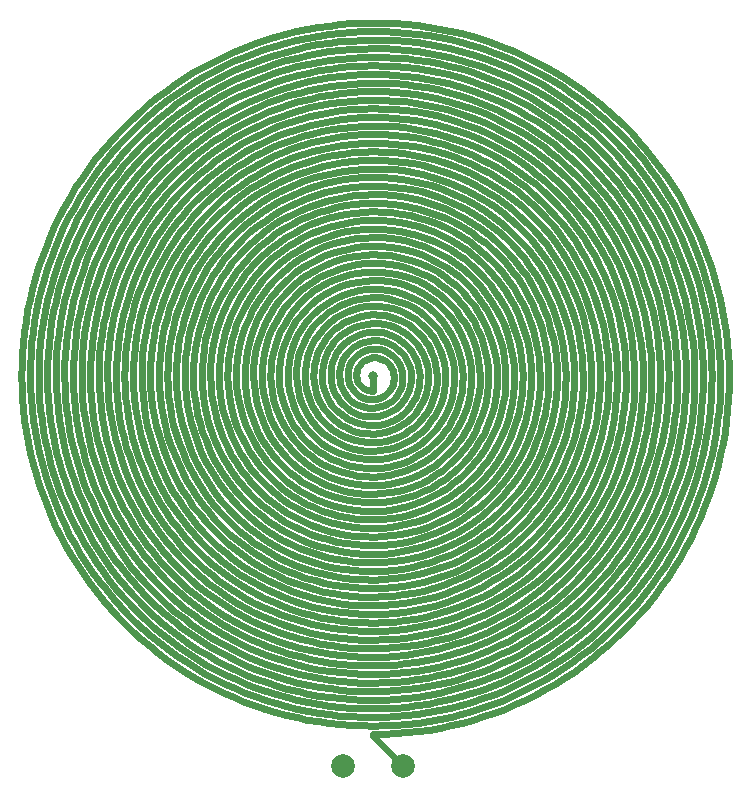
<source format=gbr>
%TF.GenerationSoftware,KiCad,Pcbnew,7.0.1*%
%TF.CreationDate,2024-05-10T16:10:14-05:00*%
%TF.ProjectId,flex_pcb_coil,666c6578-5f70-4636-925f-636f696c2e6b,rev?*%
%TF.SameCoordinates,Original*%
%TF.FileFunction,Copper,L1,Top*%
%TF.FilePolarity,Positive*%
%FSLAX46Y46*%
G04 Gerber Fmt 4.6, Leading zero omitted, Abs format (unit mm)*
G04 Created by KiCad (PCBNEW 7.0.1) date 2024-05-10 16:10:14*
%MOMM*%
%LPD*%
G01*
G04 APERTURE LIST*
%TA.AperFunction,ViaPad*%
%ADD10C,2.000000*%
%TD*%
%TA.AperFunction,ViaPad*%
%ADD11C,0.800000*%
%TD*%
%TA.AperFunction,Conductor*%
%ADD12C,0.600000*%
%TD*%
G04 APERTURE END LIST*
D10*
%TO.N,*%
X124460000Y-134620000D03*
X129540000Y-134620000D03*
D11*
X127000000Y-101600000D03*
%TD*%
D12*
%TO.N,*%
X127000000Y-132080000D02*
X129540000Y-134620000D01*
X127000000Y-131907000D02*
X127000000Y-132080000D01*
X127000000Y-101600000D02*
X127000000Y-102827000D01*
X146889577Y-90461302D02*
X147315595Y-91248687D01*
X134759811Y-120911032D02*
X133934872Y-121227599D01*
X128957840Y-105997382D02*
X128491208Y-106189466D01*
X117706342Y-102936226D02*
X117626455Y-102270409D01*
X98886132Y-94227676D02*
X99133316Y-93329314D01*
X135485547Y-119797313D02*
X134685647Y-120154792D01*
X138717155Y-99364833D02*
X138841593Y-100104059D01*
X130994559Y-86692102D02*
X131771176Y-86915830D01*
X130055528Y-88707714D02*
X130801909Y-88900740D01*
X112498067Y-88311427D02*
X113087939Y-87687939D01*
X125159976Y-129673337D02*
X124242056Y-129601870D01*
X150200932Y-87491200D02*
X150672541Y-88289595D01*
X141240738Y-86741480D02*
X141862066Y-87355863D01*
X146978631Y-96397969D02*
X147186212Y-97249539D01*
X115538702Y-88372957D02*
X116177647Y-87838259D01*
X118795527Y-106079981D02*
X118489318Y-105486698D01*
X106962036Y-98164146D02*
X107121110Y-97315772D01*
X127902318Y-77485048D02*
X128803697Y-77531335D01*
X116186355Y-97318575D02*
X116469949Y-96644934D01*
X138173971Y-89844989D02*
X138759260Y-90421990D01*
X124377079Y-80557692D02*
X125248498Y-80462508D01*
X124729290Y-95361276D02*
X125279058Y-95177358D01*
X126488925Y-96410967D02*
X127000000Y-96374500D01*
X133825082Y-101002883D02*
X133861250Y-101600000D01*
X129463659Y-117154931D02*
X128646834Y-117268576D01*
X99479606Y-110737400D02*
X99197321Y-109851689D01*
X121474721Y-74416550D02*
X122385497Y-74243290D01*
X143599243Y-119489729D02*
X142921540Y-120101165D01*
X113217000Y-123657411D02*
X112453345Y-123166302D01*
X119128198Y-100353229D02*
X119241448Y-99737337D01*
X118897837Y-108705406D02*
X118444461Y-108164896D01*
X127000000Y-130453000D02*
X126075097Y-130441883D01*
X133407593Y-75306327D02*
X134302619Y-75536613D01*
X147718558Y-96353349D02*
X147922358Y-97213043D01*
X144363633Y-109961885D02*
X143975567Y-110734942D01*
X142682071Y-87163636D02*
X143268907Y-87820939D01*
X98660323Y-92391881D02*
X98960121Y-91505022D01*
X103240414Y-110461868D02*
X102935333Y-109609490D01*
X151454840Y-88198380D02*
X151892450Y-89021277D01*
X134342898Y-74794088D02*
X135235662Y-75050726D01*
X132201928Y-121013861D02*
X131351249Y-121227218D01*
X107812399Y-94820589D02*
X108112856Y-94010522D01*
X122382161Y-103512771D02*
X122206043Y-103054231D01*
X114867323Y-99376604D02*
X115016916Y-98646435D01*
X104417907Y-106884413D02*
X104227719Y-106016424D01*
X143500444Y-86981882D02*
X144079285Y-87655196D01*
X108961883Y-124219083D02*
X108243769Y-123632136D01*
X124309407Y-107369996D02*
X123811708Y-107122283D01*
X102325949Y-90882547D02*
X102702671Y-90044699D01*
X114783657Y-106046385D02*
X114539342Y-105330476D01*
X122672157Y-97654650D02*
X123047447Y-97264256D01*
X100944952Y-103421946D02*
X100893202Y-102511669D01*
X144647739Y-125246363D02*
X143882891Y-125802894D01*
X138519067Y-91228186D02*
X139050807Y-91841449D01*
X125165375Y-75363644D02*
X126081988Y-75311563D01*
X132869230Y-99930060D02*
X133008784Y-100476764D01*
X139017594Y-129371021D02*
X138140693Y-129738179D01*
X112819646Y-98478668D02*
X113003390Y-97713860D01*
X128902536Y-131839940D02*
X127951852Y-131888412D01*
X144039250Y-101600000D02*
X144024398Y-102436355D01*
X128443182Y-90637945D02*
X129158522Y-90748377D01*
X128825553Y-76075438D02*
X129735862Y-76152753D01*
X107598808Y-104154215D02*
X107500831Y-103305956D01*
X100936651Y-107951464D02*
X100731131Y-107058734D01*
X119142979Y-106649401D02*
X118795527Y-106079981D01*
X131790288Y-115817069D02*
X131015243Y-116061598D01*
X126123302Y-80403405D02*
X127000000Y-80380500D01*
X142091816Y-82675462D02*
X142791696Y-83249717D01*
X149105647Y-100709173D02*
X149128250Y-101600000D01*
X148948663Y-112169919D02*
X148541919Y-112985237D01*
X103564624Y-113030196D02*
X103176303Y-112206993D01*
X112209168Y-79049563D02*
X112985635Y-78554358D01*
X141371081Y-82127876D02*
X142091816Y-82675462D01*
X107876869Y-113318670D02*
X107427575Y-112561085D01*
X125680021Y-101987581D02*
X125621944Y-101798135D01*
X113765111Y-93958833D02*
X114178076Y-93273345D01*
X104767210Y-98078672D02*
X104918140Y-97207645D01*
X129494986Y-117886411D02*
X128667484Y-117997709D01*
X111749107Y-96815002D02*
X112005540Y-96046662D01*
X133215046Y-108298227D02*
X132702505Y-108750715D01*
X119790393Y-101002595D02*
X119854916Y-100407696D01*
X114441144Y-82804344D02*
X115186366Y-82321902D01*
X142068898Y-119872110D02*
X141360656Y-120439407D01*
X103899441Y-107789776D02*
X103679933Y-106922653D01*
X147492180Y-98975874D02*
X147589982Y-99847534D01*
X138142250Y-103066905D02*
X138029881Y-103793980D01*
X113338403Y-85469783D02*
X114013717Y-84915223D01*
X106144484Y-91273776D02*
X106551417Y-90480413D01*
X148991327Y-118966378D02*
X148401702Y-119694016D01*
X113449341Y-122081842D02*
X112707884Y-121576718D01*
X124150090Y-90963989D02*
X124850342Y-90792942D01*
X102225066Y-116618711D02*
X101753189Y-115818739D01*
X142335333Y-107279584D02*
X142033372Y-108051328D01*
X125477397Y-115113475D02*
X124720999Y-115013242D01*
X100116810Y-114250269D02*
X99729385Y-113401049D01*
X132989182Y-93115261D02*
X133559226Y-93537628D01*
X122896318Y-111507164D02*
X122253795Y-111224351D01*
X110851549Y-105644976D02*
X110666952Y-104848845D01*
X124967299Y-92255822D02*
X125637908Y-92126441D01*
X135647762Y-93479211D02*
X136146208Y-94033599D01*
X109384547Y-108211190D02*
X109100736Y-107415823D01*
X132815511Y-95784489D02*
X133260774Y-96252794D01*
X109617720Y-94170457D02*
X109963869Y-93395832D01*
X132299388Y-79526461D02*
X133163139Y-79747159D01*
X135673609Y-104275454D02*
X135457476Y-104919315D01*
X124781042Y-97756651D02*
X125190008Y-97534692D01*
X154932510Y-102533886D02*
X154889564Y-103466987D01*
X134341071Y-117121390D02*
X133572803Y-117468151D01*
X144185792Y-113215568D02*
X143681278Y-113937409D01*
X112059806Y-86659806D02*
X112686732Y-86051646D01*
X110990530Y-76373111D02*
X111788975Y-75879561D01*
X143874965Y-92519194D02*
X144270061Y-93283177D01*
X100928835Y-99776927D02*
X101004325Y-98867744D01*
X132616461Y-86435104D02*
X133379654Y-86733649D01*
X108559341Y-94888149D02*
X108864995Y-94088235D01*
X100970546Y-115909814D02*
X100530669Y-115086798D01*
X141857024Y-106427340D02*
X141589676Y-107200452D01*
X117673632Y-100259071D02*
X117784983Y-99595396D01*
X112326178Y-105531839D02*
X112134586Y-104759741D01*
X133284881Y-87483926D02*
X134017796Y-87826799D01*
X118489318Y-105486698D02*
X118225988Y-104872537D01*
X135551182Y-91409098D02*
X136133883Y-91918650D01*
X106078436Y-87073899D02*
X106606931Y-86333939D01*
X139785099Y-109292539D02*
X139355071Y-109976946D01*
X137795113Y-95074127D02*
X138175630Y-95734577D01*
X154723560Y-109028506D02*
X154469286Y-109932717D01*
X144766250Y-101600000D02*
X144751628Y-102445614D01*
X104035840Y-98052968D02*
X104184201Y-97175136D01*
X133408686Y-105787003D02*
X133048585Y-106307803D01*
X140489271Y-113288520D02*
X139921816Y-113920927D01*
X110900033Y-90326682D02*
X111403087Y-89632067D01*
X150498581Y-86599065D02*
X150990042Y-87390676D01*
X121354953Y-117910292D02*
X120583225Y-117628329D01*
X142765137Y-89502985D02*
X143281932Y-90199268D01*
X122055184Y-84759503D02*
X122860789Y-84537941D01*
X129943991Y-112587125D02*
X129220573Y-112763574D01*
X134724268Y-104799497D02*
X134457524Y-105399798D01*
X109810740Y-83771059D02*
X110470536Y-83152019D01*
X108915364Y-120327188D02*
X108269906Y-119687441D01*
X138870444Y-103099586D02*
X138760002Y-103843340D01*
X119968506Y-99819384D02*
X120130517Y-99241703D01*
X151430655Y-119349910D02*
X150863934Y-120110764D01*
X107383106Y-123850998D02*
X106691377Y-123226487D01*
X125589234Y-101397163D02*
X125616607Y-101193799D01*
X133730740Y-118974042D02*
X132922863Y-119271421D01*
X126389166Y-94228330D02*
X127000000Y-94193500D01*
X119774758Y-93361191D02*
X120324462Y-92900269D01*
X129710421Y-92369154D02*
X130364923Y-92578292D01*
X147205481Y-94663450D02*
X147479458Y-95503001D01*
X105209140Y-114529115D02*
X104757929Y-113745090D01*
X129017100Y-96730289D02*
X129490058Y-96941430D01*
X135203358Y-108273927D02*
X134734564Y-108823579D01*
X133330897Y-125227230D02*
X132443983Y-125451646D01*
X151920482Y-90775507D02*
X152279189Y-91631181D01*
X125017676Y-96814246D02*
X125493010Y-96632119D01*
X122929098Y-102922716D02*
X122801285Y-102492464D01*
X137137457Y-104440382D02*
X136927436Y-105128212D01*
X127000000Y-121002000D02*
X126153476Y-120988577D01*
X106043638Y-103336494D02*
X105985000Y-102469187D01*
X132519517Y-96518927D02*
X132927805Y-96986204D01*
X124707444Y-88598267D02*
X125466524Y-88480278D01*
X107480713Y-99892284D02*
X107568775Y-99041831D01*
X116503473Y-124584188D02*
X115687953Y-124198592D01*
X109540718Y-88480201D02*
X110079549Y-87784879D01*
X142634676Y-123119286D02*
X141876398Y-123655167D01*
X147217240Y-89580744D02*
X147666669Y-90361822D01*
X142530594Y-96727245D02*
X142763137Y-97518641D01*
X124720999Y-115013242D02*
X123971053Y-114870684D01*
X129103370Y-91478026D02*
X129791347Y-91637553D01*
X135620562Y-81366798D02*
X136430277Y-81726112D01*
X97359477Y-98798146D02*
X97458505Y-97868041D01*
X117102396Y-103656746D02*
X116977284Y-102977591D01*
X116057042Y-82646240D02*
X116826942Y-82216857D01*
X140080290Y-84794443D02*
X140766697Y-85345692D01*
X97304234Y-103468299D02*
X97256569Y-102534725D01*
X151313024Y-83935554D02*
X151858887Y-84705918D01*
X125730483Y-93584588D02*
X126362566Y-93500632D01*
X134607510Y-94495082D02*
X135080762Y-95025813D01*
X121535194Y-75890108D02*
X122435084Y-75711073D01*
X126142385Y-102589740D02*
X125997773Y-102468435D01*
X107361318Y-93936963D02*
X107690389Y-93130019D01*
X98839864Y-104373531D02*
X98760416Y-103450920D01*
X111144744Y-103212322D02*
X111077575Y-102407494D01*
X118112474Y-126018278D02*
X117264189Y-125696978D01*
X130109833Y-87974930D02*
X130870702Y-88164497D01*
X119402865Y-99131541D02*
X119611562Y-98539609D01*
X126194160Y-86223660D02*
X127000000Y-86196500D01*
X142751500Y-78654055D02*
X143511736Y-79190091D01*
X136570210Y-103681872D02*
X136405234Y-104361626D01*
X124397405Y-98997405D02*
X124697074Y-98712222D01*
X106268048Y-105059551D02*
X106138046Y-104200440D01*
X156330445Y-99716923D02*
X156379438Y-100657859D01*
X121335990Y-112391870D02*
X120691110Y-112036179D01*
X130738020Y-72608652D02*
X131665910Y-72739695D01*
X130227766Y-116263890D02*
X129430159Y-116423317D01*
X121067027Y-82783012D02*
X121892152Y-82537253D01*
X112602680Y-103165803D02*
X112532766Y-102384391D01*
X148953031Y-98934419D02*
X149047205Y-99820166D01*
X132674879Y-131348756D02*
X131738216Y-131515919D01*
X104129795Y-120519879D02*
X103543921Y-119794400D01*
X130717286Y-94304416D02*
X131282980Y-94610813D01*
X104854715Y-117916759D02*
X104318670Y-117169852D01*
X125278203Y-81919772D02*
X126138061Y-81858356D01*
X125276935Y-122394299D02*
X124418492Y-122310077D01*
X138768158Y-119612507D02*
X138016187Y-120087548D01*
X138223250Y-101600000D02*
X138206777Y-102334531D01*
X125437309Y-103863949D02*
X125166542Y-103669546D01*
X117450850Y-92590842D02*
X117986222Y-92045954D01*
X130690007Y-127264563D02*
X129772069Y-127384022D01*
X103684731Y-109554065D02*
X103405740Y-108698455D01*
X118415971Y-81452545D02*
X119232537Y-81118883D01*
X104568525Y-99834605D02*
X104650616Y-98954776D01*
X144569061Y-99073950D02*
X144674838Y-99912258D01*
X108298470Y-99066706D02*
X108425848Y-98229288D01*
X147528269Y-88701234D02*
X147999961Y-89475667D01*
X136726771Y-108666913D02*
X136269444Y-109268351D01*
X122754063Y-121301219D02*
X121920507Y-121108018D01*
X117328989Y-111271011D02*
X116797105Y-110717864D01*
X127000000Y-93466500D02*
X127638860Y-93482513D01*
X111110074Y-92749369D02*
X111531237Y-92022147D01*
X128872383Y-72436125D02*
X129806525Y-72507430D01*
X127836966Y-84029916D02*
X128672560Y-84084159D01*
X115776554Y-123429746D02*
X114984706Y-123008965D01*
X138555954Y-94928167D02*
X138930352Y-95608352D01*
X119164100Y-102841085D02*
X119081822Y-102223174D01*
X121446406Y-73680200D02*
X122362273Y-73509704D01*
X147922358Y-97213043D02*
X148090494Y-98080619D01*
X128738251Y-120913549D02*
X127870234Y-120977276D01*
X124912393Y-112095107D02*
X124228490Y-111943415D01*
X145032592Y-93191264D02*
X145386877Y-93983906D01*
X135875444Y-112729455D02*
X135241204Y-113214890D01*
X143506627Y-93380676D02*
X143873501Y-94149621D01*
X136456073Y-120942707D02*
X135650580Y-121321335D01*
X140762213Y-96116633D02*
X141044833Y-96867745D01*
X129955164Y-107937370D02*
X129395034Y-108180302D01*
X112602628Y-75411277D02*
X113430689Y-74968728D01*
X101028425Y-104329722D02*
X100944952Y-103421946D01*
X147412759Y-112000820D02*
X146992652Y-112796423D01*
X130009874Y-113322685D02*
X129269223Y-113495685D01*
X143752688Y-95801838D02*
X144014885Y-96603979D01*
X139881195Y-121490867D02*
X139112134Y-121973466D01*
X137104449Y-74142947D02*
X137980692Y-74477479D01*
X127000000Y-94920500D02*
X127583037Y-94935859D01*
X135091149Y-116737476D02*
X134341071Y-117121390D01*
X111936098Y-88959885D02*
X112498067Y-88311427D01*
X115262498Y-75694781D02*
X116114929Y-75321113D01*
X125731008Y-110019212D02*
X125103462Y-109909276D01*
X127745427Y-112973024D02*
X127000000Y-113005000D01*
X115726472Y-96526197D02*
X116047198Y-95851526D01*
X118564158Y-103525426D02*
X118435301Y-102890921D01*
X123308463Y-130230832D02*
X122392104Y-130101464D01*
X112816307Y-117007598D02*
X112188323Y-116411677D01*
X150609404Y-116671681D02*
X150095787Y-117454361D01*
X144550349Y-90793821D02*
X144997451Y-91546020D01*
X137318307Y-81349181D02*
X138107616Y-81765925D01*
X138300310Y-80218769D02*
X139094042Y-80652505D01*
X121785470Y-123320082D02*
X120935530Y-123102988D01*
X108948953Y-109076988D02*
X108635248Y-108284223D01*
X103338820Y-105166349D02*
X103217716Y-104279620D01*
X130600938Y-124335425D02*
X129706107Y-124463781D01*
X103629307Y-96265792D02*
X103840922Y-95394544D01*
X117959594Y-76162734D02*
X118832125Y-75865148D01*
X101659094Y-114096752D02*
X101260331Y-113262492D01*
X136686246Y-92461498D02*
X137206372Y-93035837D01*
X104641160Y-107744317D02*
X104417907Y-106884413D01*
X129266154Y-107449618D02*
X128719678Y-107644042D01*
X111531237Y-92022147D02*
X111985671Y-91314945D01*
X122813691Y-83800907D02*
X123639200Y-83621306D01*
X142366080Y-121499740D02*
X141631509Y-122051102D01*
X144860352Y-89931250D02*
X145331415Y-90676848D01*
X125637908Y-92126441D02*
X126316625Y-92045168D01*
X127862379Y-81848269D02*
X128723557Y-81899655D01*
X113578061Y-82518057D02*
X114316391Y-82014242D01*
X140126781Y-110124631D02*
X139667548Y-110803512D01*
X128880624Y-71708331D02*
X129818959Y-71778534D01*
X131571930Y-75671298D02*
X132474883Y-75842700D01*
X145508821Y-110931951D02*
X145100373Y-111711475D01*
X127935297Y-128979078D02*
X127000000Y-128999000D01*
X123290759Y-109302318D02*
X122721208Y-109011085D01*
X119199620Y-123318591D02*
X118371805Y-123007989D01*
X132255828Y-89415621D02*
X132958416Y-89735819D01*
X147814131Y-85338219D02*
X148372247Y-86072154D01*
X115305216Y-83106179D02*
X116057042Y-82646240D01*
X112450340Y-80644506D02*
X113205328Y-80135072D01*
X137142618Y-119756122D02*
X136365123Y-120174614D01*
X104321104Y-88506333D02*
X104788457Y-87720687D01*
X152228296Y-109797170D02*
X151930646Y-110674013D01*
X106606931Y-86333939D02*
X107161590Y-85613198D01*
X139313178Y-123539739D02*
X138505613Y-123978563D01*
X154209343Y-108084315D02*
X153981205Y-108990916D01*
X129621882Y-93100066D02*
X130252914Y-93311711D01*
X101621894Y-95272527D02*
X101854297Y-94389586D01*
X134598837Y-88970634D02*
X135274950Y-89395362D01*
X118148583Y-98298592D02*
X118399140Y-97672119D01*
X121089922Y-89832066D02*
X121781499Y-89502154D01*
X145466204Y-120722314D02*
X144790298Y-121358128D01*
X142921540Y-120101165D02*
X142221323Y-120686936D01*
X127000000Y-79653500D02*
X127883884Y-79666642D01*
X117302272Y-114128432D02*
X116676345Y-113625619D01*
X116094818Y-129143345D02*
X115233598Y-128790550D01*
X124422061Y-82018613D02*
X125278203Y-81919772D01*
X102462658Y-98900125D02*
X102573452Y-98005157D01*
X118521918Y-121498790D02*
X117725552Y-121145484D01*
X135406828Y-129925392D02*
X134495576Y-130183879D01*
X127688664Y-110789577D02*
X127000000Y-110824000D01*
X106193799Y-116046003D02*
X105687970Y-115296410D01*
X154948083Y-108116579D02*
X154723560Y-109028506D01*
X138886742Y-112899191D02*
X138303230Y-113490991D01*
X146142388Y-93907956D02*
X146456231Y-94725676D01*
X131231345Y-99716084D02*
X131416611Y-100164956D01*
X114789910Y-103082573D02*
X114715693Y-102343064D01*
X112579997Y-81444529D02*
X113323404Y-80927803D01*
X115073622Y-81538987D02*
X115848647Y-81093001D01*
X105962250Y-101600000D02*
X105975443Y-100730418D01*
X146119408Y-120063398D02*
X145466204Y-120722314D01*
X139677250Y-101600000D02*
X139661099Y-102365855D01*
X133118728Y-102166984D02*
X133050821Y-102731094D01*
X125262948Y-81191113D02*
X126130482Y-81130872D01*
X154792366Y-98804062D02*
X154874130Y-99734047D01*
X122753878Y-100697459D02*
X122859956Y-100254818D01*
X118015510Y-118859044D02*
X117268708Y-118455092D01*
X131457912Y-123436299D02*
X130575785Y-123602692D01*
X102361218Y-95311326D02*
X102597411Y-94434754D01*
X112632198Y-117817896D02*
X111987593Y-117229571D01*
X144078299Y-106614641D02*
X143825553Y-107423381D01*
X137985316Y-99414885D02*
X138112217Y-100137049D01*
X121900672Y-107570546D02*
X121441522Y-107158478D01*
X148512392Y-106902328D02*
X148285919Y-107765542D01*
X130642978Y-76262528D02*
X131545744Y-76404634D01*
X128275751Y-109245157D02*
X127640852Y-109333928D01*
X139808887Y-97765271D02*
X140016737Y-98514977D01*
X123901722Y-88025556D02*
X124666634Y-87866790D01*
X113685725Y-77304545D02*
X114503248Y-76869765D01*
X154212095Y-88794960D02*
X154604219Y-89654588D01*
X122335120Y-98077246D02*
X122672157Y-97654650D01*
X126103867Y-78221101D02*
X127000000Y-78199500D01*
X98319116Y-96963097D02*
X98478831Y-96045503D01*
X145478857Y-102454329D02*
X145425007Y-103307328D01*
X108912254Y-110719649D02*
X108537027Y-109945790D01*
X106107945Y-84603052D02*
X106697441Y-83897087D01*
X128869235Y-128927243D02*
X127935297Y-128979078D01*
X120153781Y-96140322D02*
X120574582Y-95638084D01*
X133370990Y-125969379D02*
X132477640Y-126189928D01*
X134528265Y-106732684D02*
X134130415Y-107286316D01*
X154815452Y-104398260D02*
X154710247Y-105326666D01*
X112749681Y-96129815D02*
X113049963Y-95389043D01*
X141084848Y-83733456D02*
X141778377Y-84296744D01*
X125997773Y-102468435D02*
X125870483Y-102325896D01*
X127000000Y-96374500D02*
X127513302Y-96388358D01*
X130179165Y-115528830D02*
X129394255Y-115691574D01*
X128085928Y-107059327D02*
X127546704Y-107150783D01*
X124644382Y-116472784D02*
X123867970Y-116335044D01*
X149709346Y-95359362D02*
X149936031Y-96232762D01*
X130167357Y-96484544D02*
X130632283Y-96790080D01*
X112577758Y-100031487D02*
X112677642Y-99251969D01*
X150844118Y-111476557D02*
X150480165Y-112323032D01*
X132624509Y-129876315D02*
X131696939Y-130048941D01*
X142895089Y-86332560D02*
X143500444Y-86981882D01*
X146664156Y-122595205D02*
X145969180Y-123230204D01*
X140950788Y-103970334D02*
X140802263Y-104750277D01*
X156398250Y-101600000D02*
X156386853Y-102542379D01*
X143097046Y-112225567D02*
X142608324Y-112940111D01*
X100868614Y-87234149D02*
X101329621Y-86418580D01*
X141080059Y-78446330D02*
X141864509Y-78937233D01*
X108561463Y-85078998D02*
X109174102Y-84413674D01*
X150942348Y-94396821D02*
X151193539Y-95274980D01*
X135315250Y-101600000D02*
X135298676Y-102253120D01*
X127869935Y-81121057D02*
X128738719Y-81171536D01*
X132889550Y-98199667D02*
X133172648Y-98721647D01*
X154574059Y-106251165D02*
X154407032Y-107170725D01*
X149981015Y-85824426D02*
X150498581Y-86599065D01*
X141990194Y-124454389D02*
X141203234Y-124956223D01*
X110758952Y-91896426D02*
X111206321Y-91174684D01*
X145990326Y-95612373D02*
X146238304Y-96445112D01*
X127930698Y-128251716D02*
X127000000Y-128272000D01*
X130370042Y-95762917D02*
X130871745Y-96070576D01*
X99258458Y-107118136D02*
X99089027Y-106208120D01*
X108355463Y-114057881D02*
X107876869Y-113318670D01*
X125310237Y-99151955D02*
X125611139Y-98953747D01*
X137093415Y-127806943D02*
X136213342Y-128133232D01*
X136342639Y-82489327D02*
X137126683Y-82887530D01*
X127000000Y-94193500D02*
X127612414Y-94209264D01*
X134208645Y-124969853D02*
X133330897Y-125227230D01*
X127000000Y-126091000D02*
X126105385Y-126078885D01*
X139839060Y-91661828D02*
X140330754Y-92321522D01*
X106230307Y-98134151D02*
X106386594Y-97277823D01*
X101733990Y-110579542D02*
X101438382Y-109712893D01*
X112162376Y-83608327D02*
X112859707Y-83049682D01*
X104001621Y-87614376D02*
X104489209Y-86835172D01*
X121508457Y-129207849D02*
X120607234Y-129017077D01*
X130669309Y-126532534D02*
X129756736Y-126654112D01*
X151777564Y-87294667D02*
X152235695Y-88111240D01*
X109509967Y-117828379D02*
X108912119Y-117165880D01*
X110270953Y-121536902D02*
X109582653Y-120943924D01*
X114060799Y-103112376D02*
X113988033Y-102357861D01*
X131345423Y-96421327D02*
X131787378Y-96812622D01*
X142375418Y-99164773D02*
X142487822Y-99972164D01*
X102606905Y-105189920D02*
X102487867Y-104297102D01*
X152975873Y-109844372D02*
X152682981Y-110727734D01*
X133839959Y-82241031D02*
X134657245Y-82544213D01*
X127304471Y-99287310D02*
X127607653Y-99332207D01*
X116923512Y-108555297D02*
X116515964Y-107937821D01*
X129712681Y-103472429D02*
X129477671Y-103795025D01*
X138640325Y-118822420D02*
X137901471Y-119305115D01*
X147650714Y-100722768D02*
X147674250Y-101600000D01*
X125190008Y-97534692D02*
X125621120Y-97356243D01*
X106481583Y-83042187D02*
X107110370Y-82364240D01*
X151244324Y-112394269D02*
X150856471Y-113235578D01*
X136058726Y-117863528D02*
X135300336Y-118269323D01*
X141313823Y-109544820D02*
X140898028Y-110262707D01*
X127607653Y-99332207D02*
X127904257Y-99416930D01*
X144818131Y-106669695D02*
X144570051Y-107488888D01*
X153840966Y-106227850D02*
X153671187Y-107142336D01*
X155671250Y-101600000D02*
X155659683Y-102538221D01*
X122687830Y-81591459D02*
X123540071Y-81421632D01*
X126099763Y-126806060D02*
X125200379Y-126761988D01*
X143846520Y-117172762D02*
X143225361Y-117825361D01*
X139980740Y-80330252D02*
X140751226Y-80815000D01*
X117370641Y-79529274D02*
X118201044Y-79180626D01*
X144383154Y-123612571D02*
X143640191Y-124184249D01*
X116480318Y-93768387D02*
X116948327Y-93165645D01*
X124763551Y-114283531D02*
X124028301Y-114138584D01*
X122769313Y-83064148D02*
X123604253Y-82887894D01*
X117212563Y-98857689D02*
X117415076Y-98193517D01*
X113410454Y-93129571D02*
X113852104Y-92448795D01*
X127513302Y-96388358D02*
X128023877Y-96452624D01*
X123301683Y-74100541D02*
X124222255Y-73988471D01*
X135274015Y-106917387D02*
X134880210Y-107499051D01*
X126111274Y-125351706D02*
X125223467Y-125306182D01*
X110431622Y-120720928D02*
X109756893Y-120120404D01*
X108606165Y-81905011D02*
X109286700Y-81285529D01*
X140374852Y-100821004D02*
X140404250Y-101600000D01*
X120620853Y-102724816D02*
X120537035Y-102165436D01*
X122280108Y-92491021D02*
X122909581Y-92182912D01*
X141499566Y-121246214D02*
X140757268Y-121778207D01*
X127000000Y-121729000D02*
X126145493Y-121715771D01*
X111578984Y-80374792D02*
X112326868Y-79846188D01*
X116179933Y-76083180D02*
X117037230Y-75732268D01*
X107855818Y-97355837D02*
X108054291Y-96523512D01*
X105472411Y-111967141D02*
X105095859Y-111156679D01*
X131596170Y-95694841D02*
X132074595Y-96087521D01*
X127835110Y-118066975D02*
X127000000Y-118094000D01*
X116069998Y-121116923D02*
X115309820Y-120676641D01*
X114572677Y-83595914D02*
X115305216Y-83106179D01*
X113978144Y-79652832D02*
X114767807Y-79198411D01*
X138764525Y-82995893D02*
X139506743Y-83480855D01*
X111458684Y-87293211D02*
X112059806Y-86659806D01*
X120729182Y-91718771D02*
X121358501Y-91338151D01*
X114528499Y-87325218D02*
X115178255Y-86776000D01*
X125175626Y-76091919D02*
X126087084Y-76038928D01*
X148051430Y-84473391D02*
X148627027Y-85199708D01*
X105652271Y-97241830D02*
X105840545Y-96384663D01*
X141396208Y-126534964D02*
X140574436Y-126995984D01*
X130941293Y-102044077D02*
X130879447Y-102485458D01*
X143689563Y-98280239D02*
X143837971Y-99102323D01*
X123369272Y-97969272D02*
X123735422Y-97622100D01*
X128722125Y-120184690D02*
X127862229Y-120249733D01*
X129074503Y-99258370D02*
X129352094Y-99516226D01*
X123100729Y-103336067D02*
X122929098Y-102922716D01*
X108447505Y-93213743D02*
X108815758Y-92431698D01*
X105993630Y-114420003D02*
X105535746Y-113646323D01*
X150423739Y-110558821D02*
X150084808Y-111409980D01*
X120775623Y-94416686D02*
X121298983Y-93984333D01*
X123147268Y-88226871D02*
X123901722Y-88025556D01*
X111051250Y-101600000D02*
X111065865Y-100791912D01*
X149293776Y-117336666D02*
X148746661Y-118091013D01*
X139995463Y-122282161D02*
X139215208Y-122757361D01*
X106822517Y-119193853D02*
X106230541Y-118497208D01*
X111482866Y-93600361D02*
X111876310Y-92868333D01*
X111987593Y-117229571D02*
X111367068Y-116615635D01*
X123082004Y-87488653D02*
X123850375Y-87291111D01*
X148387747Y-102484604D02*
X148337687Y-103368091D01*
X127640852Y-109333928D02*
X127000000Y-109370000D01*
X153416513Y-95162472D02*
X153624766Y-96067310D01*
X134729105Y-81792002D02*
X135542989Y-82123947D01*
X133775895Y-89339941D02*
X134456116Y-89733659D01*
X138399934Y-105304063D02*
X138151618Y-106015238D01*
X113967594Y-110670822D02*
X113519916Y-110002201D01*
X139871139Y-81115700D02*
X140630508Y-81607717D01*
X155652115Y-100662027D02*
X155671250Y-101600000D01*
X128736622Y-95118839D02*
X129298337Y-95285370D01*
X113959250Y-101600000D02*
X113974593Y-100841356D01*
X143024156Y-88661397D02*
X143562797Y-89350219D01*
X127000000Y-82561500D02*
X127854392Y-82575483D01*
X122785482Y-112244658D02*
X122122319Y-111965599D01*
X134159388Y-124222701D02*
X133288798Y-124484599D01*
X115556225Y-119116001D02*
X114839373Y-118632017D01*
X118490028Y-93608604D02*
X119003627Y-93084728D01*
X129865591Y-90905470D02*
X130561345Y-91108616D01*
X132459960Y-114781509D02*
X131714421Y-115073041D01*
X133385157Y-107053440D02*
X132944028Y-107544028D01*
X121007739Y-105514940D02*
X120696499Y-105011284D01*
X123917739Y-115602853D02*
X123162484Y-115421485D01*
X119886487Y-106449911D02*
X119536449Y-105909083D01*
X130029876Y-99183754D02*
X130292351Y-99531279D01*
X105576771Y-87832127D02*
X106078436Y-87073899D01*
X116155718Y-128385586D02*
X115301268Y-128027640D01*
X115668543Y-114677199D02*
X115055339Y-114127200D01*
X123111220Y-107552221D02*
X122627096Y-107218307D01*
X149114960Y-102491202D02*
X149065785Y-103381334D01*
X135523510Y-96945812D02*
X135841334Y-97562298D01*
X135542989Y-82123947D02*
X136342639Y-82489327D01*
X112318098Y-113308426D02*
X111803384Y-112640988D01*
X125188857Y-94447956D02*
X125784079Y-94313386D01*
X127000000Y-128999000D02*
X126084334Y-128987564D01*
X124308199Y-92432568D02*
X124967299Y-92255822D01*
X138841593Y-100104059D02*
X138919413Y-100850094D01*
X130815193Y-113843386D02*
X130070668Y-114058192D01*
X136255033Y-88302931D02*
X136920229Y-88784121D01*
X128612509Y-106915729D02*
X128085928Y-107059327D01*
X130491857Y-121403308D02*
X129625385Y-121541777D01*
X149216925Y-90177491D02*
X149623103Y-90994725D01*
X141169094Y-115769094D02*
X140540972Y-116377378D01*
X145713045Y-97328870D02*
X145890935Y-98171801D01*
X127870234Y-120977276D02*
X127000000Y-121002000D01*
X151751364Y-108867656D02*
X151480113Y-109747764D01*
X119714437Y-75597486D02*
X120605504Y-75360069D01*
X151687950Y-94350964D02*
X151934957Y-95235732D01*
X151892450Y-89021277D02*
X152302375Y-89858455D01*
X127709307Y-111517406D02*
X127000000Y-111551000D01*
X127471488Y-97114093D02*
X127940329Y-97176099D01*
X133619899Y-112550651D02*
X132949887Y-112936562D01*
X141044833Y-96867745D02*
X141286473Y-97633380D01*
X101649769Y-87323016D02*
X102117222Y-86515914D01*
X139598697Y-103129759D02*
X139490223Y-103888918D01*
X124919989Y-103442729D02*
X124701533Y-103186517D01*
X105999914Y-119354471D02*
X105415341Y-118645235D01*
X125294333Y-82648487D02*
X126146074Y-82585858D01*
X131696939Y-130048941D02*
X130764095Y-130191142D01*
X152393576Y-113383867D02*
X151989089Y-114227556D01*
X119078613Y-95155474D02*
X119531095Y-94624529D01*
X139660694Y-126654665D02*
X138818050Y-127067238D01*
X143511736Y-79190091D02*
X144253738Y-79751310D01*
X146408130Y-84782760D02*
X146999227Y-85483605D01*
X109611460Y-100771682D02*
X109665086Y-99944716D01*
X123850375Y-87291111D02*
X124628648Y-87135395D01*
X124015433Y-103475328D02*
X123812533Y-103135003D01*
X146738313Y-88817598D02*
X147217240Y-89580744D01*
X133507060Y-73090705D02*
X134418426Y-73310327D01*
X131439294Y-98633758D02*
X131718678Y-99077814D01*
X116471870Y-79141462D02*
X117297472Y-78768047D01*
X125781661Y-109292290D02*
X125179765Y-109181824D01*
X135277839Y-127681320D02*
X134383634Y-127952534D01*
X118123435Y-118095422D02*
X117389645Y-117685025D01*
X104249738Y-91932187D02*
X104614177Y-91105957D01*
X130670794Y-108383034D02*
X130101961Y-108671758D01*
X143772034Y-120318706D02*
X143079903Y-120922015D01*
X115597060Y-99424773D02*
X115749103Y-98711261D01*
X153671187Y-107142336D02*
X153470256Y-108050625D01*
X131642561Y-101112047D02*
X131680250Y-101600000D01*
X137326952Y-97322436D02*
X137591778Y-98004576D01*
X110521594Y-104044341D02*
X110415853Y-103233396D01*
X131450029Y-112839491D02*
X130737761Y-113103647D01*
X137870087Y-104512631D02*
X137663489Y-105219767D01*
X103470241Y-90123770D02*
X103881523Y-89307688D01*
X124176392Y-104735935D02*
X123855061Y-104431716D01*
X134465886Y-100354164D02*
X134552799Y-100974157D01*
X143141528Y-104072791D02*
X143001309Y-104888353D01*
X113997208Y-124121496D02*
X113217000Y-123657411D01*
X122694847Y-101147510D02*
X122753878Y-100697459D01*
X132443007Y-76578900D02*
X133333622Y-76785114D01*
X144238686Y-97417940D02*
X144423559Y-98241884D01*
X127000000Y-118821000D02*
X126180330Y-118806996D01*
X141429885Y-85924966D02*
X142068711Y-86531289D01*
X133623190Y-98015709D02*
X133905316Y-98571047D01*
X123037800Y-92923992D02*
X123663947Y-92655697D01*
X127914346Y-105606014D02*
X127461520Y-105696099D01*
X124320003Y-125956682D02*
X123431620Y-125846735D01*
X113898733Y-124900588D02*
X113108810Y-124443089D01*
X129524622Y-93830011D02*
X130129944Y-94043647D01*
X133050821Y-102731094D02*
X132930928Y-103287495D01*
X123855061Y-104431716D02*
X123566491Y-104094590D01*
X132650218Y-130612675D02*
X131718005Y-130782529D01*
X118488270Y-115800964D02*
X117798559Y-115370930D01*
X148771205Y-108673893D02*
X148480964Y-109524746D01*
X127920858Y-126796952D02*
X127000000Y-126818000D01*
X151930646Y-110674013D02*
X151602525Y-111540065D01*
X122718948Y-102049957D02*
X122683250Y-101600000D01*
X122261981Y-95078676D02*
X122783495Y-94719290D01*
X109842125Y-79872704D02*
X110575430Y-79308394D01*
X119679205Y-110449321D02*
X119133020Y-109977482D01*
X124825987Y-107573052D02*
X124309407Y-107369996D01*
X150864194Y-97084651D02*
X151020620Y-97979474D01*
X102762196Y-88317318D02*
X103216244Y-87512860D01*
X137987357Y-92837875D02*
X138466662Y-93463969D01*
X103075320Y-102495198D02*
X103054250Y-101600000D01*
X142569941Y-102415986D02*
X142511923Y-103230369D01*
X131152195Y-84484418D02*
X131963436Y-84696089D01*
X103054250Y-101600000D02*
X103066671Y-100704478D01*
X101370595Y-93465593D02*
X101659531Y-92593995D01*
X122206043Y-103054231D02*
X122075446Y-102579555D01*
X149923578Y-83319056D02*
X150500706Y-84060967D01*
X118933113Y-77362883D02*
X119802169Y-77086437D01*
X146057735Y-107608881D02*
X145782237Y-108436175D01*
X144887954Y-87498274D02*
X145431470Y-88208753D01*
X153981205Y-108990916D02*
X153722864Y-109889510D01*
X110459027Y-108903554D02*
X110134388Y-108133773D01*
X107382941Y-110908410D02*
X107019751Y-110112789D01*
X126296653Y-91317429D02*
X127000000Y-91285500D01*
X132171087Y-81740211D02*
X133010739Y-81972875D01*
X130832803Y-109122300D02*
X130234273Y-109408226D01*
X151556576Y-115057373D02*
X151096512Y-115872386D01*
X130467347Y-91843820D02*
X131128197Y-92095936D01*
X111115184Y-126630464D02*
X110334753Y-126122166D01*
X153037337Y-91571908D02*
X153361539Y-92446276D01*
X128451835Y-112162887D02*
X127728153Y-112245223D01*
X149814743Y-116564190D02*
X149293776Y-117336666D01*
X131394525Y-80074194D02*
X132258833Y-80264076D01*
X129997061Y-89440447D02*
X130727848Y-89636916D01*
X143205838Y-109000958D02*
X142840226Y-109766204D01*
X139463537Y-77546466D02*
X140279422Y-77982563D01*
X155408073Y-94150526D02*
X155635861Y-95064052D01*
X145497573Y-96494994D02*
X145713045Y-97328870D01*
X109216968Y-91665802D02*
X109650428Y-90917445D01*
X119825547Y-117309861D02*
X119083644Y-116955589D01*
X130647899Y-90372920D02*
X131348331Y-90617369D01*
X121843766Y-81797255D02*
X122687830Y-81591459D01*
X99051668Y-96985712D02*
X99213893Y-96073000D01*
X101875137Y-105212410D02*
X101758104Y-104313785D01*
X132362476Y-114031617D02*
X131632872Y-114328711D01*
X105779737Y-120209672D02*
X105179280Y-119507802D01*
X134383871Y-103469850D02*
X134213288Y-104076325D01*
X151177572Y-110617768D02*
X150844118Y-111476557D01*
X119634215Y-74110516D02*
X120536730Y-73880545D01*
X115563226Y-84678743D02*
X116289114Y-84204416D01*
X118513531Y-99663019D02*
X118673741Y-99031689D01*
X130552421Y-95035700D02*
X131087595Y-95343469D01*
X130402274Y-103737790D02*
X130151674Y-104113376D01*
X119934423Y-125084977D02*
X119080053Y-124815260D01*
X132562509Y-97705089D02*
X132889550Y-98199667D01*
X106992344Y-115914250D02*
X106479382Y-115176313D01*
X114345967Y-75323629D02*
X115193166Y-74928156D01*
X124697074Y-98712222D02*
X125027976Y-98461541D01*
X151053828Y-84821091D02*
X151582368Y-85598651D01*
X131818859Y-104175734D02*
X131552634Y-104641973D01*
X126561214Y-100105633D02*
X126776000Y-100042044D01*
X156772309Y-106315471D02*
X156613073Y-107248996D01*
X113843779Y-119707985D02*
X113140193Y-119181082D01*
X127904250Y-124614699D02*
X127000000Y-124637000D01*
X123457917Y-96909525D02*
X123900182Y-96593621D01*
X143996241Y-126609209D02*
X143204244Y-127133802D01*
X125342981Y-119482083D02*
X124518154Y-119391769D01*
X107047628Y-118342028D02*
X106472311Y-117637988D01*
X127722644Y-90574584D02*
X128443182Y-90637945D01*
X114744161Y-110504388D02*
X114289857Y-109854064D01*
X134133314Y-115599918D02*
X133393303Y-115959595D01*
X115443369Y-102327082D02*
X115413250Y-101600000D01*
X136351431Y-91135744D02*
X136928044Y-91671956D01*
X122405635Y-88470060D02*
X123147268Y-88226871D01*
X135607447Y-98944954D02*
X135790229Y-99593688D01*
X130979613Y-109863751D02*
X130354096Y-110146097D01*
X112488685Y-96884988D02*
X112749681Y-96129815D01*
X106868931Y-107593279D02*
X106633819Y-106757418D01*
X111315567Y-83374358D02*
X112005315Y-82797260D01*
X142438491Y-110513417D02*
X142001520Y-111240891D01*
X132551042Y-91985314D02*
X133172194Y-92362658D01*
X139755896Y-81902617D02*
X140503550Y-82402031D01*
X122122319Y-111965599D02*
X121477581Y-111645244D01*
X114244589Y-114355411D02*
X113665160Y-113756313D01*
X133379654Y-86733649D02*
X134127016Y-87070590D01*
X152007457Y-112462271D02*
X151625596Y-113311418D01*
X106610388Y-93867240D02*
X106934004Y-93050678D01*
X129740668Y-125924105D02*
X128829568Y-126013888D01*
X112304276Y-92155632D02*
X112765816Y-91463883D01*
X146624319Y-98139703D02*
X146761582Y-98998338D01*
X108329346Y-104129112D02*
X108229506Y-103289375D01*
X100380710Y-97941263D02*
X100517248Y-97033912D01*
X150451673Y-95316143D02*
X150674453Y-96196461D01*
X122084314Y-105724750D02*
X121735253Y-105286416D01*
X131470058Y-97525003D02*
X131835515Y-97948389D01*
X139873374Y-105454035D02*
X139633828Y-106198337D01*
X142582273Y-115314125D02*
X141989735Y-115966498D01*
X113968089Y-97039937D02*
X114238279Y-96313922D01*
X101329621Y-86418580D02*
X101816079Y-85617798D01*
X141530282Y-111946967D02*
X141025825Y-112630031D01*
X134071113Y-79256237D02*
X134923250Y-79539304D01*
X140013594Y-96209593D02*
X140301490Y-96945607D01*
X109442384Y-77434015D02*
X110208077Y-76891435D01*
X134240623Y-116361014D02*
X133486009Y-116714188D01*
X117246290Y-93958456D02*
X117720237Y-93378848D01*
X122581052Y-79384447D02*
X123455926Y-79223600D01*
X112859707Y-83049682D02*
X113578061Y-82518057D01*
X148617826Y-87707067D02*
X149103475Y-88485402D01*
X131620091Y-88396539D02*
X132355631Y-88670364D01*
X120763184Y-78323884D02*
X121636904Y-78102740D01*
X123778706Y-93392276D02*
X124398526Y-93166228D01*
X121425250Y-104818583D02*
X121156795Y-104324731D01*
X121495077Y-87259185D02*
X122251289Y-86984972D01*
X119148288Y-91053320D02*
X119771108Y-90609003D01*
X122964197Y-86012811D02*
X123757675Y-85822664D01*
X125036749Y-99383948D02*
X125310237Y-99151955D01*
X123047447Y-97264256D02*
X123457917Y-96909525D01*
X119809459Y-102195825D02*
X119775250Y-101600000D01*
X133409513Y-99267128D02*
X133598199Y-99832018D01*
X126616972Y-104999472D02*
X126235871Y-104947868D01*
X134140908Y-99148523D02*
X134328232Y-99744240D01*
X112267659Y-97652481D02*
X112488685Y-96884988D01*
X115013627Y-85979055D02*
X115703516Y-85466948D01*
X136263226Y-111418446D02*
X135680990Y-111945600D01*
X115376720Y-90551249D02*
X115947209Y-89972471D01*
X127457406Y-100042220D02*
X127681309Y-100108142D01*
X143397729Y-113081813D02*
X142885297Y-113789217D01*
X113665218Y-111489749D02*
X113191290Y-110826685D01*
X98188910Y-97885221D02*
X98319116Y-96963097D01*
X115830929Y-117551086D02*
X115142710Y-117052721D01*
X149888763Y-88385167D02*
X150339577Y-89190127D01*
X131927165Y-117304009D02*
X131126915Y-117539085D01*
X127000000Y-109370000D02*
X126389660Y-109355107D01*
X106386594Y-97277823D02*
X106578180Y-96428493D01*
X126063684Y-72402218D02*
X127000000Y-72383500D01*
X127000000Y-77472500D02*
X127902318Y-77485048D01*
X112785542Y-76979836D02*
X113596917Y-76524595D01*
X122749605Y-98759977D02*
X123039662Y-98349835D01*
X101612306Y-100693276D02*
X101656725Y-99787413D01*
X125298431Y-105421787D02*
X124902208Y-105233482D01*
X116979244Y-74975490D02*
X117854522Y-74658289D01*
X128005828Y-106332050D02*
X127506951Y-106423315D01*
X148424889Y-114675421D02*
X147936579Y-115451510D01*
X107138323Y-108418522D02*
X106868931Y-107593279D01*
X116977284Y-102977591D02*
X116898756Y-102290944D01*
X152333578Y-97029320D02*
X152484663Y-97935859D01*
X130727848Y-89636916D02*
X131445838Y-89877288D01*
X138083695Y-128976940D02*
X137201807Y-129321605D01*
X145009276Y-115797368D02*
X144441460Y-116496414D01*
X124850342Y-90792942D02*
X125560772Y-90667978D01*
X104085011Y-94531662D02*
X104361245Y-93678357D01*
X145033562Y-108368109D02*
X144716528Y-109172408D01*
X116548937Y-85767317D02*
X117267128Y-85309916D01*
X123812533Y-103135003D02*
X123648456Y-102772756D01*
X103129838Y-103388821D02*
X103075320Y-102495198D01*
X106839141Y-99018301D02*
X106962036Y-98164146D01*
X132392095Y-92733077D02*
X132989182Y-93115261D01*
X135100000Y-97699246D02*
X135376911Y-98312305D01*
X132790132Y-93865289D02*
X133332578Y-94291816D01*
X126081988Y-75311563D02*
X127000000Y-75291500D01*
X145087583Y-119038622D02*
X144441556Y-119690626D01*
X112005540Y-96046662D02*
X112300670Y-95292020D01*
X103543921Y-119794400D02*
X102981054Y-119050786D01*
X100882909Y-95235439D02*
X101111623Y-94346417D01*
X125554055Y-103045945D02*
X125365676Y-102854061D01*
X132572997Y-94611683D02*
X133085538Y-95041350D01*
X128707529Y-82627799D02*
X129557691Y-82718365D01*
X119096854Y-112738442D02*
X118480702Y-112282862D01*
X125466524Y-88480278D02*
X126231571Y-88406590D01*
X115371887Y-127263792D02*
X114536742Y-126872986D01*
X150582250Y-101600000D02*
X150569375Y-102503434D01*
X146897112Y-93836123D02*
X147205481Y-94663450D01*
X136913042Y-84430108D02*
X137655259Y-84874593D01*
X108066716Y-114917375D02*
X107566797Y-114184815D01*
X111879091Y-94448343D02*
X112243211Y-93712332D01*
X136911333Y-125528076D02*
X136052413Y-125870458D01*
X145944838Y-86491996D02*
X146499978Y-87208361D01*
X116319082Y-77610266D02*
X117161305Y-77248376D01*
X130354096Y-110146097D02*
X129708618Y-110381123D01*
X103940664Y-112130846D02*
X103575670Y-111302675D01*
X125248498Y-80462508D02*
X126123302Y-80403405D01*
X136264283Y-73087468D02*
X137156543Y-73389116D01*
X139215208Y-122757361D02*
X138417589Y-123203133D01*
X129377435Y-87098287D02*
X130160403Y-87242146D01*
X143962701Y-81384640D02*
X144660576Y-81985943D01*
X122174466Y-108677758D02*
X121653642Y-108304121D01*
X102327250Y-101600000D02*
X102339487Y-100698747D01*
X122075446Y-102579555D02*
X121991842Y-102093261D01*
X124700718Y-108297581D02*
X124151646Y-108093592D01*
X108094024Y-124453400D02*
X107383106Y-123850998D01*
X135570379Y-120559820D02*
X134759811Y-120911032D01*
X136052413Y-125870458D02*
X135181680Y-126182015D01*
X124144244Y-101253248D02*
X124193287Y-100908207D01*
X133960083Y-92020268D02*
X134552499Y-92470597D01*
X155215160Y-109974111D02*
X154935780Y-110875318D01*
X147576534Y-119541807D02*
X146954872Y-120236550D01*
X123361724Y-76295237D02*
X124266787Y-76177395D01*
X126117450Y-124624525D02*
X125235856Y-124578245D01*
X137018283Y-96659529D02*
X137326952Y-97322436D01*
X134325457Y-85559487D02*
X135082921Y-85921320D01*
X142314216Y-112090482D02*
X141817654Y-112789773D01*
X123663947Y-92655697D02*
X124308199Y-92432568D01*
X142393343Y-117626168D02*
X141738641Y-118236486D01*
X135924139Y-100254902D02*
X136008335Y-100924919D01*
X104953743Y-120368253D02*
X104360617Y-119654305D01*
X146642494Y-110215997D02*
X146273956Y-111022463D01*
X133992917Y-104667378D02*
X133724144Y-105238925D01*
X131665910Y-72739695D02*
X132589240Y-72900432D01*
X116485873Y-114411501D02*
X115866093Y-113884373D01*
X152433003Y-94307204D02*
X152675944Y-95198268D01*
X142449390Y-84886944D02*
X143096844Y-85503156D01*
X121997597Y-84018379D02*
X122813691Y-83800907D01*
X121015634Y-106711132D02*
X120625715Y-106231189D01*
X130365466Y-97499167D02*
X130759245Y-97840755D01*
X150990042Y-87390676D02*
X151454840Y-88198380D01*
X146267434Y-124890327D02*
X145528588Y-125486911D01*
X134959345Y-123174748D02*
X134107592Y-123474918D01*
X118802426Y-89509483D02*
X119465785Y-89078037D01*
X122138974Y-118155135D02*
X121354953Y-117910292D01*
X113511985Y-75746000D02*
X114345967Y-75323629D01*
X134144155Y-105977944D02*
X133785994Y-106530313D01*
X140956105Y-114943403D02*
X140346991Y-115559859D01*
X124970586Y-111366076D02*
X124306724Y-111212426D01*
X103850486Y-91027971D02*
X104238883Y-90206598D01*
X116879522Y-112839929D02*
X116300856Y-112299144D01*
X126105385Y-126078885D02*
X125211655Y-126034096D01*
X113704605Y-87090623D02*
X114346904Y-86520628D01*
X118237810Y-117331145D02*
X117517826Y-116914236D01*
X148627027Y-85199708D02*
X149177571Y-85945361D01*
X117389645Y-117685025D02*
X116674809Y-117241995D01*
X130871745Y-96070576D02*
X131345423Y-96421327D01*
X118228606Y-92828606D02*
X118769577Y-92309772D01*
X118969143Y-90281566D02*
X119612953Y-89843582D01*
X153113796Y-115223551D02*
X152666955Y-116055360D01*
X130759245Y-97840755D02*
X131118394Y-98220121D01*
X148480964Y-109524746D02*
X148157476Y-110363714D01*
X156386853Y-102542379D02*
X156345251Y-103484028D01*
X143882891Y-125802894D02*
X143100500Y-126334691D01*
X131951679Y-108415402D02*
X131406433Y-108790645D01*
X132949887Y-112936562D02*
X132257416Y-113281498D01*
X108792759Y-96575121D02*
X109031594Y-95761711D01*
X141025825Y-112630031D02*
X140489271Y-113288520D01*
X138555904Y-77906885D02*
X139377639Y-78321047D01*
X122140821Y-100125984D02*
X122298204Y-99652452D01*
X128193621Y-104747319D02*
X127808896Y-104881821D01*
X140866135Y-80023874D02*
X141629757Y-80529143D01*
X120854128Y-79808383D02*
X121713341Y-79579480D01*
X107283810Y-117488310D02*
X106725975Y-116776945D01*
X110132056Y-118467944D02*
X109509967Y-117828379D01*
X132409632Y-77315368D02*
X133294016Y-77525051D01*
X116178208Y-120343893D02*
X115429754Y-119896881D01*
X139026599Y-107639985D02*
X138660888Y-108332417D01*
X115142710Y-117052721D02*
X114476712Y-116524674D01*
X128491208Y-106189466D02*
X128005828Y-106332050D01*
X117848045Y-129766823D02*
X116966588Y-129468874D01*
X128588164Y-86997073D02*
X129377435Y-87098287D01*
X128326380Y-109974437D02*
X127665954Y-110061747D01*
X143961523Y-109089245D02*
X143602330Y-109866978D01*
X117367349Y-109146700D02*
X116923512Y-108555297D01*
X112862089Y-113951921D02*
X112318098Y-113308426D01*
X112300670Y-95292020D02*
X112633766Y-94553026D01*
X120841584Y-124583521D02*
X119985234Y-124341313D01*
X133294080Y-115204430D02*
X132550640Y-115531055D01*
X127275732Y-103517757D02*
X127000000Y-103554000D01*
X154407032Y-107170725D02*
X154209343Y-108084315D01*
X151232646Y-99784014D02*
X151287926Y-100691210D01*
X110850115Y-80929090D02*
X111578984Y-80374792D01*
X130549296Y-122869765D02*
X129667883Y-123003017D01*
X125211655Y-126034096D02*
X124320003Y-125956682D01*
X143146455Y-114637352D02*
X142582273Y-115314125D01*
X151858887Y-84705918D02*
X152380345Y-85493143D01*
X117947022Y-128269212D02*
X117077944Y-127962272D01*
X103802718Y-102489172D02*
X103781250Y-101600000D01*
X132678305Y-105575992D02*
X132317902Y-106062249D01*
X148855091Y-91075143D02*
X149237312Y-91897960D01*
X114383781Y-128410831D02*
X113546207Y-128004555D01*
X111588759Y-105590247D02*
X111400693Y-104805739D01*
X110622388Y-98342290D02*
X110796454Y-97541223D01*
X140745360Y-111794253D02*
X140232985Y-112460030D01*
X127000000Y-92739500D02*
X127662793Y-92755645D01*
X128850306Y-127470655D02*
X127925890Y-127524340D01*
X114238279Y-96313922D02*
X114548900Y-95603866D01*
X134721619Y-114433431D02*
X134018442Y-114838186D01*
X131311574Y-120490238D02*
X130460652Y-120669764D01*
X102186555Y-109662377D02*
X101916415Y-108792602D01*
X120148583Y-108936076D02*
X119658149Y-108456810D01*
X150743301Y-83182808D02*
X151313024Y-83935554D01*
X138633360Y-77138537D02*
X139463537Y-77546466D01*
X140364401Y-90019681D02*
X140904606Y-90665297D01*
X135680990Y-111945600D02*
X135068779Y-112438251D01*
X112292115Y-119434355D02*
X111616854Y-118861225D01*
X123718961Y-100019935D02*
X123905510Y-99655603D01*
X146137680Y-78466519D02*
X146857281Y-79076336D01*
X138417589Y-123203133D02*
X137603716Y-123618843D01*
X144024398Y-102436355D02*
X143968506Y-103271252D01*
X152150261Y-96128896D02*
X152333578Y-97029320D01*
X147936579Y-115451510D02*
X147420164Y-116209375D01*
X102441757Y-118289765D02*
X101926568Y-117512084D01*
X115522758Y-125733195D02*
X114703697Y-125330788D01*
X136341820Y-98856994D02*
X136521774Y-99528665D01*
X116247917Y-76846222D02*
X117097857Y-76489889D01*
X107950690Y-88201014D02*
X108474361Y-87478519D01*
X146735152Y-95556178D02*
X146978631Y-96397969D01*
X125784079Y-94313386D02*
X126389166Y-94228330D01*
X131322519Y-81543440D02*
X132171087Y-81740211D01*
X122909581Y-92182912D02*
X123559116Y-91918279D01*
X133480560Y-128193095D02*
X132569668Y-128402714D01*
X129844215Y-95500561D02*
X130370042Y-95762917D01*
X122202152Y-117416385D02*
X121429945Y-117167262D01*
X99822509Y-106184272D02*
X99680670Y-105274093D01*
X145557642Y-106721584D02*
X145314115Y-107550617D01*
X145438242Y-112586808D02*
X144972466Y-113341998D01*
X137369330Y-116161687D02*
X136667690Y-116643219D01*
X129269223Y-113495685D02*
X128518720Y-113621910D01*
X129165739Y-96009582D02*
X129677085Y-96223689D01*
X107733659Y-104997176D02*
X107598808Y-104154215D01*
X146933308Y-102470307D02*
X146881403Y-103339397D01*
X128020681Y-103188210D02*
X127791130Y-103332332D01*
X105860069Y-93801068D02*
X106178354Y-92975392D01*
X111445411Y-119674761D02*
X110777508Y-119083689D01*
X122369825Y-130833772D02*
X121453174Y-130677481D01*
X143079903Y-120922015D02*
X142366080Y-121499740D01*
X140603470Y-89198799D02*
X141165797Y-89836871D01*
X123290821Y-130961178D02*
X122369825Y-130833772D01*
X149018335Y-116451555D02*
X148489878Y-117213310D01*
X148104787Y-86946684D02*
X148617826Y-87707067D01*
X145314115Y-107550617D02*
X145033562Y-108368109D01*
X139112828Y-113712828D02*
X138507703Y-114296794D01*
X109258013Y-122585321D02*
X108564103Y-121983622D01*
X150339577Y-89190127D02*
X150762087Y-90010456D01*
X121504288Y-75153183D02*
X122409744Y-74977077D01*
X150560515Y-100696905D02*
X150582250Y-101600000D01*
X98760416Y-103450920D02*
X98711191Y-102526080D01*
X143553094Y-111490013D02*
X143097046Y-112225567D01*
X131282980Y-94610813D02*
X131823483Y-94961045D01*
X108787478Y-85926857D02*
X109383079Y-85253886D01*
X116114929Y-75321113D02*
X116979244Y-74975490D01*
X106736521Y-80676294D02*
X107415076Y-80034822D01*
X149993696Y-114875417D02*
X149519809Y-115671938D01*
X99419250Y-101600000D02*
X99430787Y-100678261D01*
X151882498Y-115965917D02*
X151402351Y-116774357D01*
X110114568Y-105696362D02*
X109933373Y-104889323D01*
X127000000Y-71656500D02*
X127940662Y-71667642D01*
X115447227Y-97218611D02*
X115726472Y-96526197D01*
X127000000Y-85469500D02*
X127817293Y-85484348D01*
X119673448Y-74853762D02*
X120570368Y-74620119D01*
X127932274Y-73121969D02*
X128863798Y-73163942D01*
X124681373Y-115743002D02*
X123917739Y-115602853D01*
X136430277Y-81726112D02*
X137225036Y-82117822D01*
X139355071Y-109976946D02*
X138888421Y-110637343D01*
X108635248Y-108284223D02*
X108356350Y-107478320D01*
X125984988Y-96497189D02*
X126488925Y-96410967D01*
X117485457Y-113349482D02*
X116879522Y-112839929D01*
X106911122Y-91364205D02*
X107324501Y-90581191D01*
X134856616Y-87445090D02*
X135566568Y-87856213D01*
X146216093Y-112694417D02*
X145757721Y-113461664D01*
X142511923Y-103230369D02*
X142411321Y-104040913D01*
X131839408Y-86175693D02*
X132616461Y-86435104D01*
X151934957Y-95235732D02*
X152150261Y-96128896D01*
X112714750Y-103941948D02*
X112602680Y-103165803D01*
X137811568Y-98703049D02*
X137985316Y-99414885D01*
X153216450Y-97915518D02*
X153333083Y-98832281D01*
X140547776Y-97696953D02*
X140751637Y-98461279D01*
X114633771Y-109040513D02*
X114243548Y-108363043D01*
X137647531Y-78285160D02*
X138474756Y-78676357D01*
X117264189Y-125696978D02*
X116427505Y-125346213D01*
X117905895Y-75410155D02*
X118784961Y-75117208D01*
X125155571Y-74635410D02*
X126077113Y-74584210D01*
X116052715Y-74559994D02*
X116923733Y-74219528D01*
X127000000Y-108643000D02*
X126417604Y-108628478D01*
X106366579Y-87949058D02*
X106875467Y-87202131D01*
X145281627Y-119881627D02*
X144620279Y-120525516D01*
X114336965Y-104601194D02*
X114177256Y-103860996D01*
X126170852Y-119534189D02*
X125342981Y-119482083D01*
X112721708Y-127572118D02*
X111911099Y-127113939D01*
X103679933Y-106922653D02*
X103492969Y-106047770D01*
X155440980Y-105344326D02*
X155306977Y-106273501D01*
X121619457Y-97832503D02*
X121960555Y-97371404D01*
X135830575Y-79100061D02*
X136667430Y-79442015D01*
X124526776Y-105004101D02*
X124176392Y-104735935D01*
X117833419Y-103594068D02*
X117706342Y-102936226D01*
X98729465Y-110785654D02*
X98451395Y-109894136D01*
X118136304Y-78424975D02*
X118987252Y-78112716D01*
X142784193Y-108138027D02*
X142449509Y-108907074D01*
X111551637Y-95201079D02*
X111879091Y-94448343D01*
X156873278Y-97826127D02*
X156980696Y-98765990D01*
X120153549Y-122107625D02*
X119331690Y-121819672D01*
X130252914Y-93311711D02*
X130866958Y-93570179D01*
X124966283Y-102144933D02*
X124897538Y-101876794D01*
X145794205Y-93104484D02*
X146142388Y-93907956D01*
X137490702Y-108841209D02*
X137039852Y-109465721D01*
X129400708Y-105758149D02*
X128957840Y-105997382D01*
X115309820Y-120676641D02*
X114567363Y-120206757D01*
X156613073Y-107248996D02*
X156424569Y-108177170D01*
X105179280Y-119507802D02*
X104602032Y-118786565D01*
X132994484Y-105060917D02*
X132678305Y-105575992D01*
X106528881Y-92162685D02*
X106911122Y-91364205D01*
X122577974Y-124970969D02*
X121706235Y-124793500D01*
X136583791Y-97437172D02*
X136852977Y-98098251D01*
X131903366Y-85435768D02*
X132692515Y-85690487D01*
X100412024Y-105254433D02*
X100298828Y-104344964D01*
X121261283Y-85019066D02*
X122055184Y-84759503D01*
X138109155Y-110459256D02*
X137599776Y-111072539D01*
X143100844Y-81620071D02*
X143806420Y-82204357D01*
X144079285Y-87655196D02*
X144630660Y-88351419D01*
X123040614Y-116892051D02*
X122269411Y-116677478D01*
X151694279Y-117674194D02*
X151169430Y-118459548D01*
X143767987Y-90917614D02*
X144222359Y-91656667D01*
X137034685Y-95231795D02*
X137421118Y-95870942D01*
X110723062Y-93495048D02*
X111110074Y-92749369D01*
X105396865Y-116171498D02*
X104898062Y-115410824D01*
X132371517Y-123973977D02*
X131489864Y-124172068D01*
X117055975Y-99533608D02*
X117212563Y-98857689D01*
X154969192Y-90526213D02*
X155306647Y-91408980D01*
X102722277Y-117403047D02*
X102225066Y-116618711D01*
X136513407Y-80963826D02*
X137318307Y-81349181D01*
X139760806Y-120697896D02*
X139003562Y-121188033D01*
X128406643Y-91365913D02*
X129103370Y-91478026D01*
X141286473Y-97633380D02*
X141486390Y-98411305D01*
X123320819Y-74831967D02*
X124236450Y-74718031D01*
X114085317Y-80438489D02*
X114864725Y-79977251D01*
X119263974Y-122569415D02*
X118444944Y-122253731D01*
X116583102Y-123821258D02*
X115776554Y-123429746D01*
X114448387Y-111315672D02*
X113967594Y-110670822D01*
X130653846Y-112363883D02*
X129943991Y-112587125D01*
X121770831Y-95477430D02*
X122261981Y-95078676D01*
X124256317Y-128872940D02*
X123346009Y-128769862D01*
X153470256Y-108050625D02*
X153238397Y-108951654D01*
X121579059Y-99499916D02*
X121786385Y-99003928D01*
X150086168Y-113156111D02*
X149662619Y-113974726D01*
X109650428Y-90917445D02*
X110115371Y-90187982D01*
X124080525Y-90229395D02*
X124798890Y-90061376D01*
X151293025Y-86493626D02*
X151777564Y-87294667D01*
X153872574Y-111714121D02*
X153530760Y-112589401D01*
X119612953Y-89843582D02*
X120280622Y-89442201D01*
X124356327Y-79827394D02*
X125234790Y-79733956D01*
X109025426Y-86776478D02*
X109603088Y-86095931D01*
X121630708Y-110899886D02*
X121029755Y-110535102D01*
X108958234Y-103271816D02*
X108894935Y-102437048D01*
X122609740Y-124237374D02*
X121744878Y-124056919D01*
X134797209Y-81040449D02*
X135620562Y-81366798D01*
X131000749Y-99290167D02*
X131231345Y-99716084D01*
X149224642Y-119839293D02*
X148618817Y-120559194D01*
X102084884Y-114917407D02*
X101659094Y-114096752D01*
X117647647Y-106999583D02*
X117307730Y-106379699D01*
X135954253Y-77592718D02*
X136807004Y-77923797D01*
X135235662Y-75050726D02*
X136119475Y-75337094D01*
X145028051Y-105840159D02*
X144818131Y-106669695D01*
X130495764Y-80651036D02*
X131359475Y-80808712D01*
X122039071Y-98528323D02*
X122335120Y-98077246D01*
X109959331Y-116154106D02*
X109397509Y-115476685D01*
X125535964Y-113657423D02*
X124809366Y-113553904D01*
X98817255Y-98824242D02*
X98919410Y-97903120D01*
X113516294Y-86279534D02*
X114175576Y-85717252D01*
X143272935Y-96663659D02*
X143501058Y-97466700D01*
X124132521Y-99313262D02*
X124397405Y-98997405D01*
X143100500Y-126334691D02*
X142301364Y-126841201D01*
X142199553Y-91188064D02*
X142668739Y-91898327D01*
X135841334Y-97562298D02*
X136114594Y-98200432D01*
X119385255Y-109214745D02*
X118897837Y-108705406D01*
X123419921Y-101196622D02*
X123474939Y-100795428D01*
X133393303Y-115959595D02*
X132635190Y-116280171D01*
X117001983Y-88119235D02*
X117672340Y-87640171D01*
X148458094Y-96311055D02*
X148658222Y-97178442D01*
X147023055Y-82235200D02*
X147661816Y-82912490D01*
X138140693Y-129738179D02*
X137252586Y-130077652D01*
X116674809Y-117241995D02*
X115980378Y-116767208D01*
X117161739Y-95356450D02*
X117567307Y-94746747D01*
X122795175Y-120566740D02*
X121970553Y-120370152D01*
X135230827Y-102903635D02*
X135112008Y-103547521D01*
X140630508Y-81607717D02*
X141371081Y-82127876D01*
X119083644Y-116955589D02*
X118359208Y-116566290D01*
X146060116Y-114335562D02*
X145549101Y-115076711D01*
X118739904Y-104147902D02*
X118564158Y-103525426D01*
X104602032Y-118786565D02*
X104048618Y-118046728D01*
X124300031Y-77637109D02*
X125197596Y-77548596D01*
X113388739Y-94664716D02*
X113765111Y-93958833D01*
X138933925Y-102350819D02*
X138870444Y-103099586D01*
X129350985Y-102573810D02*
X129216881Y-102879917D01*
X105156208Y-106844230D02*
X104962705Y-105983491D01*
X119904581Y-109690775D02*
X119385255Y-109214745D01*
X129504887Y-84178130D02*
X130332058Y-84311643D01*
X110865939Y-111239652D02*
X110445131Y-110508555D01*
X99790094Y-111613497D02*
X99479606Y-110737400D01*
X101916415Y-108792602D02*
X101676759Y-107913793D01*
X103206066Y-113929023D02*
X102795443Y-113111181D01*
X138818050Y-127067238D02*
X137961973Y-127451477D01*
X125308124Y-120938228D02*
X124465554Y-120851029D01*
X118005320Y-84885083D02*
X118762035Y-84493690D01*
X117952623Y-114598722D02*
X117302272Y-114128432D01*
X151462033Y-107049150D02*
X151250789Y-107939987D01*
X154156680Y-95128235D02*
X154361558Y-96038519D01*
X130159650Y-102378784D02*
X130055813Y-102758917D01*
X127000000Y-95647500D02*
X127550214Y-95662247D01*
X122627096Y-107218307D02*
X122171597Y-106845044D01*
X128557788Y-104568117D02*
X128193621Y-104747319D01*
X126201118Y-117352619D02*
X125403693Y-117297770D01*
X150674453Y-96196461D02*
X150864194Y-97084651D01*
X141453410Y-75309345D02*
X142273938Y-75773182D01*
X122721208Y-109011085D02*
X122174466Y-108677758D01*
X147788008Y-120401643D02*
X147150922Y-121088462D01*
X114839373Y-118632017D02*
X114142976Y-118118704D01*
X122801285Y-102492464D02*
X122718948Y-102049957D01*
X140877164Y-122575355D02*
X140104045Y-123071792D01*
X127612958Y-108606140D02*
X127000000Y-108643000D01*
X137692466Y-93639754D02*
X138142847Y-94271234D01*
X133668363Y-96755151D02*
X134035678Y-97288531D01*
X107316096Y-96474710D02*
X107546659Y-95642481D01*
X127000000Y-110824000D02*
X126341378Y-110808739D01*
X124586473Y-99934063D02*
X124794412Y-99646020D01*
X134882966Y-111661863D02*
X134265035Y-112125220D01*
X135698606Y-87087252D02*
X136403391Y-87526831D01*
X132325633Y-102659334D02*
X132207026Y-103179534D01*
X134503627Y-102852134D02*
X134383871Y-103469850D01*
X120862968Y-115384000D02*
X120147229Y-115049320D01*
X116826942Y-82216857D02*
X117613675Y-81818738D01*
X146220250Y-101600000D02*
X146206084Y-102462546D01*
X149393811Y-97145594D02*
X149555913Y-98027494D01*
X154205332Y-102529362D02*
X154161684Y-103457910D01*
X110229324Y-112934998D02*
X109759182Y-112215593D01*
X147277861Y-108561399D02*
X146977315Y-109395173D01*
X146273956Y-111022463D02*
X145872315Y-111813186D01*
X135840855Y-103617868D02*
X135673609Y-104275454D01*
X124563490Y-97041611D02*
X125017676Y-96814246D01*
X131485753Y-103057510D02*
X131319898Y-103523342D01*
X98388563Y-93287609D02*
X98660323Y-92391881D01*
X133688887Y-109821747D02*
X133116779Y-110265502D01*
X153160441Y-113453142D02*
X152762006Y-114304416D01*
X140330754Y-92321522D02*
X140788567Y-93005521D01*
X137744729Y-88507510D02*
X138378019Y-89046291D01*
X121156795Y-104324731D02*
X120932065Y-103808548D01*
X145549101Y-115076711D02*
X145009276Y-115797368D01*
X152484663Y-97935859D02*
X152603313Y-98847359D01*
X114197931Y-81225623D02*
X114966542Y-80757439D01*
X113988033Y-102357861D02*
X113959250Y-101600000D01*
X129216881Y-102879917D02*
X129042868Y-103167548D01*
X132141805Y-100040251D02*
X132281069Y-100549530D01*
X124472365Y-83479982D02*
X125311414Y-83377259D01*
X105257558Y-102476190D02*
X105235250Y-101600000D01*
X127923157Y-74576312D02*
X128845507Y-74619642D01*
X107416250Y-101600000D02*
X107429846Y-100745549D01*
X114945794Y-93427046D02*
X115400958Y-92782638D01*
X107866585Y-118179199D02*
X107283810Y-117488310D01*
X116172339Y-90772339D02*
X116749800Y-90216000D01*
X130495180Y-105858889D02*
X130067216Y-106190414D01*
X133630325Y-84485158D02*
X134415832Y-84804741D01*
X136797352Y-117423266D02*
X136058726Y-117863528D01*
X119531095Y-94624529D02*
X120019136Y-94125320D01*
X105368213Y-121913600D02*
X104738095Y-121226509D01*
X115109272Y-91971078D02*
X115625004Y-91357908D01*
X110206509Y-85437885D02*
X110834811Y-84803315D01*
X128781520Y-123099750D02*
X127891719Y-123159784D01*
X132589240Y-72900432D02*
X133507060Y-73090705D01*
X153838038Y-89719596D02*
X154208473Y-90584510D01*
X120856159Y-99363825D02*
X121065283Y-98832596D01*
X137056561Y-111656561D02*
X136481190Y-112209456D01*
X127769211Y-88393150D02*
X128536602Y-88453534D01*
X98145104Y-94191322D02*
X98388563Y-93287609D01*
X110771639Y-115977073D02*
X110202284Y-115314910D01*
X101936152Y-89969143D02*
X102335342Y-89136386D01*
X123654382Y-111013668D02*
X123016621Y-110770657D01*
X99569308Y-104359553D02*
X99488558Y-103441674D01*
X124398526Y-93166228D02*
X125034131Y-92986965D01*
X146999227Y-85483605D02*
X147565022Y-86205217D01*
X116562042Y-106511730D02*
X116267469Y-105849310D01*
X137473936Y-92239919D02*
X137987357Y-92837875D01*
X120905464Y-108633469D02*
X120413389Y-108186611D01*
X132763936Y-84946200D02*
X133551874Y-85234210D01*
X100805070Y-90749705D02*
X101170658Y-89896878D01*
X154304188Y-114448376D02*
X153890376Y-115301331D01*
X109103923Y-119496077D02*
X108473550Y-118848736D01*
X116146233Y-107296496D02*
X115815715Y-106633638D01*
X122933503Y-118362329D02*
X122138974Y-118155135D01*
X124134733Y-97311825D02*
X124563490Y-97041611D01*
X118784961Y-75117208D02*
X119673448Y-74853762D01*
X135461120Y-82881889D02*
X136250126Y-83253469D01*
X110445131Y-110508555D02*
X110057441Y-109759106D01*
X118324301Y-94942902D02*
X118772578Y-94384744D01*
X137253501Y-99469298D02*
X137382830Y-100172913D01*
X123332222Y-94401581D02*
X123904832Y-94127605D01*
X125763645Y-102164625D02*
X125680021Y-101987581D01*
X131953669Y-99548123D02*
X132141805Y-100040251D01*
X124254320Y-103789607D02*
X124015433Y-103475328D01*
X122340010Y-72776312D02*
X123265774Y-72638082D01*
X112196300Y-89794443D02*
X112736950Y-89138749D01*
X102384639Y-99798388D02*
X102462658Y-98900125D01*
X136152335Y-84018527D02*
X136913042Y-84430108D01*
X101600250Y-101600000D02*
X101612306Y-100693276D01*
X99473124Y-99757292D02*
X99546223Y-98838125D01*
X148174026Y-118826348D02*
X147576534Y-119541807D01*
X145488045Y-117510249D02*
X144883385Y-118193356D01*
X105185453Y-109434844D02*
X104897138Y-108594875D01*
X129597622Y-99806991D02*
X129807185Y-100126676D01*
X142578931Y-118453193D02*
X141908218Y-119055281D01*
X126145493Y-121715771D02*
X125292108Y-121666274D01*
X136670767Y-105800607D02*
X136368579Y-106454406D01*
X146456231Y-94725676D02*
X146735152Y-95556178D01*
X119775250Y-101600000D02*
X119790393Y-101002595D01*
X136218047Y-73836711D02*
X137104449Y-74142947D01*
X116966588Y-129468874D02*
X116094818Y-129143345D01*
X118920575Y-127056171D02*
X118054860Y-126769213D01*
X135843923Y-94813819D02*
X136275121Y-95402562D01*
X97586715Y-96941393D02*
X97743989Y-96019117D01*
X128601094Y-115810102D02*
X127802172Y-115884002D01*
X145528588Y-125486911D02*
X144771276Y-126060063D01*
X104656417Y-89399481D02*
X105102567Y-88607652D01*
X140369881Y-83197938D02*
X141084848Y-83733456D01*
X122042023Y-96214201D02*
X122497837Y-95815621D01*
X131489605Y-77871868D02*
X132374651Y-78052113D01*
X123574934Y-100401518D02*
X123718961Y-100019935D01*
X103217716Y-104279620D02*
X103129838Y-103388821D01*
X122910862Y-85275246D02*
X123715697Y-85088694D01*
X125611139Y-98953747D02*
X125935278Y-98792560D01*
X143285458Y-100774095D02*
X143312250Y-101600000D01*
X141029495Y-100019256D02*
X141102538Y-100808018D01*
X120541772Y-130492450D02*
X119636521Y-130278856D01*
X108474361Y-87478519D02*
X109025426Y-86776478D01*
X136738896Y-78682465D02*
X137571188Y-79049612D01*
X143640191Y-124184249D02*
X142878434Y-124730857D01*
X125103462Y-109909276D02*
X124485261Y-109752583D01*
X119641889Y-118815156D02*
X118874690Y-118472380D01*
X126278347Y-90589697D02*
X127000000Y-90558500D01*
X123627371Y-120727128D02*
X122795175Y-120566740D01*
X146179424Y-92223751D02*
X146554893Y-93022428D01*
X119081822Y-102223174D02*
X119048250Y-101600000D01*
X132759895Y-103831395D02*
X132539007Y-104358098D01*
X114142976Y-118118704D02*
X113468233Y-117576927D01*
X128825233Y-94392318D02*
X129417311Y-94558615D01*
X144659103Y-112473141D02*
X144185792Y-113215568D01*
X123099522Y-116156784D02*
X122341152Y-115938461D01*
X103066671Y-100704478D02*
X103112577Y-99809885D01*
X144253738Y-79751310D02*
X144976673Y-80337092D01*
X118694015Y-97064589D02*
X119031780Y-96479136D01*
X140802263Y-104750277D02*
X140610150Y-105521017D01*
X111009691Y-96749393D02*
X111261613Y-95968715D01*
X114767807Y-79198411D02*
X115573317Y-78772395D01*
X123314052Y-103728083D02*
X123100729Y-103336067D01*
X115352982Y-87574029D02*
X116009956Y-87046830D01*
X130427593Y-119936004D02*
X129577854Y-120080032D01*
X107429846Y-100745549D02*
X107480713Y-99892284D01*
X99409201Y-92439224D02*
X99713514Y-91558321D01*
X145814728Y-115941844D02*
X145255010Y-116654796D01*
X139314773Y-91028114D02*
X139839060Y-91661828D01*
X126359874Y-100198319D02*
X126561214Y-100105633D01*
X146491151Y-121753702D02*
X145809425Y-122396611D01*
X144441460Y-116496414D02*
X143846520Y-117172762D01*
X148831479Y-92801123D02*
X149156652Y-93642287D01*
X115520702Y-110326336D02*
X115059915Y-109695578D01*
X144092508Y-121970058D02*
X143373678Y-122557352D01*
X110487885Y-99150659D02*
X110622388Y-98342290D01*
X140279422Y-77982563D02*
X141080059Y-78446330D01*
X99035363Y-111667889D02*
X98729465Y-110785654D01*
X136213342Y-128133232D02*
X135322736Y-128429972D01*
X143825553Y-107423381D02*
X143534521Y-108219424D01*
X136048817Y-84784481D02*
X136796794Y-85202929D01*
X132194143Y-97241596D02*
X132562509Y-97705089D01*
X142268379Y-104845394D02*
X142083455Y-105641600D01*
X141486303Y-127321897D02*
X140656148Y-127776279D01*
X100146250Y-101600000D02*
X100157956Y-100683048D01*
X108288941Y-95700426D02*
X108559341Y-94888149D01*
X129647043Y-79799636D02*
X130523456Y-79919302D01*
X142624992Y-84067402D02*
X143288146Y-84675554D01*
X109774605Y-95826630D02*
X110054635Y-95035331D01*
X119985234Y-124341313D02*
X119138385Y-124067204D01*
X136405234Y-104361626D02*
X136191999Y-105028438D01*
X135162817Y-96354076D02*
X135523510Y-96945812D01*
X110538586Y-112087077D02*
X110092442Y-111361583D01*
X147035675Y-106816884D02*
X146800908Y-107663960D01*
X146829306Y-123434269D02*
X146121699Y-124061436D01*
X133654222Y-118221443D02*
X132857606Y-118524442D01*
X116666656Y-123057410D02*
X115869542Y-122659855D01*
X115394484Y-107428509D02*
X115069040Y-106746514D01*
X130129944Y-94043647D02*
X130717286Y-94304416D01*
X105095859Y-111156679D02*
X104749812Y-110332555D01*
X146182313Y-85636357D02*
X146755886Y-86345001D01*
X141214246Y-119630685D02*
X140498077Y-120178509D01*
X134216451Y-77023024D02*
X135090367Y-77292336D01*
X134422587Y-128696823D02*
X133513898Y-128933478D01*
X101436001Y-116718507D02*
X100970546Y-115909814D01*
X145493250Y-101600000D02*
X145478857Y-102454329D01*
X148493557Y-82750656D02*
X149101710Y-83461596D01*
X141055296Y-103183652D02*
X140950788Y-103970334D01*
X126075097Y-130441883D02*
X125150907Y-130401122D01*
X156150643Y-94115387D02*
X156374904Y-95033931D01*
X151898661Y-104339632D02*
X151786175Y-105247769D01*
X154086349Y-104384561D02*
X153979404Y-105308234D01*
X128702978Y-99897022D02*
X128922708Y-100124654D01*
X142992002Y-125533723D02*
X142202350Y-126047368D01*
X134229365Y-86314791D02*
X134973344Y-86682922D01*
X115445648Y-126498985D02*
X114618357Y-126102443D01*
X146206084Y-102462546D02*
X146153219Y-103323821D01*
X133445701Y-127452295D02*
X132540382Y-127665449D01*
X126634711Y-98591577D02*
X127000000Y-98555500D01*
X126116491Y-79675955D02*
X127000000Y-79653500D01*
X120253615Y-83064459D02*
X121067027Y-82783012D01*
X101111515Y-97961611D02*
X101250286Y-97059631D01*
X154197434Y-100670908D02*
X154217250Y-101600000D01*
X122181654Y-86242821D02*
X122964197Y-86012811D01*
X129529565Y-104771974D02*
X129165418Y-105046243D01*
X139921816Y-113920927D02*
X139324727Y-114525802D01*
X123821405Y-117067220D02*
X123040614Y-116892051D01*
X115410760Y-77231309D02*
X116247917Y-76846222D01*
X102024147Y-106106140D02*
X101875137Y-105212410D01*
X145253705Y-123842204D02*
X144518493Y-124430544D01*
X113216456Y-115383544D02*
X112624623Y-114772606D01*
X147543635Y-107716105D02*
X147277861Y-108561399D01*
X126205770Y-86951282D02*
X127000000Y-86923500D01*
X153979404Y-105308234D02*
X153840966Y-106227850D01*
X120605504Y-75360069D02*
X121504288Y-75153183D01*
X124286742Y-127414921D02*
X123386905Y-127308503D01*
X116676345Y-113625619D02*
X116076468Y-113091549D01*
X102327512Y-84832595D02*
X102863423Y-84063750D01*
X119200289Y-87547614D02*
X119919460Y-87165338D01*
X120502250Y-101600000D02*
X120516917Y-101032804D01*
X135931511Y-105678884D02*
X135625021Y-106309618D01*
X120004736Y-80070791D02*
X120854128Y-79808383D01*
X125137193Y-73179055D02*
X126067974Y-73129538D01*
X122650341Y-80855523D02*
X123510534Y-80688777D01*
X103450449Y-97144185D02*
X103629307Y-96265792D01*
X133298413Y-111026241D02*
X132672208Y-111424553D01*
X134018442Y-114838186D02*
X133294080Y-115204430D01*
X106752631Y-99876695D02*
X106839141Y-99018301D01*
X127000000Y-104281000D02*
X126675156Y-104275331D01*
X110092442Y-111361583D02*
X109678261Y-110617126D01*
X137651314Y-117736051D02*
X136919311Y-118202130D01*
X119611562Y-98539609D02*
X119866357Y-97965227D01*
X100369380Y-94305119D02*
X100624316Y-93418186D01*
X104581318Y-95439238D02*
X104829517Y-94583725D01*
X122860789Y-84537941D02*
X123676281Y-84354907D01*
X147038090Y-111108192D02*
X146643110Y-111909499D01*
X135726508Y-122081868D02*
X134896362Y-122420996D01*
X130780709Y-130922434D02*
X129839293Y-131032238D01*
X121238267Y-97115463D02*
X121621239Y-96648501D01*
X127000000Y-86923500D02*
X127794909Y-86938766D01*
X129204296Y-104088136D02*
X128896255Y-104347199D01*
X103947656Y-104261281D02*
X103858218Y-103376699D01*
X111585364Y-115790172D02*
X111008474Y-115144132D01*
X133576392Y-130413054D02*
X132650218Y-130612675D01*
X133008784Y-100476764D02*
X133097437Y-101034989D01*
X145394263Y-124665676D02*
X144647739Y-125246363D01*
X97487356Y-105328314D02*
X97381190Y-104399802D01*
X131622514Y-93134497D02*
X132219125Y-93478883D01*
X149769188Y-107857083D02*
X149517043Y-108725951D01*
X131596969Y-74938141D02*
X132505358Y-75106761D01*
X123455926Y-79223600D02*
X124336618Y-79097199D01*
X143936261Y-121145487D02*
X143230438Y-121740745D01*
X98960121Y-91505022D02*
X99287668Y-90627912D01*
X106712458Y-102461804D02*
X106689250Y-101600000D01*
X133513898Y-128933478D02*
X132597683Y-129139666D01*
X118772578Y-94384744D02*
X119256739Y-93856739D01*
X121480246Y-129942771D02*
X120573826Y-129754908D01*
X122548973Y-78649294D02*
X123430637Y-78491268D01*
X141503622Y-81327651D02*
X142236916Y-81867532D01*
X113574259Y-121291945D02*
X112844772Y-120779652D01*
X120536730Y-73880545D02*
X121446406Y-73680200D01*
X103671704Y-84189640D02*
X104238819Y-83448564D01*
X110371005Y-94257580D02*
X110723062Y-93495048D01*
X105662611Y-117780653D02*
X105119397Y-117045016D01*
X118336887Y-100950789D02*
X118401068Y-100303920D01*
X132392517Y-102131117D02*
X132325633Y-102659334D01*
X120670631Y-116880448D02*
X119926051Y-116556609D01*
X130070668Y-114058192D02*
X129314119Y-114227741D01*
X129815080Y-105474625D02*
X129400708Y-105758149D01*
X110061045Y-97490654D02*
X110270477Y-96687769D01*
X125248865Y-123850285D02*
X124376138Y-123768894D01*
X127684554Y-92028688D02*
X128366795Y-92093732D01*
X121892152Y-82537253D02*
X122727426Y-82327666D01*
X139264732Y-96309511D02*
X139557922Y-97029290D01*
X141561464Y-92872194D02*
X141977187Y-93594527D01*
X156171606Y-105361262D02*
X156039725Y-106294918D01*
X131687039Y-72007203D02*
X132614939Y-72165458D01*
X138879239Y-115905624D02*
X138209102Y-116443250D01*
X136008335Y-100924919D02*
X136042250Y-101600000D01*
X105003192Y-86072958D02*
X105542978Y-85328627D01*
X132540382Y-127665449D02*
X131628037Y-127846905D01*
X133048585Y-106307803D02*
X132646197Y-106797690D01*
X130879447Y-102485458D02*
X130768168Y-102918539D01*
X130292351Y-99531279D02*
X130514969Y-99907280D01*
X127000000Y-83288500D02*
X127845935Y-83302699D01*
X97786836Y-107172709D02*
X97622618Y-106252920D01*
X144696768Y-103289836D02*
X144601770Y-104130752D01*
X117394007Y-86085788D02*
X118118155Y-85654034D01*
X139688377Y-113100075D02*
X139112828Y-113712828D01*
X107110370Y-82364240D02*
X107761552Y-81707591D01*
X119950287Y-79323858D02*
X120807523Y-79065907D01*
X104829471Y-82725954D02*
X105443059Y-82022557D01*
X138515761Y-96417177D02*
X138814218Y-97119458D01*
X127000000Y-106462000D02*
X126522327Y-106449893D01*
X128840179Y-126742295D02*
X127920858Y-126796952D01*
X127000000Y-91285500D02*
X127704426Y-91301662D01*
X153417663Y-99752697D02*
X153470076Y-100675645D01*
X135245206Y-110380252D02*
X134682253Y-110886249D01*
X119341211Y-91824279D02*
X119941457Y-91373935D01*
X146530337Y-108500507D02*
X146224431Y-109325012D01*
X143096844Y-85503156D02*
X143719730Y-86144441D01*
X126154558Y-83313379D02*
X127000000Y-83288500D01*
X115144206Y-89744206D02*
X115736409Y-89172542D01*
X126448644Y-107902025D02*
X125899731Y-107839933D01*
X146554893Y-93022428D02*
X146897112Y-93836123D01*
X129352094Y-99516226D02*
X129597622Y-99806991D01*
X133961560Y-80747582D02*
X134797209Y-81040449D01*
X103112577Y-99809885D02*
X103191915Y-98917473D01*
X103191915Y-98917473D02*
X103304588Y-98028491D01*
X134456116Y-89733659D02*
X135113493Y-90165101D01*
X101420478Y-96162905D02*
X101621894Y-95272527D01*
X145706330Y-94791453D02*
X145990326Y-95612373D01*
X146876322Y-116947997D02*
X146305771Y-117666385D01*
X123620586Y-107844611D02*
X123111220Y-107552221D01*
X132697537Y-91236219D02*
X133340937Y-91608282D01*
X156273480Y-104423977D02*
X156171606Y-105361262D01*
X123480712Y-124384540D02*
X122609740Y-124237374D01*
X144955774Y-94861085D02*
X145244973Y-95671849D01*
X130845217Y-104393714D02*
X130541135Y-104788452D01*
X138474756Y-78676357D02*
X139287623Y-79096899D01*
X135500716Y-109054928D02*
X135000295Y-109600295D01*
X134260512Y-76279587D02*
X135141006Y-76544559D01*
X104227719Y-106016424D02*
X104070888Y-105141619D01*
X144972466Y-113341998D02*
X144475768Y-114077459D01*
X129818959Y-71778534D02*
X130754738Y-71878188D01*
X109128187Y-80461120D02*
X109842125Y-79872704D01*
X138984311Y-89615689D02*
X139562126Y-90214353D01*
X129256157Y-89288550D02*
X129997061Y-89440447D01*
X120284872Y-94884872D02*
X120775623Y-94416686D01*
X144518493Y-124430544D02*
X143764324Y-124994587D01*
X132539007Y-104358098D02*
X132269983Y-104863036D01*
X117578154Y-110489053D02*
X117072085Y-109930510D01*
X117890786Y-111793215D02*
X117328989Y-111271011D01*
X151602525Y-111540065D02*
X151244324Y-112394269D01*
X121601396Y-77364876D02*
X122489346Y-77179720D01*
X126451759Y-95683538D02*
X127000000Y-95647500D01*
X112812204Y-126791869D02*
X112010131Y-126327356D01*
X120583225Y-117628329D02*
X119825547Y-117309861D01*
X136169821Y-74586579D02*
X137050099Y-74897527D01*
X101842428Y-97982887D02*
X101983496Y-97086526D01*
X125379798Y-95905582D02*
X125910160Y-95769871D01*
X118010638Y-94163353D02*
X118490028Y-93608604D01*
X134976118Y-115970211D02*
X134240623Y-116361014D01*
X127808896Y-104881821D02*
X127409104Y-104969273D01*
X115210437Y-97926223D02*
X115447227Y-97218611D01*
X137571188Y-79049612D02*
X138389654Y-79446978D01*
X116749800Y-90216000D02*
X117355828Y-89690439D01*
X151309250Y-101600000D02*
X151296575Y-102509114D01*
X102027353Y-113188536D02*
X101650508Y-112349113D01*
X143452712Y-95013328D02*
X143752688Y-95801838D01*
X104586644Y-103363969D02*
X104530131Y-102482844D01*
X131714421Y-115073041D02*
X130953362Y-115322423D01*
X115055339Y-114127200D02*
X114468814Y-113548462D01*
X149710365Y-104287949D02*
X149591815Y-105178192D01*
X128456906Y-99701324D02*
X128702978Y-99897022D01*
X114441690Y-120992274D02*
X113705578Y-120500652D01*
X110415853Y-103233396D02*
X110350010Y-102417962D01*
X150273522Y-120853532D02*
X149659997Y-121577474D01*
X114567363Y-120206757D02*
X113843779Y-119707985D01*
X113705578Y-120500652D02*
X112988700Y-119981095D01*
X128672560Y-84084159D02*
X129504887Y-84178130D01*
X127000000Y-98555500D02*
X127368659Y-98563819D01*
X138778132Y-75605109D02*
X139624030Y-76001000D01*
X129355677Y-114959710D02*
X128575675Y-115080764D01*
X110057441Y-109759106D02*
X109703669Y-108992806D01*
X108564103Y-121983622D02*
X107890591Y-121358983D01*
X140610150Y-105521017D02*
X140375012Y-106280119D01*
X144674838Y-99912258D02*
X144740626Y-100754910D01*
X115687953Y-124198592D02*
X114886584Y-123784065D01*
X131475230Y-106933372D02*
X130999158Y-107311390D01*
X114526368Y-94094865D02*
X114945794Y-93427046D01*
X138047054Y-115647471D02*
X137369330Y-116161687D01*
X150246852Y-84941541D02*
X150782603Y-85708973D01*
X129041094Y-98351618D02*
X129400057Y-98590423D01*
X133010739Y-81972875D02*
X133839959Y-82241031D01*
X124137250Y-101600000D02*
X124144244Y-101253248D01*
X143556152Y-105747100D02*
X143338156Y-106556126D01*
X127883884Y-79666642D02*
X128766710Y-79715375D01*
X144055401Y-118014177D02*
X143417251Y-118658595D01*
X124499816Y-84210839D02*
X125329534Y-84106089D01*
X120480877Y-85316019D02*
X121261283Y-85019066D01*
X145431470Y-88208753D02*
X145946776Y-88940169D01*
X121032197Y-95168238D02*
X121524134Y-94733481D01*
X117567307Y-94746747D02*
X118010638Y-94163353D01*
X148366027Y-122966027D02*
X147686849Y-123629257D01*
X147801229Y-111189498D02*
X147412759Y-112000820D01*
X144292209Y-105795044D02*
X144078299Y-106614641D01*
X151096512Y-115872386D02*
X150609404Y-116671681D01*
X105768311Y-92081990D02*
X106144484Y-91273776D01*
X99627554Y-94265575D02*
X99878561Y-93372802D01*
X139770990Y-74460265D02*
X140618818Y-74871564D01*
X125710982Y-105567190D02*
X125298431Y-105421787D01*
X113005482Y-125227378D02*
X112221708Y-124749817D01*
X129731112Y-98868888D02*
X130029876Y-99183754D01*
X142878434Y-124730857D02*
X142098731Y-125251777D01*
X122985652Y-95455584D02*
X123502213Y-95136655D01*
X113739144Y-97779613D02*
X113968089Y-97039937D01*
X138669218Y-125525443D02*
X137828767Y-125921808D01*
X104612669Y-81862913D02*
X105241023Y-81166960D01*
X145412324Y-92316701D02*
X145794205Y-93104484D01*
X124897538Y-101876794D02*
X124864250Y-101600000D01*
X125329534Y-84106089D02*
X126163558Y-84040919D01*
X140140961Y-114740961D02*
X139523645Y-115337785D01*
X126212550Y-116625438D02*
X125426625Y-116569660D01*
X141783611Y-103207815D02*
X141681069Y-104006839D01*
X149555913Y-98027494D02*
X149683291Y-98915256D01*
X154113815Y-92396100D02*
X154404065Y-93287068D01*
X123386905Y-127308503D02*
X122491191Y-127170725D01*
X106691377Y-123226487D02*
X106019523Y-122580477D01*
X118617218Y-109471956D02*
X118133874Y-108934698D01*
X99133316Y-93329314D02*
X99409201Y-92439224D01*
X104109649Y-115519931D02*
X103644308Y-114732250D01*
X116160853Y-108729019D02*
X115758846Y-108090083D01*
X145679728Y-80946788D02*
X146362111Y-81579724D01*
X137252586Y-130077652D02*
X136354145Y-130389099D01*
X102486839Y-110522061D02*
X102186555Y-109662377D01*
X124198458Y-95592073D02*
X124729290Y-95361276D01*
X123374566Y-90442062D02*
X124080525Y-90229395D01*
X122547693Y-125704391D02*
X121669403Y-125529828D01*
X146449776Y-97288089D02*
X146624319Y-98139703D01*
X127000000Y-120275000D02*
X126161916Y-120261383D01*
X116175041Y-92967383D02*
X116671265Y-92369678D01*
X123039662Y-98349835D02*
X123369272Y-97969272D01*
X118225988Y-104872537D02*
X118006956Y-104240596D01*
X100406166Y-89827698D02*
X100793808Y-88979763D01*
X134445542Y-108051599D02*
X133972161Y-108572161D01*
X122489346Y-77179720D02*
X123383617Y-77027092D01*
X149623103Y-90994725D02*
X149999226Y-91826389D01*
X128548296Y-114351365D02*
X127775985Y-114428562D01*
X119549451Y-92593833D02*
X120125381Y-92137899D01*
X127000000Y-113005000D02*
X126283418Y-112989750D01*
X137856298Y-75997735D02*
X138707362Y-76371288D01*
X121891769Y-90249977D02*
X122583908Y-89955721D01*
X147989678Y-121258979D02*
X147337894Y-121937894D01*
X97256569Y-102534725D02*
X97238250Y-101600000D01*
X114100394Y-123341126D02*
X113330388Y-122870331D01*
X121735253Y-105286416D02*
X121425250Y-104818583D01*
X134871778Y-93728222D02*
X135375456Y-94254922D01*
X142791696Y-83249717D02*
X143469735Y-83849847D01*
X112326868Y-79846188D02*
X113092864Y-79343929D01*
X123728999Y-98654777D02*
X124046669Y-98319994D01*
X108832376Y-78818520D02*
X109569674Y-78244951D01*
X137789862Y-76759246D02*
X138633360Y-77138537D01*
X109622463Y-102427794D02*
X109597250Y-101600000D01*
X143106757Y-99132536D02*
X143216891Y-99950903D01*
X114858294Y-85183329D02*
X115563226Y-84678743D01*
X107584330Y-80870100D02*
X108270492Y-80243090D01*
X127000000Y-80380500D02*
X127877093Y-80393848D01*
X117212643Y-96773409D02*
X117542714Y-96139833D01*
X103858218Y-103376699D02*
X103802718Y-102489172D01*
X123604253Y-82887894D02*
X124446491Y-82749241D01*
X127000000Y-78926500D02*
X127890336Y-78939440D01*
X138919413Y-100850094D02*
X138950250Y-101600000D01*
X132160906Y-98404503D02*
X132443304Y-98889557D01*
X119201209Y-107944787D02*
X118779951Y-107402344D01*
X123229928Y-114686210D02*
X122499965Y-114460360D01*
X115852182Y-86256345D02*
X116548937Y-85767317D01*
X143968506Y-103271252D02*
X143871680Y-104102677D01*
X137980692Y-74477479D02*
X138845871Y-74839971D01*
X116797105Y-110717864D02*
X116296839Y-110135486D01*
X146881403Y-103339397D02*
X146791615Y-104205616D01*
X153478149Y-102524637D02*
X153433779Y-103448430D01*
X108874024Y-90799263D02*
X109331844Y-90056817D01*
X104508250Y-101600000D02*
X104521050Y-100716800D01*
X126084334Y-128987564D02*
X125169432Y-128945531D01*
X111127241Y-121296892D02*
X110431622Y-120720928D01*
X124009162Y-108820523D02*
X123447740Y-108571703D01*
X150760161Y-91758219D02*
X151100168Y-92611102D01*
X118288368Y-96302339D02*
X118663746Y-95715629D01*
X129499250Y-101600000D02*
X129492885Y-101928195D01*
X149714954Y-112248333D02*
X149314660Y-113072758D01*
X129395034Y-108180302D02*
X128815022Y-108373756D01*
X148277674Y-83610844D02*
X148869934Y-84329486D01*
X112624623Y-114772606D02*
X112059857Y-114136269D01*
X133340937Y-91608282D02*
X133960083Y-92020268D01*
X140539485Y-75647343D02*
X141366172Y-76091407D01*
X132646197Y-106797690D02*
X132204169Y-107253235D01*
X126163558Y-84040919D02*
X127000000Y-84015500D01*
X114476712Y-116524674D02*
X113834215Y-115967933D01*
X127000000Y-97101500D02*
X127471488Y-97114093D01*
X136382306Y-115079928D02*
X135690618Y-115542808D01*
X122683061Y-112982834D02*
X122000789Y-112707791D01*
X149519809Y-115671938D02*
X149018335Y-116451555D01*
X102417251Y-107874372D02*
X102204932Y-106993837D01*
X115069040Y-106746514D02*
X114783657Y-106046385D01*
X131489864Y-124172068D02*
X130600938Y-124335425D01*
X146296823Y-106770568D02*
X146057735Y-107608881D01*
X110517954Y-95895509D02*
X110802940Y-95115676D01*
X128563302Y-87725311D02*
X129339890Y-87828394D01*
X107647072Y-119025455D02*
X107047628Y-118342028D01*
X132369908Y-101071110D02*
X132407250Y-101600000D01*
X152763250Y-101600000D02*
X152750962Y-102519698D01*
X117798526Y-83349965D02*
X118579347Y-82971411D01*
X115980378Y-116767208D02*
X115307763Y-116261602D01*
X122518796Y-126437642D02*
X121634260Y-126265907D01*
X121674174Y-78840938D02*
X122548973Y-78649294D01*
X100196918Y-107987498D02*
X99994658Y-107089077D01*
X119080053Y-124815260D02*
X118235959Y-124514467D01*
X108097090Y-117331122D02*
X107531823Y-116632837D01*
X121412046Y-86512075D02*
X122181654Y-86242821D01*
X133073217Y-113692769D02*
X132362476Y-114031617D01*
X129677085Y-96223689D02*
X130167357Y-96484544D01*
X129756736Y-126654112D02*
X128840179Y-126742295D01*
X147684066Y-117083898D02*
X147121447Y-117814887D01*
X100429054Y-108878534D02*
X100196918Y-107987498D01*
X147660530Y-102477649D02*
X147609560Y-103354132D01*
X127000000Y-105735000D02*
X126566508Y-105724398D01*
X124525922Y-104074078D02*
X124254320Y-103789607D01*
X129667883Y-123003017D02*
X128781520Y-123099750D01*
X139371848Y-84272149D02*
X140080290Y-84794443D01*
X103158142Y-107833079D02*
X102942278Y-106959086D01*
X122551693Y-109746467D02*
X121977398Y-109415322D01*
X115126769Y-74162583D02*
X115993120Y-73799795D01*
X133896823Y-110588115D02*
X133298413Y-111026241D01*
X139737910Y-127429926D02*
X138887521Y-127836318D01*
X136025597Y-102276375D02*
X135958372Y-102950257D01*
X140375012Y-106280119D02*
X140097551Y-107025183D01*
X120935530Y-123102988D02*
X120094598Y-122852642D01*
X107544748Y-123022395D02*
X106865541Y-122390482D01*
X140052782Y-117765564D02*
X139357856Y-118308924D01*
X124528991Y-84941812D02*
X125348789Y-84834978D01*
X104151174Y-108647930D02*
X103899441Y-107789776D01*
X133861250Y-101600000D02*
X133845200Y-102198877D01*
X109100736Y-107415823D02*
X108852828Y-106608301D01*
X121359047Y-105990530D02*
X121007739Y-105514940D01*
X113330388Y-122870331D02*
X112577555Y-122372271D01*
X121219040Y-90585302D02*
X121891769Y-90249977D01*
X151973131Y-118571723D02*
X151430655Y-119349910D01*
X128536602Y-88453534D02*
X129299570Y-88558492D01*
X127000000Y-103554000D02*
X126742975Y-103552300D01*
X114175576Y-85717252D02*
X114858294Y-85183329D01*
X128886581Y-130383667D02*
X127943920Y-130433767D01*
X118779024Y-119229940D02*
X118015510Y-118859044D01*
X140411362Y-86964067D02*
X141040577Y-87559423D01*
X133264160Y-104521026D02*
X132994484Y-105060917D01*
X122010884Y-90997589D02*
X122683784Y-90698482D01*
X142490693Y-90345352D02*
X142984367Y-91048812D01*
X120903176Y-80551323D02*
X121754550Y-80318374D01*
X117267128Y-85309916D02*
X118005320Y-84885083D01*
X119449708Y-114677489D02*
X118772333Y-114269496D01*
X104366111Y-96303466D02*
X104581318Y-95439238D01*
X105241023Y-81166960D02*
X105891006Y-80491006D01*
X149842170Y-102497471D02*
X149793854Y-103393915D01*
X142585250Y-101600000D02*
X142569941Y-102415986D01*
X108786305Y-82739166D02*
X109452931Y-82112005D01*
X108098707Y-90687333D02*
X108549506Y-89932614D01*
X122030882Y-100611581D02*
X122140821Y-100125984D01*
X116731200Y-81446346D02*
X117528444Y-81054606D01*
X132534522Y-74371076D02*
X133442182Y-74567456D01*
X109831875Y-123973936D02*
X109106610Y-123403158D01*
X128657184Y-102356811D02*
X128546511Y-102593882D01*
X138361477Y-117237732D02*
X137651314Y-117736051D01*
X132037626Y-103686653D02*
X131818859Y-104175734D01*
X136667690Y-116643219D02*
X135943708Y-117090957D01*
X119839683Y-126570994D02*
X118971321Y-126309732D01*
X111319000Y-111950937D02*
X110865939Y-111239652D01*
X117854522Y-74658289D02*
X118739827Y-74369859D01*
X134053057Y-122726485D02*
X133197956Y-122997825D01*
X124865157Y-96089336D02*
X125379798Y-95905582D01*
X104614177Y-91105957D02*
X105008616Y-90293450D01*
X127844716Y-118794584D02*
X127000000Y-118821000D01*
X141486390Y-98411305D02*
X141643961Y-99199244D01*
X121441522Y-107158478D02*
X121015634Y-106711132D01*
X128854847Y-73891780D02*
X129780068Y-73965386D01*
X138175630Y-95734577D02*
X138515761Y-96417177D01*
X126079619Y-129714725D02*
X125159976Y-129673337D01*
X125451137Y-115841558D02*
X124681373Y-115743002D01*
X130887761Y-105487761D02*
X130495180Y-105858889D01*
X147862552Y-82060087D02*
X148493557Y-82750656D01*
X112415474Y-110972906D02*
X111981243Y-110271083D01*
X130746767Y-129459715D02*
X129814130Y-129573203D01*
X121969232Y-101104513D02*
X122030882Y-100611581D01*
X132922863Y-119271421D02*
X132101879Y-119531245D01*
X154935780Y-110875318D02*
X154627620Y-111767219D01*
X111523247Y-113475731D02*
X111015829Y-112792237D01*
X125560772Y-90667978D02*
X126278347Y-90589697D01*
X133905316Y-98571047D02*
X134140908Y-99148523D01*
X107768392Y-89814855D02*
X108242123Y-89066388D01*
X138583127Y-109818667D02*
X138109155Y-110459256D01*
X127000000Y-123183000D02*
X126130753Y-123170153D01*
X141973885Y-78143792D02*
X142751500Y-78654055D01*
X109582653Y-120943924D02*
X108915364Y-120327188D01*
X131118394Y-98220121D02*
X131439294Y-98633758D01*
X134853208Y-115202156D02*
X134133314Y-115599918D01*
X147337894Y-121937894D02*
X146664156Y-122595205D01*
X128646834Y-117268576D02*
X127824864Y-117339342D01*
X142301364Y-126841201D02*
X141486303Y-127321897D01*
X149438375Y-106063270D02*
X149250267Y-106941816D01*
X146061740Y-104182088D02*
X145931810Y-105035617D01*
X133870710Y-120477120D02*
X133042280Y-120763664D01*
X126341378Y-110808739D02*
X125684937Y-110746468D01*
X109031594Y-95761711D02*
X109306759Y-94959616D01*
X152374228Y-106178014D02*
X152198697Y-107081641D01*
X141876398Y-123655167D02*
X141099762Y-124164336D01*
X109286700Y-81285529D02*
X109988092Y-80689555D01*
X128518720Y-113621910D02*
X127761318Y-113700805D01*
X127638860Y-93482513D02*
X128275203Y-93548686D01*
X140626748Y-91493715D02*
X141110949Y-92171365D01*
X134342893Y-127207713D02*
X133445701Y-127452295D01*
X153434600Y-110779093D02*
X153116727Y-111658669D01*
X145883727Y-110135983D02*
X145508821Y-110931951D01*
X123502213Y-95136655D02*
X124044056Y-94861125D01*
X113087939Y-87687939D02*
X113704605Y-87090623D01*
X129735862Y-76152753D02*
X130642978Y-76262528D01*
X129042868Y-103167548D02*
X128831495Y-103431495D01*
X131718678Y-99077814D02*
X131953669Y-99548123D01*
X98718525Y-108055062D02*
X98522520Y-107145989D01*
X133843645Y-94756355D02*
X134320671Y-95256602D01*
X140300243Y-100045425D02*
X140374852Y-100821004D01*
X139136604Y-105381919D02*
X138892651Y-106110288D01*
X134107592Y-123474918D02*
X133244540Y-123741469D01*
X129267027Y-100660967D02*
X129384831Y-100960987D01*
X113715583Y-83315569D02*
X114441144Y-82804344D01*
X133724144Y-105238925D02*
X133408686Y-105787003D01*
X126776000Y-100042044D02*
X127000000Y-100009500D01*
X117725552Y-121145484D02*
X116943891Y-120760315D01*
X119294467Y-103449935D02*
X119164100Y-102841085D01*
X149324570Y-111340111D02*
X148948663Y-112169919D01*
X137156543Y-73389116D02*
X138038995Y-73718681D01*
X150129132Y-97114369D02*
X150288352Y-98002893D01*
X123292949Y-89703655D02*
X124016323Y-89494746D01*
X130624851Y-125067972D02*
X129723812Y-125193996D01*
X139287623Y-79096899D02*
X140085089Y-79546259D01*
X113546207Y-128004555D02*
X112721708Y-127572118D01*
X128323169Y-92821348D02*
X128977424Y-92936338D01*
X146499978Y-87208361D02*
X147028038Y-87945115D01*
X132465243Y-107998978D02*
X131951679Y-108415402D01*
X149410203Y-87596551D02*
X149888763Y-88385167D01*
X109890108Y-98302339D02*
X110061045Y-97490654D01*
X147999961Y-89475667D02*
X148442445Y-90267337D01*
X113876042Y-78868637D02*
X114675453Y-78420899D01*
X130403164Y-82847019D02*
X131242242Y-83013522D01*
X149833089Y-100702885D02*
X149855250Y-101600000D01*
X120151824Y-88682970D02*
X120858550Y-88325473D01*
X147516360Y-122784826D02*
X146829306Y-123434269D01*
X101758104Y-104313785D02*
X101673206Y-103411408D01*
X138303230Y-113490991D02*
X137690273Y-114052677D01*
X113430689Y-74968728D02*
X114272346Y-74552358D01*
X124560058Y-85672898D02*
X125369291Y-85563926D01*
X150045376Y-119978074D02*
X149447314Y-120709677D01*
X130463083Y-110884884D02*
X129794211Y-111116208D01*
X128849418Y-97446139D02*
X129279542Y-97651718D01*
X119658149Y-108456810D02*
X119201209Y-107944787D01*
X146761582Y-98998338D02*
X146861286Y-99862363D01*
X142342359Y-114473768D02*
X141769933Y-115134150D01*
X154551039Y-91460963D02*
X154865376Y-92348058D01*
X116540577Y-111507692D02*
X116014748Y-110930957D01*
X127583037Y-94935859D02*
X128163390Y-95002089D01*
X152015323Y-100685780D02*
X152036250Y-101600000D01*
X135374598Y-83640617D02*
X136152335Y-84018527D01*
X146945464Y-92135760D02*
X147314662Y-92944732D01*
X116412737Y-118794807D02*
X115689758Y-118334048D01*
X148157476Y-110363714D02*
X147801229Y-111189498D01*
X135375456Y-94254922D02*
X135843923Y-94813819D01*
X137410910Y-105912340D02*
X137113371Y-106587362D01*
X128690559Y-83355968D02*
X129532066Y-83448216D01*
X118351194Y-90754741D02*
X118969143Y-90281566D01*
X112520250Y-100814931D02*
X112577758Y-100031487D01*
X130720603Y-73339215D02*
X131643895Y-73472345D01*
X116138813Y-115982535D02*
X115482752Y-115469694D01*
X122906949Y-108279253D02*
X122390177Y-107944878D01*
X118762035Y-84493690D02*
X119535761Y-84136545D01*
X143806420Y-82204357D02*
X144490802Y-82813553D01*
X138845871Y-74839971D02*
X139699095Y-75230057D01*
X105498698Y-98105698D02*
X105652271Y-97241830D01*
X130953250Y-101600000D02*
X130941293Y-102044077D01*
X127789564Y-115156295D02*
X127000000Y-115186000D01*
X115519040Y-103050382D02*
X115443369Y-102327082D01*
X108447374Y-91559821D02*
X108874024Y-90799263D01*
X118967553Y-86019226D02*
X119715726Y-85649665D01*
X103100891Y-95351954D02*
X103340980Y-94482061D01*
X151169299Y-104323226D02*
X151054852Y-105225686D01*
X134099525Y-93998265D02*
X134607510Y-94495082D01*
X113049963Y-95389043D02*
X113388739Y-94664716D01*
X108852828Y-106608301D02*
X108641341Y-105790244D01*
X125684937Y-110746468D02*
X125034030Y-110637420D01*
X100165854Y-102516682D02*
X100146250Y-101600000D01*
X126190399Y-118079805D02*
X125382192Y-118025882D01*
X129109969Y-111299371D02*
X128413824Y-111433359D01*
X143510112Y-123371847D02*
X142759451Y-123926056D01*
X109331844Y-90056817D02*
X109820066Y-89333763D01*
X154604219Y-89654588D02*
X154969192Y-90526213D01*
X121509542Y-92090247D02*
X122139915Y-91744723D01*
X154874130Y-99734047D02*
X154924780Y-100666373D01*
X122501719Y-99195619D02*
X122749605Y-98759977D01*
X139562126Y-90214353D02*
X140110052Y-90840858D01*
X114864725Y-79977251D02*
X115660595Y-79544713D01*
X116546501Y-89423131D02*
X117173078Y-88904663D01*
X150521895Y-103405882D02*
X150439867Y-104306018D01*
X116817659Y-116464386D02*
X116138813Y-115982535D01*
X141681069Y-104006839D02*
X141535355Y-104799474D01*
X113785444Y-90149522D02*
X114341261Y-89529917D01*
X155465479Y-109064528D02*
X155215160Y-109974111D01*
X120756274Y-126062677D02*
X119885958Y-125828201D01*
X135341675Y-92184195D02*
X135899911Y-92700089D01*
X141858250Y-101600000D02*
X141842717Y-102404749D01*
X112188323Y-116411677D02*
X111585364Y-115790172D01*
X129298337Y-95285370D02*
X129844215Y-95500561D01*
X127918294Y-75303490D02*
X128835752Y-75347528D01*
X121783475Y-114193806D02*
X121082725Y-113887349D01*
X124362499Y-102600272D02*
X124247585Y-102278409D01*
X150344782Y-92671377D02*
X150659300Y-93528568D01*
X131887126Y-111031725D02*
X131235237Y-111350494D01*
X106351369Y-85467521D02*
X106923869Y-84754126D01*
X104738095Y-121226509D02*
X104129795Y-120519879D01*
X121393234Y-72208305D02*
X122318648Y-72043105D01*
X126261506Y-89861978D02*
X127000000Y-89831500D01*
X133475308Y-73828919D02*
X134381465Y-74051997D01*
X132019957Y-83956681D02*
X132831129Y-84202277D01*
X125591250Y-101600000D02*
X125589234Y-101397163D01*
X146346628Y-115208114D02*
X145814728Y-115941844D01*
X127000000Y-81107500D02*
X127869935Y-81121057D01*
X136269444Y-109268351D02*
X135774953Y-109840229D01*
X117638776Y-121906064D02*
X116846718Y-121526938D01*
X129765975Y-74694448D02*
X130683485Y-74800653D01*
X135517018Y-95588032D02*
X135914186Y-96179164D01*
X108112810Y-106660807D02*
X107905108Y-105833236D01*
X132702505Y-108750715D02*
X132157061Y-109164019D01*
X153793212Y-87948177D02*
X154212095Y-88794960D01*
X101111623Y-94346417D02*
X101370595Y-93465593D01*
X127423728Y-97839314D02*
X127845015Y-97897746D01*
X107777990Y-110031555D02*
X107441521Y-109231742D01*
X154062766Y-98817863D02*
X154145917Y-99743168D01*
X150500706Y-84060967D02*
X151053828Y-84821091D01*
X114986815Y-117842899D02*
X114305185Y-117322231D01*
X122491452Y-89212867D02*
X123217397Y-88965227D01*
X115087708Y-122232694D02*
X114322255Y-121776515D01*
X144630660Y-88351419D02*
X145153663Y-89069431D01*
X131602951Y-127112440D02*
X130690007Y-127264563D01*
X115815715Y-106633638D02*
X115525660Y-105951643D01*
X133486009Y-116714188D02*
X132714199Y-117028798D01*
X123867970Y-116335044D02*
X123099522Y-116156784D01*
X137780040Y-118521273D02*
X137034208Y-118979759D01*
X122499965Y-114460360D02*
X121783475Y-114193806D01*
X131549139Y-125642776D02*
X130647614Y-125800340D01*
X140656148Y-127776279D02*
X139811750Y-128203873D01*
X151599007Y-97056333D02*
X151752721Y-97957154D01*
X99368782Y-112539973D02*
X99035363Y-111667889D01*
X133465592Y-111788142D02*
X132816617Y-112180387D01*
X128767879Y-122371077D02*
X127884945Y-122432300D01*
X99680670Y-105274093D02*
X99569308Y-104359553D01*
X121713341Y-79579480D02*
X122581052Y-79384447D01*
X125870483Y-102325896D02*
X125763645Y-102164625D01*
X130067216Y-106190414D02*
X129607863Y-106478968D01*
X119003627Y-93084728D02*
X119549451Y-92593833D01*
X131050498Y-85956053D02*
X131839408Y-86175693D01*
X136852977Y-98098251D02*
X137076584Y-98776674D01*
X128922708Y-100124654D02*
X129111947Y-100380667D01*
X135650580Y-121321335D02*
X134829945Y-121666429D01*
X119757301Y-76341706D02*
X120642237Y-76100407D01*
X100887380Y-114175175D02*
X100494351Y-113333265D01*
X146861286Y-99862363D02*
X146923221Y-100730133D01*
X136268895Y-119405381D02*
X135485547Y-119797313D01*
X102156496Y-96195627D02*
X102361218Y-95311326D01*
X127739407Y-89847467D02*
X128476807Y-89909873D01*
X127704426Y-91301662D02*
X128406643Y-91365913D01*
X117272228Y-107773432D02*
X116897420Y-107153941D01*
X120399937Y-113541916D02*
X119737278Y-113158556D01*
X131787378Y-96812622D02*
X132194143Y-97241596D01*
X122798571Y-105430108D02*
X122454564Y-105032554D01*
X138151618Y-106015238D02*
X137858956Y-106709837D01*
X121568598Y-127737341D02*
X120678471Y-127540509D01*
X131235237Y-111350494D02*
X130562613Y-111624233D01*
X130728678Y-128728147D02*
X129800723Y-128843564D01*
X131552634Y-104641973D02*
X131241327Y-105080767D01*
X138569499Y-88248086D02*
X139195505Y-88809722D01*
X134581318Y-83297080D02*
X135374598Y-83640617D01*
X131963436Y-84696089D02*
X132763936Y-84946200D01*
X138768678Y-92653683D02*
X139240949Y-93300430D01*
X100981849Y-110634487D02*
X100690797Y-109761191D01*
X132216124Y-81001992D02*
X133064245Y-81230560D01*
X124907764Y-101039387D02*
X124984846Y-100765296D01*
X114926116Y-88937275D02*
X115538702Y-88372957D01*
X151752721Y-97957154D02*
X151873453Y-98863142D01*
X127910056Y-125342132D02*
X127000000Y-125364000D01*
X139112134Y-121973466D02*
X138325004Y-122426338D01*
X132597683Y-129139666D02*
X131674963Y-129315146D01*
X140232985Y-112460030D02*
X139688377Y-113100075D01*
X134753633Y-91703219D02*
X135341675Y-92184195D01*
X143080638Y-107353744D02*
X142784193Y-108138027D01*
X153926223Y-113519440D02*
X153533694Y-114377954D01*
X107890591Y-121358983D02*
X107238237Y-120712097D01*
X129384831Y-100960987D02*
X129462852Y-101275759D01*
X119227502Y-105343038D02*
X118961462Y-104754894D01*
X151116680Y-89103743D02*
X151532825Y-89932702D01*
X141165797Y-89836871D02*
X141698210Y-90500427D01*
X104898062Y-115410824D02*
X104426037Y-114633083D01*
X121600693Y-127001743D02*
X120716497Y-126801755D01*
X120694396Y-99910418D02*
X120856159Y-99363825D01*
X136736119Y-100903659D02*
X136769250Y-101600000D01*
X118292628Y-113054352D02*
X117681215Y-112570922D01*
X117199320Y-126452818D02*
X116354957Y-126107348D01*
X126283418Y-112989750D02*
X125568752Y-112929494D01*
X130727586Y-98891750D02*
X131000749Y-99290167D01*
X97965250Y-101600000D02*
X97976460Y-100669272D01*
X108590715Y-97398201D02*
X108792759Y-96575121D01*
X125142200Y-131128886D02*
X124215250Y-131059580D01*
X123346009Y-128769862D02*
X122439526Y-128636405D01*
X129793573Y-73236380D02*
X130720603Y-73339215D01*
X134381465Y-74051997D02*
X135279958Y-74304638D01*
X149128250Y-101600000D02*
X149114960Y-102491202D01*
X121956250Y-101600000D02*
X121969232Y-101104513D01*
X127546704Y-107150783D02*
X127000000Y-107189000D01*
X99729385Y-113401049D02*
X99368782Y-112539973D01*
X125621120Y-97356243D02*
X126069748Y-97223507D01*
X108242123Y-89066388D02*
X108744976Y-88336949D01*
X111858462Y-85835989D02*
X112502404Y-85235597D01*
X128705019Y-119455765D02*
X127853738Y-119522170D01*
X117147542Y-84535042D02*
X117898951Y-84117047D01*
X103406296Y-85835191D02*
X103931661Y-85069462D01*
X139633828Y-106198337D02*
X139351265Y-106927816D01*
X133208922Y-79006065D02*
X134071113Y-79256237D01*
X112327856Y-84421127D02*
X113010794Y-83854777D01*
X150095787Y-117454361D02*
X149556230Y-118219546D01*
X141282111Y-107958805D02*
X140935142Y-108700309D01*
X102412925Y-112279674D02*
X102058967Y-111435467D01*
X99546223Y-98838125D02*
X99650009Y-97921784D01*
X133468474Y-85983722D02*
X134229365Y-86314791D01*
X138003542Y-82541307D02*
X138764525Y-82995893D01*
X129723812Y-125193996D02*
X128818438Y-125285432D01*
X144423559Y-98241884D02*
X144569061Y-99073950D01*
X137214554Y-115372731D02*
X136529609Y-115862068D01*
X135181680Y-126182015D02*
X134300241Y-126462338D01*
X123283351Y-73369248D02*
X124208654Y-73258989D01*
X116795488Y-95990022D02*
X117161739Y-95356450D01*
X122583908Y-89955721D02*
X123292949Y-89703655D01*
X113602750Y-104657835D02*
X113445972Y-103902922D01*
X123811708Y-107122283D02*
X123336751Y-106831662D01*
X106063230Y-95535590D02*
X106319978Y-94695994D01*
X133785994Y-106530313D02*
X133385157Y-107053440D01*
X135964083Y-108478383D02*
X135500716Y-109054928D01*
X97930177Y-95102125D02*
X98145104Y-94191322D01*
X138024177Y-128214717D02*
X137148799Y-128564712D01*
X111152618Y-82557388D02*
X111856082Y-81987969D01*
X129751254Y-75423570D02*
X130663684Y-75531534D01*
X121797965Y-81057630D02*
X122650341Y-80855523D01*
X144111648Y-80566959D02*
X144822360Y-81160454D01*
X136114594Y-98200432D02*
X136341820Y-98856994D01*
X156251328Y-98778160D02*
X156330445Y-99716923D01*
X150775861Y-114968499D02*
X150308961Y-115774493D01*
X98218340Y-105310984D02*
X98110492Y-104386936D01*
X102863423Y-84063750D02*
X103423288Y-83312027D01*
X126047039Y-106390860D02*
X125578744Y-106285255D01*
X106919140Y-81519140D02*
X107584330Y-80870100D01*
X140991195Y-123370724D02*
X140207340Y-123859783D01*
X135230869Y-126932008D02*
X134342893Y-127207713D01*
X142597722Y-106493817D02*
X142335333Y-107279584D01*
X138589392Y-124752656D02*
X137757351Y-125155313D01*
X136928044Y-91671956D02*
X137473936Y-92239919D01*
X131652018Y-128581137D02*
X130728678Y-128728147D01*
X111981243Y-110271083D02*
X111580772Y-109549164D01*
X124751403Y-89329805D02*
X125495519Y-89209485D01*
X114850890Y-114926939D02*
X114244589Y-114355411D01*
X133545813Y-129673460D02*
X132624509Y-129876315D01*
X150439428Y-114062965D02*
X149993696Y-114875417D01*
X127877093Y-80393848D02*
X128753082Y-80443442D01*
X142763137Y-97518641D02*
X142955366Y-98321089D01*
X131520234Y-124907557D02*
X130624851Y-125067972D01*
X122643103Y-123503602D02*
X121785470Y-123320082D01*
X149908335Y-93584027D02*
X150196177Y-94444927D01*
X110447407Y-78500883D02*
X111209947Y-77968516D01*
X109698347Y-124782639D02*
X108961883Y-124219083D01*
X122341152Y-115938461D02*
X121594948Y-115680641D01*
X108884255Y-100762459D02*
X108936943Y-99926211D01*
X137050099Y-74897527D02*
X137919848Y-75237155D01*
X127951852Y-131888412D02*
X127000000Y-131907000D01*
X127000000Y-89831500D02*
X127739407Y-89847467D01*
X129602303Y-120810970D02*
X128738251Y-120913549D01*
X148442445Y-90267337D02*
X148855091Y-91075143D01*
X118825561Y-128547515D02*
X117947022Y-128269212D01*
X150150286Y-82448418D02*
X150743301Y-83182808D01*
X146030865Y-99022094D02*
X146132531Y-99878041D01*
X145709262Y-118363572D02*
X145087583Y-119038622D01*
X128686840Y-118726772D02*
X127844716Y-118794584D01*
X143392999Y-115484162D02*
X142808751Y-116152981D01*
X151854739Y-92553615D02*
X152159154Y-93425295D01*
X121960555Y-97371404D02*
X122341139Y-96941139D01*
X118929041Y-113503773D02*
X118292628Y-113054352D01*
X110202284Y-115314910D02*
X109659938Y-114630211D01*
X133148859Y-122253652D02*
X132291268Y-122494747D01*
X121567529Y-76627335D02*
X122461590Y-76445284D01*
X137514650Y-116949497D02*
X136797352Y-117423266D01*
X112532766Y-102384391D02*
X112505250Y-101600000D01*
X106138046Y-104200440D02*
X106043638Y-103336494D01*
X127461520Y-105696099D02*
X127000000Y-105735000D01*
X100889028Y-112415519D02*
X100545590Y-111556735D01*
X139377639Y-78321047D02*
X140184542Y-78763704D01*
X144358992Y-89205918D02*
X144860352Y-89931250D01*
X129443350Y-102254694D02*
X129350985Y-102573810D01*
X145991862Y-79291079D02*
X146699634Y-79908514D01*
X150782603Y-85708973D02*
X151293025Y-86493626D01*
X119044055Y-78863216D02*
X119898499Y-78577498D01*
X113910314Y-112942277D02*
X113381124Y-112310002D01*
X134320671Y-95256602D02*
X134761165Y-95790064D01*
X109276187Y-87627673D02*
X109834947Y-86939660D01*
X148618817Y-120559194D02*
X147989678Y-121258979D01*
X143312250Y-101600000D02*
X143297169Y-102426499D01*
X138330792Y-97918402D02*
X138546645Y-98635326D01*
X127000000Y-131180000D02*
X126070756Y-131169037D01*
X147686849Y-123629257D02*
X146987090Y-124270903D01*
X131581708Y-109535752D02*
X130979613Y-109863751D01*
X122683250Y-101600000D02*
X122694847Y-101147510D01*
X133598199Y-99832018D02*
X133737125Y-100412063D01*
X112010131Y-126327356D02*
X111223259Y-125837311D01*
X100873250Y-101600000D02*
X100885129Y-100688049D01*
X132714199Y-117028798D02*
X131927165Y-117304009D01*
X145153110Y-83446890D02*
X145792494Y-84103568D01*
X149237312Y-91897960D02*
X149588560Y-92734643D01*
X111124813Y-94350045D02*
X111482866Y-93600361D01*
X123410250Y-101600000D02*
X123419921Y-101196622D01*
X121419268Y-72944122D02*
X122340010Y-72776312D01*
X128310208Y-103869347D02*
X128008586Y-104034942D01*
X127817293Y-85484348D02*
X128633082Y-85540595D01*
X128900377Y-109104421D02*
X128275751Y-109245157D01*
X119535761Y-84136545D02*
X120324948Y-83814386D01*
X137828767Y-125921808D02*
X136974864Y-126288655D01*
X133187647Y-114448781D02*
X132459960Y-114781509D01*
X138918876Y-86654202D02*
X139580832Y-87200079D01*
X136686168Y-102992661D02*
X136570210Y-103681872D01*
X111778250Y-101600000D02*
X111793061Y-100803038D01*
X151155771Y-90845158D02*
X151520139Y-91693221D01*
X121217875Y-119395551D02*
X120423478Y-119123080D01*
X135283027Y-84400118D02*
X136048817Y-84784481D01*
X147234231Y-105960810D02*
X147035675Y-106816884D01*
X121320317Y-98320833D02*
X121619457Y-97832503D01*
X140077608Y-94666691D02*
X140439479Y-95382235D01*
X115186366Y-82321902D02*
X115950109Y-81868999D01*
X139419131Y-108463811D02*
X139020233Y-109152813D01*
X113323404Y-80927803D02*
X114085317Y-80438489D01*
X122435084Y-75711073D02*
X123340813Y-75563531D01*
X110963917Y-118262536D02*
X110334270Y-117639157D01*
X140439479Y-95382235D02*
X140762213Y-96116633D01*
X142754762Y-119278212D02*
X142068898Y-119872110D01*
X108356350Y-107478320D02*
X108112810Y-106660807D01*
X99878561Y-93372802D02*
X100158684Y-92488601D01*
X115625004Y-91357908D02*
X116172339Y-90772339D01*
X114208622Y-122559467D02*
X113449341Y-122081842D01*
X104006560Y-82578172D02*
X104612669Y-81862913D01*
X116671265Y-92369678D02*
X117200472Y-91800472D01*
X142083455Y-105641600D02*
X141857024Y-106427340D01*
X97743989Y-96019117D02*
X97930177Y-95102125D01*
X143681278Y-113937409D02*
X143146455Y-114637352D01*
X129279542Y-97651718D02*
X129686884Y-97901822D01*
X136521774Y-99528665D02*
X136653459Y-100212042D01*
X117273436Y-104325255D02*
X117102396Y-103656746D01*
X118501660Y-87965675D02*
X119200289Y-87547614D01*
X145331791Y-104157176D02*
X145199386Y-105002055D01*
X143602330Y-109866978D02*
X143207488Y-110627511D01*
X110838447Y-122912203D02*
X110117753Y-122351070D01*
X148181272Y-112087516D02*
X147767922Y-112893238D01*
X135130115Y-125431315D02*
X134255541Y-125716392D01*
X116218140Y-100180541D02*
X116326635Y-99476936D01*
X121313005Y-95913005D02*
X121770831Y-95477430D01*
X133559226Y-93537628D02*
X134099525Y-93998265D01*
X104489209Y-86835172D02*
X105003192Y-86072958D01*
X107047656Y-121552344D02*
X106402753Y-120891427D01*
X127409104Y-104969273D02*
X127000000Y-105008000D01*
X115749103Y-98711261D02*
X115945775Y-98008265D01*
X120350311Y-119869869D02*
X119557788Y-119567089D01*
X100298828Y-104344964D02*
X100216736Y-103432025D01*
X112272696Y-87485022D02*
X112881623Y-86869149D01*
X131861038Y-116560737D02*
X131072960Y-116800493D01*
X104238819Y-83448564D02*
X104829471Y-82725954D01*
X129940998Y-97198486D02*
X130365466Y-97499167D01*
X112577555Y-122372271D02*
X111842858Y-121847571D01*
X127228703Y-100009334D02*
X127457406Y-100042220D01*
X130151674Y-104113376D02*
X129859628Y-104459628D01*
X120324948Y-83814386D02*
X121128013Y-83527881D01*
X117517826Y-116914236D02*
X116817659Y-116464386D01*
X122362273Y-73509704D02*
X123283351Y-73369248D01*
X138038995Y-73718681D02*
X138910765Y-74075846D01*
X136919311Y-118202130D02*
X136166932Y-118635014D01*
X131241327Y-105080767D02*
X130887761Y-105487761D01*
X148251139Y-104248952D02*
X148128235Y-105125679D01*
X142001520Y-111240891D02*
X141530282Y-111946967D01*
X138889062Y-120401048D02*
X138124708Y-120868560D01*
X124798890Y-90061376D02*
X125526838Y-89938723D01*
X144312474Y-83643259D02*
X144959784Y-84284592D01*
X154889564Y-103466987D02*
X154815452Y-104398260D01*
X123497789Y-105102211D02*
X123162595Y-104749277D01*
X153177524Y-94265402D02*
X153416513Y-95162472D01*
X137591778Y-98004576D02*
X137811568Y-98703049D01*
X105283020Y-86951712D02*
X105804200Y-86200350D01*
X153921531Y-94225431D02*
X154156680Y-95128235D01*
X148563384Y-111266706D02*
X148181272Y-112087516D01*
X111214991Y-108808772D02*
X110884749Y-108051573D01*
X134880210Y-107499051D02*
X134445542Y-108051599D01*
X119465785Y-89078037D02*
X120151824Y-88682970D01*
X114658329Y-115726179D02*
X114033399Y-115162001D01*
X114116073Y-88716073D02*
X114721243Y-88130845D01*
X140207340Y-123859783D02*
X139406400Y-124320626D01*
X148541919Y-112985237D02*
X148104895Y-113784917D01*
X119063703Y-100975400D02*
X119128198Y-100353229D01*
X114170937Y-112128540D02*
X113665218Y-111489749D01*
X134088279Y-111356179D02*
X133465592Y-111788142D01*
X144643080Y-77316384D02*
X145399369Y-77879677D01*
X99287668Y-90627912D02*
X99642648Y-89761417D01*
X114177256Y-103860996D02*
X114060799Y-103112376D01*
X118399140Y-97672119D02*
X118694015Y-97064589D01*
X125365676Y-102854061D02*
X125202853Y-102637583D01*
X118444944Y-122253731D02*
X117638776Y-121906064D01*
X114626530Y-92610148D02*
X115109272Y-91971078D01*
X108659792Y-113197645D02*
X108203640Y-112452083D01*
X110333891Y-106493611D02*
X110114568Y-105696362D01*
X115178255Y-86776000D02*
X115852182Y-86256345D01*
X128094468Y-98714126D02*
X128440838Y-98854712D01*
X119166469Y-80366285D02*
X120004736Y-80070791D01*
X133074992Y-88985149D02*
X133775895Y-89339941D01*
X142333557Y-92747167D02*
X142742320Y-93484270D01*
X109325793Y-97443064D02*
X109531492Y-96629781D01*
X153890376Y-115301331D02*
X153449924Y-116140969D01*
X137479665Y-102316829D02*
X137414145Y-103031391D01*
X112728514Y-108600498D02*
X112386874Y-107870986D01*
X107427575Y-112561085D02*
X107008286Y-111786287D01*
X113003390Y-97713860D02*
X113228369Y-96959797D01*
X114908578Y-103815835D02*
X114789910Y-103082573D01*
X106024571Y-99861926D02*
X106109569Y-98996011D01*
X123566491Y-104094590D02*
X123314052Y-103728083D01*
X135185965Y-85160366D02*
X135939071Y-85551293D01*
X132984315Y-120017828D02*
X132153358Y-120272773D01*
X100433504Y-88063694D02*
X100868614Y-87234149D01*
X119588567Y-113917898D02*
X118929041Y-113503773D01*
X144630579Y-94064329D02*
X144955774Y-94861085D01*
X105985000Y-102469187D02*
X105962250Y-101600000D01*
X123147621Y-110035534D02*
X122551693Y-109746467D01*
X101620562Y-102506429D02*
X101600250Y-101600000D01*
X105378839Y-91187797D02*
X105779457Y-90384616D01*
X138887521Y-127836318D02*
X138024177Y-128214717D01*
X126110021Y-78948521D02*
X127000000Y-78926500D01*
X120568153Y-90960425D02*
X121219040Y-90585302D01*
X127943920Y-130433767D02*
X127000000Y-130453000D01*
X138377566Y-85351152D02*
X139078575Y-85858895D01*
X121264513Y-102131471D02*
X121229250Y-101600000D01*
X143338156Y-106556126D02*
X143080638Y-107353744D01*
X136108547Y-126625528D02*
X135230869Y-126932008D01*
X111816236Y-106363937D02*
X111588759Y-105590247D01*
X120574582Y-95638084D02*
X121032197Y-95168238D01*
X117594250Y-101600000D02*
X117609974Y-100928412D01*
X139069866Y-97838878D02*
X139281723Y-98572827D01*
X145123992Y-79515852D02*
X145839357Y-80117830D01*
X129524345Y-118617754D02*
X128686840Y-118726772D01*
X148182162Y-122113779D02*
X147516360Y-122784826D01*
X127947967Y-131161095D02*
X127000000Y-131180000D01*
X140444756Y-93837667D02*
X140837977Y-94549198D01*
X156374904Y-95033931D02*
X156570225Y-95959178D01*
X140220497Y-103931130D02*
X140069137Y-104697442D01*
X101659531Y-92593995D02*
X101978104Y-91732644D01*
X134228972Y-109340339D02*
X133688887Y-109821747D01*
X102339487Y-100698747D02*
X102384639Y-99798388D01*
X129581892Y-81988580D02*
X130435750Y-82114895D01*
X119730993Y-118062731D02*
X118976061Y-117714242D01*
X130768168Y-102918539D02*
X130608541Y-103337782D01*
X137039852Y-109465721D02*
X136551846Y-110062198D01*
X124518154Y-119391769D02*
X123698135Y-119263419D01*
X131632872Y-114328711D02*
X130886856Y-114583002D01*
X100157956Y-100683048D02*
X100200969Y-99766896D01*
X128567006Y-100884372D02*
X128668755Y-101110009D01*
X131424255Y-122700240D02*
X130549296Y-122869765D01*
X119896874Y-112399778D02*
X119276920Y-111973896D01*
X122588149Y-113721461D02*
X121888147Y-113450608D01*
X117072085Y-109930510D02*
X116599106Y-109343179D01*
X134413850Y-96545322D02*
X134778352Y-97109167D01*
X107973633Y-85766137D02*
X108561463Y-85078998D01*
X132816617Y-112180387D02*
X132143886Y-112531315D01*
X133776900Y-102794950D02*
X133656718Y-103383662D01*
X123735422Y-97622100D02*
X124134733Y-97311825D01*
X139667548Y-110803512D02*
X139173221Y-111457680D01*
X122614797Y-80119855D02*
X123482524Y-79956101D01*
X124984846Y-100765296D02*
X125097920Y-100501833D01*
X141769933Y-115134150D02*
X141169094Y-115769094D01*
X156003109Y-96911002D02*
X156142176Y-97842533D01*
X128794459Y-123828365D02*
X127898145Y-123887250D01*
X128859981Y-128198970D02*
X127930698Y-128251716D01*
X99430787Y-100678261D02*
X99473124Y-99757292D01*
X125325055Y-120210164D02*
X124491103Y-120121424D01*
X143871680Y-104102677D02*
X143734128Y-104928625D01*
X127000000Y-127545000D02*
X126094392Y-127533231D01*
X125152300Y-104540598D02*
X124826581Y-104325381D01*
X114458622Y-127642441D02*
X113628648Y-127230378D01*
X145763672Y-105882686D02*
X145557642Y-106721584D01*
X120019136Y-94125320D02*
X120540513Y-93660224D01*
X129614485Y-109646556D02*
X128977221Y-109835718D01*
X122000789Y-112707791D02*
X121335990Y-112391870D01*
X119963521Y-105185265D02*
X119695520Y-104625615D01*
X116393652Y-78375338D02*
X117227772Y-78007755D01*
X110547197Y-116808815D02*
X109959331Y-116154106D01*
X131198547Y-83748871D02*
X132019957Y-83956681D01*
X131459467Y-78605775D02*
X132337946Y-78789142D01*
X149936031Y-96232762D02*
X150129132Y-97114369D01*
X146181244Y-82418756D02*
X146827818Y-83082111D01*
X116690777Y-86550390D02*
X117394007Y-86085788D01*
X120423478Y-119123080D02*
X119641889Y-118815156D01*
X135280557Y-100948306D02*
X135315250Y-101600000D01*
X133197956Y-122997825D02*
X132332441Y-123234563D01*
X139281723Y-98572827D02*
X139448968Y-99318642D01*
X127347964Y-104243047D02*
X127000000Y-104281000D01*
X122269411Y-116677478D02*
X121509785Y-116424024D01*
X105687970Y-115296410D02*
X105209140Y-114529115D01*
X114707210Y-112741536D02*
X114170937Y-112128540D01*
X123661741Y-119995323D02*
X122838644Y-119832092D01*
X116515964Y-107937821D02*
X116146233Y-107296496D01*
X127939700Y-129706429D02*
X127000000Y-129726000D01*
X105407818Y-104221766D02*
X105315117Y-103350585D01*
X113834215Y-115967933D02*
X113216456Y-115383544D01*
X139882425Y-128976547D02*
X139017594Y-129371021D01*
X138107616Y-81765925D02*
X138880109Y-82213425D01*
X115869542Y-122659855D02*
X115087708Y-122232694D01*
X140388292Y-102379779D02*
X140326987Y-103157701D01*
X140305708Y-124646163D02*
X139495200Y-125100052D01*
X114618357Y-126102443D02*
X113804664Y-125678419D01*
X106479382Y-115176313D02*
X105993630Y-114420003D01*
X120024145Y-103366526D02*
X119892657Y-102786006D01*
X127853738Y-119522170D02*
X127000000Y-119548000D01*
X137493429Y-113254133D02*
X136872930Y-113792054D01*
X110979418Y-122105410D02*
X110270953Y-121536902D01*
X122148148Y-104604139D02*
X121882088Y-104148417D01*
X150172650Y-106094071D02*
X149987827Y-106979359D01*
X119919460Y-87165338D02*
X120657339Y-86819853D01*
X148085929Y-91159692D02*
X148474393Y-91973188D01*
X121669403Y-125529828D02*
X120797925Y-125323268D01*
X117227772Y-78007755D02*
X118074617Y-77670123D01*
X113077951Y-92297584D02*
X113546606Y-91622283D01*
X137113371Y-106587362D02*
X136772086Y-107241917D01*
X122491191Y-127170725D02*
X121600693Y-127001743D01*
X143281932Y-90199268D02*
X143767987Y-90917614D01*
X137520954Y-122848807D02*
X136701160Y-123240240D01*
X134213288Y-104076325D02*
X133992917Y-104667378D01*
X131213163Y-108048726D02*
X130670794Y-108383034D01*
X124183094Y-71800247D02*
X125120289Y-71722842D01*
X103519636Y-117289078D02*
X103015660Y-116514421D01*
X134383634Y-127952534D02*
X133480560Y-128193095D01*
X112505250Y-101600000D02*
X112520250Y-100814931D01*
X157073060Y-103492037D02*
X157002410Y-104436063D01*
X116898756Y-102290944D02*
X116867250Y-101600000D01*
X105119397Y-117045016D02*
X104601539Y-116291151D01*
X135633223Y-107693994D02*
X135203358Y-108273927D01*
X115525660Y-105951643D02*
X115277175Y-105252980D01*
X144822360Y-81160454D02*
X145512496Y-81777957D01*
X150856471Y-113235578D02*
X150439428Y-114062965D01*
X145969180Y-123230204D02*
X145253705Y-123842204D01*
X119596628Y-73367733D02*
X120504495Y-73141332D01*
X124306724Y-111212426D02*
X123654382Y-111013668D01*
X109703669Y-108992806D02*
X109384547Y-108211190D01*
X106078958Y-81339101D02*
X106736521Y-80676294D01*
X154944250Y-101600000D02*
X154932510Y-102533886D01*
X156142176Y-97842533D02*
X156251328Y-98778160D01*
X111008474Y-115144132D02*
X110458649Y-114474650D01*
X110301781Y-82329227D02*
X110997647Y-81742292D01*
X103163009Y-92709262D02*
X103491712Y-91862548D01*
X117672340Y-87640171D02*
X118365632Y-87194428D01*
X106230541Y-118497208D02*
X105662611Y-117780653D01*
X108687381Y-118008178D02*
X108097090Y-117331122D01*
X123462997Y-91180326D02*
X124150090Y-90963989D01*
X113010794Y-83854777D02*
X113715583Y-83315569D01*
X101676759Y-107913793D02*
X101467886Y-107027018D01*
X132535318Y-87180002D02*
X133284881Y-87483926D01*
X110796454Y-97541223D02*
X111009691Y-96749393D01*
X142487822Y-99972164D02*
X142557841Y-100784648D01*
X112906708Y-126010297D02*
X112113572Y-125539324D01*
X149669125Y-110496976D02*
X149324570Y-111340111D01*
X127735288Y-98616819D02*
X128094468Y-98714126D01*
X106561984Y-79835723D02*
X107253297Y-79201762D01*
X124465554Y-120851029D02*
X123627371Y-120727128D01*
X137874443Y-114850547D02*
X137214554Y-115372731D01*
X130647614Y-125800340D02*
X129740668Y-125924105D01*
X131283501Y-82278377D02*
X132123528Y-82478734D01*
X97458505Y-97868041D02*
X97586715Y-96941393D01*
X141939159Y-83485208D02*
X142624992Y-84067402D01*
X120165780Y-97411985D02*
X120508084Y-96883347D01*
X145337144Y-82611332D02*
X145991574Y-83260050D01*
X136974864Y-126288655D02*
X136108547Y-126625528D01*
X133902384Y-81494041D02*
X134729105Y-81792002D01*
X151520139Y-91693221D02*
X151854739Y-92553615D01*
X113468233Y-117576927D02*
X112816307Y-117007598D01*
X141211298Y-93712086D02*
X141597838Y-94439418D01*
X127898145Y-123887250D02*
X127000000Y-123910000D01*
X138880109Y-82213425D02*
X139634587Y-82691004D01*
X153070768Y-89787489D02*
X153446802Y-90645376D01*
X127907891Y-76757858D02*
X128814879Y-76803374D01*
X118682471Y-111512445D02*
X118115566Y-111016950D01*
X148896767Y-81037567D02*
X149534570Y-81733104D01*
X149517043Y-108725951D02*
X149231748Y-109584684D01*
X135189389Y-75797361D02*
X136066869Y-76088275D01*
X110470536Y-83152019D02*
X111152618Y-82557388D01*
X131643895Y-73472345D02*
X132562458Y-73635636D01*
X131242787Y-91357005D02*
X131906976Y-91649636D01*
X123383617Y-77027092D02*
X124283020Y-76907207D01*
X152689368Y-99762660D02*
X152742706Y-100680597D01*
X105110356Y-93738185D02*
X105423437Y-92903864D01*
X139710662Y-116148523D02*
X139048384Y-116708195D01*
X128526775Y-96566898D02*
X129017100Y-96730289D01*
X150084808Y-111409980D02*
X149714954Y-112248333D01*
X100158684Y-92488601D02*
X100467628Y-91613922D01*
X140104045Y-123071792D02*
X139313178Y-123539739D01*
X125189605Y-127489857D02*
X124286742Y-127414921D01*
X132148396Y-90160734D02*
X132832937Y-90486267D01*
X145946776Y-88940169D02*
X146433066Y-89691402D01*
X143216891Y-99950903D02*
X143285458Y-100774095D01*
X128219497Y-108516113D02*
X127612958Y-108606140D01*
X151193539Y-95274980D02*
X151412526Y-96161878D01*
X116248173Y-103015505D02*
X116171058Y-102309766D01*
X129510491Y-108912810D02*
X128900377Y-109104421D01*
X117528444Y-81054606D02*
X118340615Y-80694396D01*
X143927640Y-85308780D02*
X144542526Y-85966160D01*
X131269532Y-119752938D02*
X130427593Y-119936004D01*
X127845935Y-83302699D02*
X128690559Y-83355968D01*
X122791989Y-91440963D02*
X123462997Y-91180326D01*
X118201044Y-79180626D02*
X119044055Y-78863216D01*
X106275627Y-82189507D02*
X106919140Y-81519140D01*
X138209102Y-116443250D02*
X137514650Y-116949497D01*
X113485904Y-108485776D02*
X113138516Y-107771530D01*
X134552499Y-92470597D02*
X135115813Y-92957537D01*
X101978104Y-91732644D02*
X102325949Y-90882547D01*
X119673777Y-129538062D02*
X118781027Y-129292446D01*
X106109569Y-98996011D02*
X106230307Y-98134151D01*
X110997647Y-81742292D02*
X111714136Y-81180476D01*
X140766697Y-85345692D02*
X141429885Y-85924966D01*
X135115813Y-92957537D02*
X135647762Y-93479211D01*
X114984706Y-123008965D02*
X114208622Y-122559467D01*
X153333083Y-98832281D02*
X153417663Y-99752697D01*
X138953973Y-128604233D02*
X138083695Y-128976940D01*
X139811750Y-128203873D02*
X138953973Y-128604233D01*
X118739827Y-74369859D02*
X119634215Y-74110516D01*
X116469949Y-96644934D02*
X116795488Y-95990022D01*
X128815022Y-108373756D02*
X128219497Y-108516113D01*
X127915586Y-126069549D02*
X127000000Y-126091000D01*
X138645129Y-112085321D02*
X138084694Y-112684694D01*
X109569674Y-78244951D02*
X110325073Y-77695239D01*
X104334921Y-112945329D02*
X103940664Y-112130846D01*
X131601679Y-102578117D02*
X131485753Y-103057510D01*
X152603313Y-98847359D02*
X152689368Y-99762660D01*
X154185526Y-110828242D02*
X153872574Y-111714121D01*
X119031780Y-96479136D02*
X119410787Y-95918786D01*
X142273938Y-75773182D02*
X143079589Y-76262622D01*
X126231571Y-88406590D02*
X127000000Y-88377500D01*
X103793859Y-100710489D02*
X103840539Y-99821943D01*
X107095214Y-113433501D02*
X106652671Y-112664527D01*
X120570368Y-74620119D02*
X121474721Y-74416550D01*
X133762708Y-113313354D02*
X133073217Y-113692769D01*
X144756433Y-96547859D02*
X144976015Y-97372080D01*
X144740626Y-100754910D02*
X144766250Y-101600000D01*
X129994370Y-94773524D02*
X130552421Y-95035700D01*
X110802940Y-95115676D02*
X111124813Y-94350045D01*
X145512496Y-81777957D02*
X146181244Y-82418756D01*
X98949443Y-105292926D02*
X98839864Y-104373531D01*
X120581078Y-100468171D02*
X120694396Y-99910418D01*
X148904490Y-86825235D02*
X149410203Y-87596551D01*
X97622618Y-106252920D02*
X97487356Y-105328314D01*
X100200969Y-99766896D02*
X100275246Y-98852612D01*
X134328232Y-99744240D02*
X134465886Y-100354164D01*
X108980852Y-112337082D02*
X108548328Y-111585545D01*
X145124104Y-110051408D02*
X144742687Y-110836258D01*
X156039725Y-106294918D02*
X155877966Y-107223983D01*
X132032452Y-90905496D02*
X132697537Y-91236219D01*
X124826581Y-104325381D02*
X124525922Y-104074078D01*
X141830201Y-100795930D02*
X141858250Y-101600000D01*
X142202350Y-126047368D02*
X141396208Y-126534964D01*
X126531045Y-97138194D02*
X127000000Y-97101500D01*
X126579180Y-97865115D02*
X127000000Y-97828500D01*
X149103475Y-88485402D02*
X149561107Y-89280703D01*
X139499692Y-119106909D02*
X138768158Y-119612507D01*
X123209118Y-99411333D02*
X123448860Y-99019946D01*
X101438382Y-109712893D02*
X101172496Y-108836527D01*
X138386491Y-111271773D02*
X137850722Y-111878350D01*
X140549689Y-109422917D02*
X140126781Y-110124631D01*
X133901017Y-88583301D02*
X134598837Y-88970634D01*
X103807810Y-116405342D02*
X103322714Y-115624078D01*
X121744878Y-124056919D02*
X120887399Y-123843429D01*
X145809425Y-122396611D02*
X145106499Y-123016467D01*
X112828864Y-107039790D02*
X112557826Y-106292547D01*
X106697441Y-83897087D02*
X107310787Y-83211558D01*
X110834811Y-84803315D02*
X111487083Y-84193160D01*
X119431515Y-97230333D02*
X119772073Y-96672083D01*
X136542155Y-121709666D02*
X135726508Y-122081868D01*
X127000000Y-86196500D02*
X127806474Y-86211560D01*
X111160189Y-117439811D02*
X110547197Y-116808815D01*
X118371805Y-123007989D02*
X117556339Y-122665841D01*
X129685175Y-78340683D02*
X130574776Y-78456220D01*
X130575785Y-123602692D02*
X129687488Y-123733456D01*
X124398580Y-98019453D02*
X124781042Y-97756651D01*
X121852338Y-93590081D02*
X122432915Y-93236008D01*
X151249907Y-103417279D02*
X151169299Y-104323226D01*
X105643646Y-108539100D02*
X105383310Y-107696537D01*
X153347992Y-87115069D02*
X153793212Y-87948177D01*
X126098006Y-77493697D02*
X127000000Y-77472500D01*
X141756972Y-122854081D02*
X140991195Y-123370724D01*
X138892651Y-106110288D02*
X138605004Y-106822988D01*
X129839293Y-131032238D02*
X128894722Y-131111822D01*
X128894722Y-131111822D02*
X127947967Y-131161095D01*
X98703622Y-100673672D02*
X98745302Y-99748089D01*
X150762087Y-90010456D02*
X151155771Y-90845158D01*
X151402351Y-116774357D02*
X150895943Y-117566759D01*
X109570580Y-125589538D02*
X108823423Y-125033102D01*
X112457697Y-118626849D02*
X111797354Y-118046130D01*
X151143498Y-98879681D02*
X151232646Y-99784014D01*
X99686073Y-108918745D02*
X99457547Y-108021999D01*
X115016916Y-98646435D02*
X115210437Y-97926223D01*
X102117222Y-86515914D02*
X102610366Y-85724108D01*
X111354750Y-98384819D02*
X111532001Y-97595058D01*
X108157050Y-100753762D02*
X108208818Y-99908763D01*
X108694204Y-78000310D02*
X109442384Y-77434015D01*
X102981054Y-119050786D02*
X102441757Y-118289765D01*
X109028224Y-99093044D02*
X109157925Y-98264738D01*
X113519916Y-110002201D02*
X113106527Y-109311507D01*
X129412481Y-86368191D02*
X130207606Y-86509400D01*
X116219258Y-127627015D02*
X115371887Y-127263792D01*
X120895624Y-97611812D02*
X121238267Y-97115463D01*
X112716288Y-82246258D02*
X113447499Y-81722131D01*
X98110492Y-104386936D02*
X98032308Y-103459788D01*
X118054860Y-126769213D02*
X117199320Y-126452818D01*
X131680250Y-101600000D02*
X131666661Y-102090486D01*
X116554001Y-79908660D02*
X117370641Y-79529274D01*
X135471468Y-111162311D02*
X134882966Y-111661863D01*
X142984367Y-91048812D02*
X143446107Y-91773909D01*
X118172777Y-125266701D02*
X117332101Y-124940373D01*
X134335092Y-93235931D02*
X134871778Y-93728222D01*
X154290988Y-112648896D02*
X153926223Y-113519440D01*
X128769183Y-99036896D02*
X129074503Y-99258370D01*
X144519066Y-78126047D02*
X145264755Y-78696721D01*
X114048005Y-90970572D02*
X114580959Y-90344037D01*
X107568775Y-99041831D02*
X107693884Y-98195811D01*
X128633082Y-85540595D02*
X129445269Y-85638126D01*
X111887071Y-76669643D02*
X112692073Y-76194827D01*
X132635190Y-116280171D02*
X131861038Y-116560737D01*
X141115500Y-102392709D02*
X141055296Y-103183652D01*
X121796773Y-110156342D02*
X121220441Y-109787770D01*
X141966097Y-89664936D02*
X142490693Y-90345352D01*
X140723861Y-117193335D02*
X140052782Y-117765564D01*
X115504202Y-112527571D02*
X114961036Y-111935112D01*
X108976897Y-79638785D02*
X109702792Y-79057840D01*
X124446491Y-82749241D02*
X125294333Y-82648487D01*
X141842717Y-102404749D02*
X141783611Y-103207815D01*
X152193623Y-116872522D02*
X151694279Y-117674194D01*
X141289174Y-113465579D02*
X140729884Y-114116443D01*
X136592358Y-80202463D02*
X137406870Y-80581606D01*
X147142452Y-115332891D02*
X146618359Y-116079008D01*
X126235871Y-104947868D02*
X125861546Y-104853515D01*
X102347934Y-102500944D02*
X102327250Y-101600000D01*
X126137929Y-122442963D02*
X125276935Y-122394299D01*
X132857606Y-118524442D02*
X132047226Y-118789273D01*
X112988700Y-119981095D02*
X112292115Y-119434355D01*
X144014885Y-96603979D02*
X144238686Y-97417940D01*
X131954959Y-105341812D02*
X131596472Y-105790238D01*
X116808453Y-94565283D02*
X117246290Y-93958456D01*
X140097551Y-107025183D02*
X139778602Y-107753851D01*
X138206413Y-80991747D02*
X138989807Y-81432296D01*
X128222219Y-94275644D02*
X128825233Y-94392318D01*
X139324727Y-114525802D02*
X138699340Y-115101758D01*
X149027767Y-107812473D02*
X148771205Y-108673893D01*
X136529609Y-115862068D02*
X135821244Y-116317356D01*
X105975443Y-100730418D02*
X106024571Y-99861926D01*
X105008600Y-92005250D02*
X105378839Y-91187797D01*
X128770566Y-101854569D02*
X128732168Y-102108611D01*
X134942844Y-104180786D02*
X134724268Y-104799497D01*
X130207606Y-86509400D02*
X130994559Y-86692102D01*
X119472007Y-104045993D02*
X119294467Y-103449935D01*
X129666586Y-79070126D02*
X130549760Y-79187697D01*
X127581781Y-107878411D02*
X127000000Y-107916000D01*
X110729456Y-113633632D02*
X110229324Y-112934998D01*
X125992708Y-103344680D02*
X125764379Y-103210292D01*
X137225036Y-82117822D02*
X138003542Y-82541307D01*
X129706107Y-124463781D02*
X128806749Y-124556925D01*
X134255541Y-125716392D02*
X133370990Y-125969379D01*
X102410933Y-92650311D02*
X102734507Y-91796104D01*
X143001309Y-104888353D02*
X142819895Y-105696055D01*
X144668284Y-117345914D02*
X144055401Y-118014177D01*
X146791615Y-104205616D02*
X146664094Y-105067310D01*
X136388461Y-107873169D02*
X135964083Y-108478383D01*
X99713514Y-91558321D02*
X100045946Y-90687513D01*
X118832125Y-75865148D02*
X119714437Y-75597486D01*
X127686054Y-104160388D02*
X127347964Y-104243047D01*
X131359475Y-80808712D02*
X132216124Y-81001992D01*
X142700236Y-95096750D02*
X143005771Y-95873044D01*
X133172648Y-98721647D02*
X133409513Y-99267128D01*
X124376138Y-123768894D02*
X123507104Y-123653278D01*
X136872930Y-113792054D02*
X136224878Y-114296955D01*
X123162484Y-115421485D02*
X122417830Y-115199395D01*
X124336618Y-79097199D02*
X125221771Y-79005454D01*
X116354957Y-126107348D02*
X115522758Y-125733195D01*
X155521885Y-98790839D02*
X155602306Y-99725306D01*
X141862066Y-87355863D02*
X142456901Y-87996216D01*
X147661816Y-82912490D02*
X148277674Y-83610844D01*
X130541135Y-104788452D02*
X130196560Y-105150139D01*
X130754738Y-71878188D02*
X131687039Y-72007203D01*
X116014748Y-110930957D02*
X115520702Y-110326336D01*
X139207658Y-117509329D02*
X138504979Y-118030813D01*
X153248447Y-105288979D02*
X153107691Y-106203490D01*
X155151154Y-93244885D02*
X155408073Y-94150526D01*
X117556339Y-122665841D02*
X116754422Y-122292638D01*
X129167680Y-112031449D02*
X128451835Y-112162887D01*
X123340813Y-75563531D02*
X124251279Y-75447671D01*
X145782237Y-108436175D02*
X145470835Y-109250870D01*
X143975567Y-110734942D02*
X143553094Y-111490013D01*
X151786175Y-105247769D02*
X151640571Y-106151344D01*
X123757675Y-85822664D02*
X124560058Y-85672898D01*
X118603028Y-120743169D02*
X117817009Y-120384108D01*
X116924920Y-97426765D02*
X117212643Y-96773409D01*
X144749879Y-114938169D02*
X144202020Y-115645014D01*
X140012444Y-88587556D02*
X140603470Y-89198799D01*
X131347116Y-112094867D02*
X130653846Y-112363883D01*
X129814130Y-129573203D02*
X128878093Y-129655474D01*
X154865376Y-92348058D02*
X155151154Y-93244885D01*
X128624755Y-116539374D02*
X127813910Y-116611684D01*
X120657339Y-86819853D02*
X121412046Y-86512075D01*
X135943708Y-117090957D02*
X135199012Y-117503865D01*
X111258660Y-114310245D02*
X110729456Y-113633632D01*
X125604264Y-112201664D02*
X124912393Y-112095107D01*
X119715726Y-85649665D02*
X120480877Y-85316019D01*
X141977187Y-93594527D02*
X142357090Y-94336637D01*
X130999158Y-107311390D02*
X130491208Y-107646950D01*
X149556230Y-118219546D02*
X148991327Y-118966378D01*
X131596472Y-105790238D02*
X131197441Y-106204373D01*
X127000000Y-100009500D02*
X127228703Y-100009334D01*
X149250267Y-106941816D02*
X149027767Y-107812473D01*
X131113203Y-110606659D02*
X130463083Y-110884884D01*
X116539547Y-104402870D02*
X116371199Y-103714200D01*
X118738316Y-130036903D02*
X117848045Y-129766823D01*
X120068529Y-111641970D02*
X119470545Y-111210640D01*
X108229506Y-103289375D02*
X108167425Y-102445772D01*
X114539342Y-105330476D02*
X114336965Y-104601194D01*
X132477640Y-126189928D02*
X131576679Y-126377733D01*
X125439605Y-87751112D02*
X126218209Y-87678926D01*
X101984703Y-88229045D02*
X102432303Y-87415833D01*
X137723323Y-91442329D02*
X138262298Y-92033718D01*
X113305918Y-100057048D02*
X113407576Y-99290554D01*
X138124708Y-120868560D02*
X137341985Y-121305007D01*
X127813910Y-116611684D02*
X127000000Y-116640000D01*
X153624766Y-96067310D02*
X153802030Y-96978863D01*
X103915776Y-92771032D02*
X104249738Y-91932187D01*
X122518440Y-77914387D02*
X123406563Y-77759100D01*
X132317902Y-106062249D02*
X131915895Y-106515895D01*
X104757929Y-113745090D02*
X104334921Y-112945329D01*
X135690618Y-115542808D02*
X134976118Y-115970211D01*
X124628648Y-87135395D02*
X125414546Y-87021995D01*
X116413177Y-91571629D02*
X116967319Y-91008627D01*
X114243548Y-108363043D02*
X113890425Y-107665135D01*
X125837611Y-108565813D02*
X125264001Y-108455305D01*
X149023957Y-122281873D02*
X148366027Y-122966027D01*
X130101961Y-108671758D02*
X129510491Y-108912810D01*
X137919848Y-75237155D02*
X138778132Y-75605109D01*
X127000000Y-129726000D02*
X126079619Y-129714725D01*
X114686250Y-101600000D02*
X114701738Y-100856092D01*
X137603716Y-123618843D02*
X136774720Y-124003897D01*
X116296839Y-110135486D02*
X115829794Y-109525684D01*
X108052609Y-92337185D02*
X108447374Y-91559821D01*
X126417604Y-108628478D02*
X125837611Y-108565813D01*
X145757721Y-113461664D02*
X145268722Y-114209989D01*
X111487083Y-84193160D02*
X112162376Y-83608327D01*
X136270352Y-96796491D02*
X136583791Y-97437172D01*
X128779655Y-78987335D02*
X129666586Y-79070126D01*
X113108810Y-124443089D02*
X112334853Y-123958815D01*
X154896458Y-95095458D02*
X155098058Y-96010949D01*
X128476807Y-89909873D02*
X129209284Y-90018529D01*
X121888147Y-113450608D02*
X121204723Y-113139346D01*
X131197441Y-106204373D02*
X130761140Y-106580555D01*
X113538746Y-89328446D02*
X114116073Y-88716073D01*
X127000000Y-118094000D02*
X126190399Y-118079805D01*
X130523456Y-79919302D02*
X131394525Y-80074194D01*
X135774953Y-109840229D02*
X135245206Y-110380252D01*
X146132531Y-99878041D02*
X146195709Y-100737920D01*
X107792493Y-115775785D02*
X107272300Y-115050118D01*
X133116779Y-110265502D02*
X132515271Y-110669476D01*
X122171597Y-106845044D02*
X121747919Y-106434881D01*
X103087750Y-90953580D02*
X103470241Y-90123770D01*
X136426269Y-93249054D02*
X136918792Y-93829123D01*
X124794412Y-99646020D02*
X125036749Y-99383948D01*
X145386877Y-93983906D02*
X145706330Y-94791453D01*
X121706235Y-124793500D02*
X120841584Y-124583521D01*
X144253494Y-118853494D02*
X143599243Y-119489729D01*
X138142847Y-94271234D02*
X138555954Y-94928167D01*
X114422862Y-76096088D02*
X115262498Y-75694781D01*
X120253577Y-110885654D02*
X119679205Y-110449321D01*
X120122464Y-81566421D02*
X120954861Y-81294736D01*
X115272722Y-113327278D02*
X114707210Y-112741536D01*
X117021091Y-128715920D02*
X116155718Y-128385586D01*
X102432303Y-87415833D02*
X102906334Y-86617596D01*
X141231663Y-82929816D02*
X141939159Y-83485208D01*
X130737761Y-113103647D02*
X130009874Y-113322685D01*
X134017796Y-87826799D02*
X134732042Y-88207711D01*
X151480113Y-109747764D02*
X151177572Y-110617768D01*
X138389654Y-79446978D02*
X139193197Y-79874045D01*
X115736409Y-89172542D02*
X116356159Y-88630443D01*
X140177277Y-108586150D02*
X139785099Y-109292539D01*
X115947209Y-89972471D02*
X116546501Y-89423131D01*
X135939071Y-85551293D02*
X136673532Y-85976710D01*
X108862608Y-114777587D02*
X108355463Y-114057881D01*
X104318670Y-117169852D02*
X103807810Y-116405342D01*
X125209388Y-78277002D02*
X126103867Y-78221101D01*
X103994733Y-110398769D02*
X103684731Y-109554065D01*
X124858829Y-112824410D02*
X124156460Y-112674857D01*
X133134250Y-101600000D02*
X133118728Y-102166984D01*
X108142072Y-83389110D02*
X108786305Y-82739166D01*
X118340615Y-80694396D02*
X119166469Y-80366285D01*
X139633815Y-119903240D02*
X138889062Y-120401048D01*
X125391162Y-86292932D02*
X126194160Y-86223660D01*
X145268722Y-114209989D02*
X144749879Y-114938169D01*
X114034055Y-100084498D02*
X114137481Y-99331991D01*
X137421118Y-95870942D02*
X137766863Y-96533499D01*
X134453878Y-72569064D02*
X135363097Y-72814030D01*
X116870546Y-73464358D02*
X117758182Y-73156610D01*
X131545744Y-76404634D02*
X132443007Y-76578900D01*
X140930068Y-84538765D02*
X141608847Y-85110020D01*
X137387768Y-86435727D02*
X138080244Y-86927385D01*
X115866093Y-113884373D02*
X115272722Y-113327278D01*
X146699634Y-79908514D02*
X147387339Y-80548398D01*
X143501058Y-97466700D02*
X143689563Y-98280239D01*
X153802030Y-96978863D02*
X153948090Y-97896070D01*
X113010782Y-116196089D02*
X112400365Y-115592617D01*
X98692250Y-101600000D02*
X98703622Y-100673672D01*
X116923733Y-74219528D02*
X117805329Y-73907115D01*
X134640311Y-98435280D02*
X134873702Y-99041679D01*
X143225361Y-117825361D02*
X142578931Y-118453193D01*
X123534853Y-122921905D02*
X122678185Y-122769652D01*
X140110052Y-90840858D02*
X140626748Y-91493715D01*
X124236450Y-74718031D02*
X125155571Y-74635410D01*
X127000000Y-116640000D02*
X126212550Y-116625438D01*
X141413638Y-91336095D02*
X141890321Y-92030572D01*
X135199012Y-117503865D02*
X134435277Y-117880986D01*
X112686732Y-86051646D02*
X113338403Y-85469783D01*
X121509785Y-116424024D02*
X120763695Y-116132310D01*
X153470076Y-100675645D02*
X153490250Y-101600000D01*
X127927813Y-73849139D02*
X128854847Y-73891780D01*
X140530486Y-107859870D02*
X140177277Y-108586150D01*
X142221323Y-120686936D02*
X141499566Y-121246214D01*
X135376911Y-98312305D02*
X135607447Y-98944954D01*
X147396236Y-105097286D02*
X147234231Y-105960810D01*
X127854392Y-82575483D02*
X128707529Y-82627799D01*
X126823028Y-102830865D02*
X126645004Y-102809005D01*
X134873702Y-99041679D02*
X135058990Y-99665208D01*
X119849183Y-77831696D02*
X120720951Y-77582302D01*
X142098731Y-125251777D02*
X141301947Y-125746420D01*
X123380295Y-113216043D02*
X122683061Y-112982834D01*
X133572803Y-117468151D02*
X132788186Y-117776897D01*
X136133883Y-91918650D02*
X136686246Y-92461498D01*
X127794909Y-86938766D02*
X128588164Y-86997073D01*
X129532066Y-83448216D02*
X130368658Y-83579270D01*
X136403391Y-87526831D02*
X137085985Y-88000623D01*
X125621944Y-101798135D02*
X125591250Y-101600000D01*
X133737125Y-100412063D02*
X133825082Y-101002883D01*
X130828820Y-100726097D02*
X130915492Y-101158830D01*
X108194899Y-109156511D02*
X107886504Y-108353228D01*
X125223467Y-125306182D02*
X124337823Y-125227477D01*
X115993120Y-73799795D02*
X116870546Y-73464358D01*
X116927951Y-82988484D02*
X117703575Y-82583859D01*
X126742975Y-103552300D02*
X126486428Y-103516679D01*
X105654477Y-82880479D02*
X106275627Y-82189507D01*
X114793014Y-124558001D02*
X113997208Y-124121496D01*
X117758182Y-73156610D02*
X118655157Y-72876862D01*
X143268907Y-87820939D02*
X143828203Y-88502084D01*
X146923221Y-100730133D02*
X146947250Y-101600000D01*
X117161305Y-77248376D02*
X118015777Y-76916050D01*
X106619661Y-110995465D02*
X106262311Y-110189832D01*
X154690956Y-113582947D02*
X154304188Y-114448376D01*
X126362566Y-93500632D02*
X127000000Y-93466500D01*
X107905108Y-105833236D02*
X107733659Y-104997176D01*
X125292108Y-121666274D02*
X124441387Y-121580581D01*
X112453345Y-123166302D02*
X111707180Y-122648761D01*
X119232537Y-81118883D02*
X120062052Y-80818308D01*
X145468177Y-100746165D02*
X145493250Y-101600000D01*
X143469735Y-83849847D02*
X144124977Y-84475023D01*
X130953362Y-115322423D02*
X130179165Y-115528830D01*
X141787883Y-96795126D02*
X142024936Y-97574081D01*
X129477671Y-103795025D02*
X129204296Y-104088136D01*
X153449924Y-116140969D02*
X152983258Y-116966456D01*
X119623033Y-84892763D02*
X120400572Y-84564912D01*
X114346904Y-86520628D02*
X115013627Y-85979055D01*
X105293948Y-84458902D02*
X105875885Y-83740670D01*
X138989807Y-81432296D02*
X139755896Y-81902617D01*
X118052395Y-106236275D02*
X117749615Y-105618009D01*
X111788975Y-75879561D02*
X112602628Y-75411277D01*
X152563535Y-87202885D02*
X153015140Y-88027918D01*
X100517248Y-97033912D02*
X100684710Y-96131620D01*
X128977424Y-92936338D02*
X129621882Y-93100066D01*
X109759182Y-112215593D02*
X109319889Y-111476702D01*
X104962705Y-105983491D02*
X104803112Y-105115642D01*
X118872034Y-127802094D02*
X117999762Y-127519519D01*
X152908086Y-93377143D02*
X153177524Y-94265402D01*
X146947250Y-101600000D02*
X146933308Y-102470307D01*
X114178076Y-93273345D02*
X114626530Y-92610148D01*
X128863798Y-73163942D02*
X129793573Y-73236380D01*
X135322399Y-73559078D02*
X136218047Y-73836711D01*
X129791347Y-91637553D02*
X130467347Y-91843820D01*
X138888421Y-110637343D02*
X138386491Y-111271773D01*
X121082725Y-113887349D02*
X120399937Y-113541916D01*
X100556185Y-106159374D02*
X100412024Y-105254433D01*
X115001273Y-108231462D02*
X114642472Y-107551072D01*
X113890425Y-107665135D02*
X113575470Y-106948822D01*
X117542714Y-96139833D02*
X117913778Y-95528781D01*
X149662619Y-113974726D02*
X149210049Y-114777831D01*
X127824864Y-117339342D02*
X127000000Y-117367000D01*
X126138061Y-81858356D02*
X127000000Y-81834500D01*
X141643961Y-99199244D02*
X141758689Y-99994896D01*
X105875885Y-83740670D02*
X106481583Y-83042187D01*
X140488966Y-126214226D02*
X139660694Y-126654665D01*
X125262540Y-123122303D02*
X124396772Y-123039514D01*
X105322085Y-95486196D02*
X105574504Y-94638434D01*
X108594227Y-115630111D02*
X108066716Y-114917375D01*
X126067974Y-73129538D02*
X127000000Y-73110500D01*
X131351249Y-121227218D02*
X130491857Y-121403308D01*
X115848647Y-81093001D02*
X116640338Y-80676950D01*
X100624316Y-93418186D02*
X100908787Y-92540144D01*
X104706027Y-112050985D02*
X104335319Y-111231445D01*
X138910765Y-74075846D02*
X139770990Y-74460265D01*
X152750962Y-102519698D02*
X152705849Y-103438519D01*
X139448968Y-99318642D02*
X139570940Y-100073612D01*
X103491712Y-91862548D02*
X103850486Y-91027971D01*
X152495122Y-108910609D02*
X152228296Y-109797170D01*
X111367068Y-116615635D02*
X110771639Y-115977073D01*
X135274950Y-89395362D02*
X135927353Y-89856268D01*
X99405921Y-95165963D02*
X99627554Y-94265575D01*
X114703697Y-125330788D02*
X113898733Y-124900588D01*
X125597661Y-91397227D02*
X126296653Y-91317429D01*
X130105352Y-100834599D02*
X130188848Y-101212804D01*
X142077367Y-109659021D02*
X141668640Y-110392045D01*
X144601770Y-104130752D02*
X144466823Y-104966454D01*
X135241204Y-113214890D02*
X134580441Y-113664202D01*
X132918854Y-109506664D02*
X132344185Y-109915715D01*
X141116103Y-106356269D02*
X140843723Y-107115843D01*
X137757351Y-125155313D02*
X136911333Y-125528076D01*
X110818765Y-109657298D02*
X110459027Y-108903554D01*
X110648000Y-83976735D02*
X111315567Y-83374358D01*
X131835515Y-97948389D02*
X132160906Y-98404503D01*
X153656382Y-93331112D02*
X153921531Y-94225431D01*
X119319791Y-115437085D02*
X118625711Y-115035305D01*
X153440122Y-88867108D02*
X153838038Y-89719596D01*
X102863931Y-114826929D02*
X102431981Y-114014780D01*
X120280622Y-89442201D02*
X120970070Y-89078721D01*
X136673532Y-85976710D02*
X137387768Y-86435727D01*
X125578744Y-106285255D02*
X125122005Y-106133881D01*
X106262311Y-110189832D02*
X105936801Y-109370624D01*
X104788457Y-87720687D02*
X105283020Y-86951712D01*
X135425643Y-88625648D02*
X136096682Y-89079491D01*
X125357459Y-107730047D02*
X124825987Y-107573052D01*
X101650508Y-112349113D02*
X101301874Y-111497448D01*
X146153219Y-103323821D02*
X146061740Y-104182088D01*
X126645004Y-102809005D02*
X126469694Y-102761207D01*
X100731131Y-107058734D02*
X100556185Y-106159374D01*
X111842858Y-121847571D02*
X111127241Y-121296892D01*
X118357122Y-110242878D02*
X117845814Y-109709901D01*
X142264212Y-85708272D02*
X142895089Y-86332560D01*
X130521360Y-122136639D02*
X129647212Y-122272458D01*
X152887671Y-96097406D02*
X153067916Y-97003523D01*
X147823776Y-87823120D02*
X148316651Y-88590636D01*
X135112008Y-103547521D02*
X134942844Y-104180786D01*
X108075790Y-120524210D02*
X107437841Y-119869781D01*
X117077944Y-127962272D02*
X116219258Y-127627015D01*
X153794611Y-91515222D02*
X154113815Y-92396100D01*
X151961029Y-99773088D02*
X152015323Y-100685780D01*
X118118155Y-85654034D02*
X118861689Y-85256069D01*
X142955366Y-98321089D02*
X143106757Y-99132536D01*
X114899012Y-94912021D02*
X115287551Y-94240581D01*
X133656718Y-103383662D02*
X133485419Y-103960500D01*
X147303287Y-87074244D02*
X147823776Y-87823120D01*
X129046755Y-110567422D02*
X128372186Y-110703859D01*
X111336166Y-125042584D02*
X110575327Y-124520604D01*
X128905092Y-93664720D02*
X129524622Y-93830011D01*
X118396396Y-106831968D02*
X118052395Y-106236275D01*
X102204932Y-106993837D02*
X102024147Y-106106140D01*
X143297169Y-102426499D02*
X143240223Y-103251469D01*
X148401702Y-119694016D02*
X147788008Y-120401643D01*
X141536791Y-114300412D02*
X140956105Y-114943403D01*
X119138385Y-124067204D02*
X118302226Y-123761566D01*
X141179763Y-77659866D02*
X141973885Y-78143792D01*
X106988522Y-89703071D02*
X107455171Y-88942897D01*
X139959603Y-111631479D02*
X139439332Y-112278816D01*
X111985246Y-121044759D02*
X111282397Y-120486666D01*
X116599106Y-109343179D02*
X116160853Y-108729019D01*
X152935078Y-107112671D02*
X152730809Y-108015411D01*
X133097043Y-121508935D02*
X132247828Y-121754516D01*
X125179765Y-109181824D02*
X124587705Y-109024280D01*
X113140193Y-119181082D02*
X112457697Y-118626849D01*
X136250126Y-83253469D02*
X137022836Y-83658298D01*
X112736950Y-89138749D02*
X113306631Y-88507798D01*
X118655157Y-72876862D02*
X119560586Y-72625397D01*
X136354145Y-130389099D02*
X135446256Y-130672205D01*
X118027118Y-107595488D02*
X117647647Y-106999583D01*
X120094598Y-122852642D02*
X119263974Y-122569415D01*
X127000000Y-105008000D02*
X126616972Y-104999472D01*
X108113932Y-79415350D02*
X108832376Y-78818520D01*
X143636403Y-78383926D02*
X144389410Y-78937680D01*
X145694862Y-87349526D02*
X146230602Y-88073497D01*
X150510192Y-107899537D02*
X150262339Y-108775481D01*
X103244305Y-118170945D02*
X102722277Y-117403047D01*
X114715693Y-102343064D02*
X114686250Y-101600000D01*
X137245056Y-120531205D02*
X136456073Y-120942707D01*
X120427567Y-104482936D02*
X120202897Y-103933448D01*
X133485419Y-103960500D02*
X133264160Y-104521026D01*
X128653437Y-84812369D02*
X129476009Y-84908102D01*
X137956178Y-90643822D02*
X138519067Y-91228186D01*
X138255328Y-109002746D02*
X137811254Y-109648680D01*
X123408753Y-126577672D02*
X122518796Y-126437642D01*
X105535497Y-105088321D02*
X105407818Y-104221766D01*
X156902129Y-105377517D02*
X156772309Y-106315471D01*
X105921831Y-116914186D02*
X105396865Y-116171498D01*
X127662793Y-92755645D02*
X128323169Y-92821348D01*
X144756497Y-85124378D02*
X145363403Y-85797013D01*
X136993347Y-75652878D02*
X137856298Y-75997735D01*
X139240949Y-93300430D02*
X139677697Y-93972083D01*
X124864250Y-101600000D02*
X124867505Y-101319252D01*
X132157061Y-109164019D02*
X131581708Y-109535752D01*
X126087084Y-76038928D02*
X127000000Y-76018500D01*
X110141145Y-81508399D02*
X110850115Y-80929090D01*
X127000000Y-73837500D02*
X127927813Y-73849139D01*
X137901471Y-119305115D02*
X137142618Y-119756122D01*
X139685030Y-95491211D02*
X140013594Y-96209593D01*
X102716882Y-97114681D02*
X102892770Y-96229886D01*
X123639200Y-83621306D02*
X124472365Y-83479982D01*
X98943538Y-108957271D02*
X98718525Y-108055062D01*
X105779457Y-90384616D02*
X106209905Y-89596833D01*
X103575670Y-111302675D02*
X103240414Y-110461868D01*
X149534570Y-81733104D02*
X150150286Y-82448418D01*
X143446107Y-91773909D02*
X143874965Y-92519194D01*
X99994658Y-107089077D02*
X99822509Y-106184272D01*
X117784983Y-99595396D02*
X117943542Y-98940784D01*
X141099762Y-124164336D02*
X140305708Y-124646163D01*
X128637756Y-95843884D02*
X129165739Y-96009582D01*
X129826975Y-130302760D02*
X128886581Y-130383667D01*
X100908787Y-92540144D02*
X101222484Y-91671976D01*
X117681215Y-112570922D02*
X117096618Y-112054873D01*
X124228379Y-130330750D02*
X123308463Y-130230832D01*
X100684710Y-96131620D02*
X100882909Y-95235439D01*
X119103722Y-79614400D02*
X119950287Y-79323858D01*
X152085779Y-86392854D02*
X152563535Y-87202885D01*
X131620935Y-74205159D02*
X132534522Y-74371076D01*
X109579742Y-92531588D02*
X109987508Y-91777833D01*
X122432915Y-93236008D02*
X123037800Y-92923992D01*
X137414145Y-103031391D02*
X137299922Y-103740348D01*
X124028301Y-114138584D02*
X123302344Y-113951031D01*
X133496942Y-90852745D02*
X134137963Y-91258875D01*
X137382830Y-100172913D02*
X137463897Y-100884250D01*
X128401812Y-102814677D02*
X128225497Y-103014299D01*
X144959784Y-84284592D02*
X145583343Y-84949251D01*
X146749123Y-119382190D02*
X146119408Y-120063398D01*
X132207026Y-103179534D02*
X132037626Y-103686653D01*
X100690797Y-109761191D02*
X100429054Y-108878534D01*
X142374979Y-81061432D02*
X143100844Y-81620071D01*
X120642085Y-128278946D02*
X119753137Y-128055328D01*
X129800723Y-128843564D02*
X128869235Y-128927243D01*
X149981857Y-109641699D02*
X149669125Y-110496976D01*
X130694646Y-100307187D02*
X130828820Y-100726097D01*
X127000000Y-122456000D02*
X126137929Y-122442963D01*
X126389660Y-109355107D02*
X125781661Y-109292290D01*
X151214908Y-114147154D02*
X150775861Y-114968499D01*
X106865541Y-122390482D02*
X106206854Y-121737039D01*
X109059989Y-104102525D02*
X108958234Y-103271816D01*
X109205339Y-93302213D02*
X109579742Y-92531588D01*
X148104895Y-113784917D02*
X147638192Y-114567835D01*
X110703885Y-123717266D02*
X109971541Y-123163415D01*
X111097802Y-77169954D02*
X111887071Y-76669643D01*
X101222484Y-91671976D02*
X101565064Y-90814655D01*
X149806512Y-119100052D02*
X149224642Y-119839293D01*
X134657245Y-82544213D02*
X135461120Y-82881889D01*
X118646948Y-88737428D02*
X119328542Y-88312644D01*
X127940329Y-97176099D02*
X128401346Y-97287101D01*
X141224288Y-111104366D02*
X140745360Y-111794253D01*
X105542978Y-85328627D02*
X106107945Y-84603052D01*
X126338501Y-92772906D02*
X127000000Y-92739500D01*
X141698210Y-90500427D02*
X142199553Y-91188064D01*
X120540513Y-93660224D02*
X121092844Y-93231467D01*
X119080203Y-86783103D02*
X119814345Y-86407210D01*
X122341139Y-96941139D02*
X122758423Y-96545086D01*
X129719754Y-76881999D02*
X130621306Y-76993638D01*
X143828203Y-88502084D02*
X144358992Y-89205918D01*
X130491208Y-107646950D02*
X129955164Y-107937370D01*
X119256739Y-93856739D02*
X119774758Y-93361191D01*
X118365632Y-87194428D02*
X119080203Y-86783103D01*
X129791456Y-107206000D02*
X129266154Y-107449618D01*
X154627620Y-111767219D02*
X154290988Y-112648896D01*
X132257416Y-113281498D02*
X131544991Y-113584157D01*
X118006956Y-104240596D02*
X117833419Y-103594068D01*
X121977398Y-109415322D02*
X121427705Y-109043714D01*
X122385497Y-74243290D02*
X123301683Y-74100541D01*
X141040577Y-87559423D02*
X141643378Y-88181817D01*
X120504495Y-73141332D02*
X121419268Y-72944122D01*
X143079589Y-76262622D02*
X143869564Y-76777191D01*
X130216606Y-101990567D02*
X130159650Y-102378784D01*
X131406433Y-108790645D02*
X130832803Y-109122300D01*
X124370570Y-96319392D02*
X124865157Y-96089336D01*
X124271198Y-128143957D02*
X123366011Y-128039233D01*
X121636904Y-78102740D02*
X122518440Y-77914387D01*
X126224770Y-115898267D02*
X125451137Y-115841558D01*
X130355218Y-118467821D02*
X129524345Y-118617754D01*
X124260952Y-105699275D02*
X123865136Y-105419843D01*
X151532825Y-89932702D02*
X151920482Y-90775507D01*
X109443958Y-113069935D02*
X108980852Y-112337082D01*
X120062052Y-80818308D02*
X120903176Y-80551323D01*
X141131250Y-101600000D02*
X141115500Y-102392709D01*
X103216244Y-87512860D02*
X103696988Y-86723912D01*
X122251289Y-86984972D02*
X123021121Y-86750621D01*
X114322236Y-106851302D02*
X114041611Y-106134336D01*
X108346574Y-84233046D02*
X108975406Y-83575406D01*
X108208818Y-99908763D02*
X108298470Y-99066706D01*
X117943542Y-98940784D02*
X118148583Y-98298592D01*
X127827437Y-84757133D02*
X128653437Y-84812369D01*
X125197596Y-77548596D02*
X126098006Y-77493697D01*
X138505613Y-123978563D02*
X137682420Y-124387668D01*
X137201807Y-129321605D02*
X136309213Y-129637867D01*
X139506743Y-83480855D02*
X140228984Y-83995420D01*
X100545590Y-111556735D02*
X100230394Y-110687057D01*
X108870250Y-101600000D02*
X108884255Y-100762459D01*
X113778672Y-78085883D02*
X114587360Y-77644693D01*
X144222359Y-91656667D02*
X144644167Y-92415028D01*
X121358501Y-91338151D02*
X122010884Y-90997589D01*
X129786717Y-128113838D02*
X128859981Y-128198970D01*
X148401250Y-101600000D02*
X148387747Y-102484604D01*
X113546606Y-91622283D02*
X114048005Y-90970572D01*
X143204244Y-127133802D02*
X142396062Y-127633319D01*
X123265774Y-72638082D02*
X124195612Y-72529582D01*
X145872315Y-111813186D02*
X145438242Y-112586808D01*
X119375722Y-82626256D02*
X120186224Y-82315136D01*
X128719678Y-107644042D02*
X128156633Y-107787440D01*
X150480165Y-112323032D02*
X150086168Y-113156111D01*
X123474939Y-100795428D02*
X123574934Y-100401518D01*
X129299570Y-88558492D02*
X130055528Y-88707714D01*
X98201437Y-108994214D02*
X97979842Y-108086774D01*
X117355828Y-89690439D02*
X117988782Y-89197122D01*
X127000000Y-107189000D02*
X126483326Y-107175804D01*
X124024002Y-106406403D02*
X123586775Y-106119840D01*
X125872903Y-100623365D02*
X126012544Y-100460416D01*
X142840226Y-109766204D02*
X142438491Y-110513417D01*
X125186355Y-76820236D02*
X126092418Y-76766306D01*
X113447499Y-81722131D02*
X114197931Y-81225623D01*
X147209377Y-81390623D02*
X147862552Y-82060087D01*
X117703575Y-82583859D02*
X118495437Y-82211548D01*
X134981671Y-78789694D02*
X135830575Y-79100061D01*
X107964270Y-78589755D02*
X108694204Y-78000310D01*
X120625715Y-106231189D02*
X120274257Y-105721541D01*
X127550214Y-95662247D02*
X128097698Y-95727834D01*
X141864509Y-78937233D02*
X142631854Y-79454708D01*
X142449509Y-108907074D02*
X142077367Y-109659021D01*
X123455580Y-125115692D02*
X122577974Y-124970969D01*
X106868375Y-104177955D02*
X106772209Y-103321639D01*
X120540208Y-112788687D02*
X119896874Y-112399778D01*
X112134586Y-104759741D02*
X111983606Y-103978363D01*
X120275579Y-106962547D02*
X119886487Y-106449911D01*
X131087595Y-95343469D02*
X131596170Y-95694841D01*
X147729490Y-109461659D02*
X147400409Y-110291802D01*
X114707750Y-97125987D02*
X114982507Y-96416159D01*
X121453174Y-130677481D02*
X120541772Y-130492450D01*
X130126938Y-114793587D02*
X129355677Y-114959710D01*
X119331690Y-121819672D02*
X118521918Y-121498790D01*
X120566302Y-86067680D02*
X121334273Y-85765355D01*
X106923869Y-84754126D02*
X107521010Y-84061039D01*
X107290314Y-92247638D02*
X107678754Y-91459428D01*
X150569375Y-102503434D02*
X150521895Y-103405882D01*
X127000000Y-81834500D02*
X127862379Y-81848269D01*
X122409744Y-74977077D02*
X123320819Y-74831967D01*
X114886584Y-123784065D02*
X114100394Y-123341126D01*
X122318648Y-72043105D02*
X123248907Y-71907039D01*
X135745936Y-90632943D02*
X136351431Y-91135744D01*
X147420164Y-116209375D02*
X146876322Y-116947997D01*
X113170143Y-84661500D02*
X113860604Y-84114639D01*
X150906714Y-106123394D02*
X150725080Y-107015095D01*
X114580959Y-90344037D02*
X115144206Y-89744206D01*
X139634587Y-82691004D02*
X140369881Y-83197938D01*
X133802777Y-119725935D02*
X132984315Y-120017828D01*
X147400409Y-110291802D02*
X147038090Y-111108192D01*
X130934763Y-87428265D02*
X131698236Y-87656133D01*
X110646062Y-87111675D02*
X111239350Y-86461690D01*
X137406870Y-80581606D02*
X138206413Y-80991747D01*
X105383310Y-107696537D02*
X105156208Y-106844230D01*
X129314119Y-114227741D02*
X128548296Y-114351365D01*
X152036250Y-101600000D02*
X152023771Y-102514529D01*
X143005771Y-95873044D02*
X143272935Y-96663659D01*
X127895621Y-100206387D02*
X128095656Y-100335545D01*
X127000000Y-88377500D02*
X127769211Y-88393150D01*
X125386138Y-98248782D02*
X125767216Y-98076905D01*
X145583343Y-84949251D02*
X146182313Y-85636357D01*
X134940147Y-90934532D02*
X135551182Y-91409098D01*
X128829568Y-126013888D02*
X127915586Y-126069549D01*
X134778352Y-97109167D02*
X135100000Y-97699246D01*
X139229334Y-85064848D02*
X139923173Y-85594953D01*
X137491061Y-79815088D02*
X138300310Y-80218769D01*
X115193166Y-74928156D02*
X116052715Y-74559994D01*
X110134388Y-108133773D02*
X109845564Y-107349588D01*
X150262339Y-108775481D02*
X149981857Y-109641699D01*
X129794211Y-111116208D02*
X129109969Y-111299371D01*
X111793061Y-100803038D02*
X111849586Y-100007627D01*
X146987090Y-124270903D02*
X146267434Y-124890327D01*
X97979842Y-108086774D02*
X97786836Y-107172709D01*
X140594048Y-86154162D02*
X141240738Y-86741480D01*
X149065785Y-103381334D02*
X148980789Y-104268951D01*
X109678261Y-110617126D02*
X109296851Y-109855114D01*
X115059915Y-109695578D02*
X114633771Y-109040513D01*
X114701738Y-100856092D02*
X114762152Y-100114056D01*
X113232250Y-101600000D02*
X113247428Y-100827672D01*
X114143879Y-94784116D02*
X114526368Y-94094865D01*
X106178354Y-92975392D02*
X106528881Y-92162685D01*
X123559116Y-91918279D02*
X124225709Y-91698426D01*
X137525442Y-85654637D02*
X138233282Y-86138714D01*
X131015243Y-116061598D02*
X130227766Y-116263890D01*
X125425538Y-100025538D02*
X125635296Y-99821484D01*
X114587360Y-77644693D02*
X115410760Y-77231309D01*
X135625021Y-106309618D02*
X135274015Y-106917387D01*
X106702643Y-100737779D02*
X106752631Y-99876695D01*
X141989735Y-115966498D02*
X141369897Y-116593282D01*
X104070888Y-105141619D02*
X103947656Y-104261281D01*
X128732168Y-102108611D02*
X128657184Y-102356811D01*
X116481028Y-98781450D02*
X116680720Y-98097077D01*
X107000768Y-105029213D02*
X106868375Y-104177955D01*
X122390177Y-107944878D02*
X121900672Y-107570546D01*
X132831129Y-84202277D02*
X133630325Y-84485158D01*
X118321250Y-101600000D02*
X118336887Y-100950789D01*
X119024426Y-125562766D02*
X118172777Y-125266701D01*
X133252497Y-78265365D02*
X134121910Y-78511336D01*
X112100333Y-111806509D02*
X111640315Y-111110314D01*
X147354588Y-118679527D02*
X146749123Y-119382190D01*
X132074595Y-96087521D02*
X132519517Y-96518927D01*
X124415643Y-100243625D02*
X124586473Y-99934063D01*
X131698236Y-87656133D02*
X132448571Y-87925118D01*
X132047226Y-118789273D02*
X131224909Y-119015312D01*
X138546645Y-98635326D02*
X138717155Y-99364833D01*
X149775735Y-99807511D02*
X149833089Y-100702885D01*
X117988782Y-89197122D02*
X118646948Y-88737428D01*
X145100373Y-111711475D02*
X144659103Y-112473141D01*
X148024815Y-108619115D02*
X147729490Y-109461659D01*
X128352841Y-105466197D02*
X127914346Y-105606014D01*
X105574504Y-94638434D02*
X105860069Y-93801068D01*
X117986222Y-92045954D02*
X118552664Y-91532857D01*
X105248245Y-100723434D02*
X105296536Y-99847915D01*
X114322255Y-121776515D02*
X113574259Y-121291945D01*
X140404250Y-101600000D02*
X140388292Y-102379779D01*
X101170658Y-89896878D02*
X101564007Y-89056356D01*
X106725975Y-116776945D02*
X106193799Y-116046003D01*
X136146208Y-94033599D02*
X136609140Y-94618551D01*
X130866958Y-93570179D02*
X131460542Y-93874115D01*
X132515271Y-110669476D02*
X131887126Y-111031725D01*
X147710449Y-92052352D02*
X148073519Y-92871063D01*
X107674112Y-87336846D02*
X108217560Y-86621504D01*
X122047706Y-94336319D02*
X122600042Y-93979049D01*
X124965572Y-106851464D02*
X124484941Y-106650919D01*
X112005315Y-82797260D02*
X112716288Y-82246258D01*
X147186212Y-97249539D02*
X147357504Y-98109355D01*
X125245516Y-100253737D02*
X125425538Y-100025538D01*
X114013717Y-84915223D02*
X114711529Y-84388925D01*
X140503550Y-82402031D02*
X141231663Y-82929816D01*
X122454564Y-105032554D02*
X122148148Y-104604139D01*
X124156460Y-112674857D02*
X123464428Y-112481370D01*
X108400315Y-122808876D02*
X107713750Y-122191720D01*
X118269065Y-79937094D02*
X119103722Y-79614400D01*
X145363403Y-85797013D02*
X145944838Y-86491996D01*
X124666634Y-87866790D02*
X125439605Y-87751112D01*
X123178104Y-93663751D02*
X123778706Y-93392276D01*
X134464914Y-110112103D02*
X133896823Y-110588115D01*
X119866357Y-97965227D02*
X120165780Y-97411985D01*
X97249302Y-100665047D02*
X97289722Y-99730788D01*
X149659997Y-121577474D02*
X149023957Y-122281873D01*
X121786385Y-99003928D02*
X122039071Y-98528323D01*
X134415832Y-84804741D02*
X135185965Y-85160366D01*
X107531823Y-116632837D02*
X106992344Y-115914250D01*
X133845200Y-102198877D02*
X133776900Y-102794950D01*
X126175842Y-100317585D02*
X126359874Y-100198319D01*
X128738719Y-81171536D02*
X129604784Y-81258863D01*
X127782519Y-87665964D02*
X128563302Y-87725311D01*
X112472425Y-90629285D02*
X112990479Y-89966642D01*
X119941457Y-91373935D02*
X120568153Y-90960425D01*
X105894843Y-106801954D02*
X105697932Y-105948848D01*
X134861839Y-80289553D02*
X135694161Y-80610439D01*
X134552799Y-100974157D02*
X134588250Y-101600000D01*
X144441556Y-119690626D02*
X143772034Y-120318706D01*
X113860604Y-84114639D02*
X114572677Y-83595914D01*
X132335402Y-95353046D02*
X132815511Y-95784489D01*
X144976015Y-97372080D02*
X145157349Y-98205803D01*
X121943346Y-83277627D02*
X122769313Y-83064148D01*
X110393244Y-99964377D02*
X110487885Y-99150659D01*
X111209947Y-77968516D02*
X111989603Y-77461317D01*
X135931757Y-124357747D02*
X135076001Y-124679886D01*
X133294016Y-77525051D02*
X134170301Y-77766936D01*
X120752915Y-103273901D02*
X120620853Y-102724816D01*
X111797354Y-118046130D02*
X111160189Y-117439811D01*
X127775985Y-114428562D02*
X127000000Y-114459000D01*
X114033399Y-115162001D02*
X113434245Y-114570190D01*
X146544075Y-91342478D02*
X146945464Y-92135760D01*
X153948090Y-97896070D02*
X154062766Y-98817863D01*
X127896473Y-78212242D02*
X128791969Y-78259322D01*
X104203897Y-85951361D02*
X104736413Y-85196075D01*
X113974593Y-100841356D02*
X114034055Y-100084498D01*
X142759451Y-123926056D02*
X141990194Y-124454389D01*
X126130753Y-123170153D02*
X125262540Y-123122303D01*
X124484941Y-106650919D02*
X124024002Y-106406403D01*
X145792494Y-84103568D02*
X146408130Y-84782760D01*
X120678471Y-127540509D02*
X119795453Y-127313366D01*
X140734336Y-128555153D02*
X139882425Y-128976547D01*
X127845015Y-97897746D02*
X128258511Y-98003383D01*
X121653642Y-108304121D02*
X121161705Y-107892186D01*
X108735612Y-121156384D02*
X108075790Y-120524210D01*
X128401346Y-97287101D02*
X128849418Y-97446139D01*
X140209550Y-118571630D02*
X139499692Y-119106909D01*
X101656725Y-99787413D02*
X101733462Y-98883566D01*
X120419042Y-90201446D02*
X121089922Y-89832066D01*
X125128568Y-72450932D02*
X126063684Y-72402218D01*
X140069137Y-104697442D02*
X139873374Y-105454035D01*
X132143886Y-112531315D02*
X131450029Y-112839491D01*
X137145174Y-108038323D02*
X136726771Y-108666913D01*
X153530760Y-112589401D02*
X153160441Y-113453142D01*
X119241448Y-99737337D02*
X119402865Y-99131541D01*
X111815969Y-114963628D02*
X111258660Y-114310245D01*
X116171058Y-102309766D02*
X116140250Y-101600000D01*
X100467628Y-91613922D02*
X100805070Y-90749705D01*
X135798490Y-122841434D02*
X134959345Y-123174748D01*
X128156633Y-107787440D02*
X127581781Y-107878411D01*
X137076584Y-98776674D02*
X137253501Y-99469298D01*
X132692515Y-85690487D02*
X133468474Y-85983722D01*
X122715121Y-122035524D02*
X121873110Y-121845631D01*
X147323931Y-113682685D02*
X146849938Y-114454690D01*
X125403693Y-117297770D02*
X124609775Y-117202566D01*
X128163390Y-95002089D02*
X128736622Y-95118839D01*
X99438517Y-102521481D02*
X99419250Y-101600000D01*
X136056307Y-113513368D02*
X135401565Y-113991382D01*
X109452931Y-82112005D02*
X110141145Y-81508399D01*
X111403087Y-89632067D02*
X111936098Y-88959885D01*
X149686352Y-84192150D02*
X150246852Y-84941541D01*
X137363707Y-90089938D02*
X137956178Y-90643822D01*
X126351703Y-104230244D02*
X126034431Y-104145995D01*
X148285919Y-107765542D02*
X148024815Y-108619115D01*
X111971510Y-108707946D02*
X111635595Y-107964145D01*
X132927805Y-96986204D02*
X133296571Y-97486245D01*
X111074913Y-106430822D02*
X110851549Y-105644976D01*
X135322736Y-128429972D02*
X134422587Y-128696823D01*
X117898951Y-84117047D02*
X118668075Y-83732129D01*
X146827818Y-83082111D02*
X147451458Y-83767253D01*
X130702441Y-74069881D02*
X131620935Y-74205159D01*
X136166932Y-118635014D02*
X135395681Y-119033812D01*
X139549917Y-92481952D02*
X140015000Y-93147960D01*
X127000000Y-124637000D02*
X126117450Y-124624525D01*
X135300336Y-118269323D02*
X134523792Y-118639764D01*
X142557841Y-100784648D02*
X142585250Y-101600000D01*
X105535746Y-113646323D02*
X105106351Y-112856301D01*
X102702671Y-90044699D02*
X103107839Y-89220080D01*
X146541543Y-113575073D02*
X146060116Y-114335562D01*
X150725080Y-107015095D02*
X150510192Y-107899537D01*
X144327292Y-111603917D02*
X143878693Y-112352914D01*
X114699749Y-119419991D02*
X113989386Y-118913983D01*
X113331719Y-103140045D02*
X113260390Y-102371600D01*
X100530669Y-115086798D02*
X100116810Y-114250269D01*
X113904210Y-87902877D02*
X114528499Y-87325218D01*
X135927353Y-89856268D02*
X136554110Y-90352032D01*
X125728088Y-104023425D02*
X125437309Y-103863949D01*
X149683291Y-98915256D02*
X149775735Y-99807511D01*
X131628037Y-127846905D02*
X130709777Y-127996432D01*
X117805329Y-73907115D02*
X118696598Y-73623084D01*
X125361993Y-118753987D02*
X124546845Y-118662070D01*
X115490130Y-78001269D02*
X116319082Y-77610266D01*
X120215644Y-121362154D02*
X119403030Y-121069365D01*
X152023771Y-102514529D02*
X151977891Y-103428146D01*
X147028038Y-87945115D02*
X147528269Y-88701234D01*
X135958372Y-102950257D02*
X135840855Y-103617868D01*
X141559460Y-117415789D02*
X140896526Y-118007598D01*
X107373140Y-106710437D02*
X107169129Y-105873880D01*
X127000000Y-76745500D02*
X127907891Y-76757858D01*
X138504979Y-118030813D02*
X137780040Y-118521273D01*
X110334753Y-126122166D02*
X109570580Y-125589538D01*
X147230829Y-84624318D02*
X147814131Y-85338219D01*
X117720237Y-93378848D02*
X118228606Y-92828606D01*
X121284388Y-118653067D02*
X120500986Y-118375888D01*
X121029755Y-110535102D02*
X120453544Y-110131507D01*
X134035678Y-97288531D02*
X134360360Y-97849709D01*
X117034659Y-83761219D02*
X117798526Y-83349965D01*
X111252552Y-104012420D02*
X111144744Y-103212322D01*
X122859956Y-100254818D02*
X123012176Y-99824506D01*
X109665086Y-99944716D02*
X109758030Y-99120979D01*
X140540972Y-116377378D02*
X139886749Y-116957829D01*
X132614939Y-72165458D02*
X133537523Y-72352804D01*
X137241542Y-87217767D02*
X137917680Y-87717040D01*
X115945775Y-98008265D02*
X116186355Y-97318575D01*
X136774720Y-124003897D02*
X135931757Y-124357747D01*
X133163139Y-79747159D02*
X134017730Y-80001649D01*
X116408283Y-95197084D02*
X116808453Y-94565283D01*
X140828491Y-88378609D02*
X141411652Y-89008919D01*
X131674963Y-129315146D02*
X130746767Y-129459715D01*
X142357090Y-94336637D02*
X142700236Y-95096750D01*
X148128235Y-105125679D02*
X147969169Y-105996772D01*
X153357184Y-104370252D02*
X153248447Y-105288979D01*
X126130519Y-99500888D02*
X126408027Y-99390726D01*
X122600042Y-93979049D02*
X123178104Y-93663751D01*
X104829517Y-94583725D02*
X105110356Y-93738185D01*
X130870702Y-88164497D02*
X131620091Y-88396539D01*
X142396062Y-127633319D02*
X141572490Y-128107261D01*
X130273105Y-116998749D02*
X129463659Y-117154931D01*
X145131892Y-86646739D02*
X145694862Y-87349526D01*
X116014917Y-105169270D02*
X115805435Y-104474276D01*
X132443983Y-125451646D02*
X131549139Y-125642776D01*
X128097698Y-95727834D02*
X128637756Y-95843884D01*
X122985385Y-117627243D02*
X122202152Y-117416385D01*
X108112856Y-94010522D02*
X108447505Y-93213743D01*
X109531492Y-96629781D02*
X109774605Y-95826630D01*
X118163674Y-89976012D02*
X118802426Y-89509483D01*
X103840922Y-95394544D02*
X104085011Y-94531662D01*
X109933373Y-104889323D02*
X109790739Y-104074318D01*
X144790298Y-121358128D02*
X144092508Y-121970058D01*
X110600283Y-119903175D02*
X109939822Y-119295056D01*
X113628648Y-127230378D02*
X112812204Y-126791869D01*
X110115371Y-90187982D02*
X110610975Y-89478740D01*
X146857281Y-79076336D02*
X147557456Y-79708533D01*
X131725429Y-107671232D02*
X131213163Y-108048726D01*
X120324462Y-92900269D02*
X120903537Y-92475998D01*
X141102538Y-100808018D02*
X141131250Y-101600000D01*
X104749812Y-110332555D02*
X104434767Y-109495917D01*
X143719730Y-86144441D02*
X144317077Y-86809819D01*
X129043238Y-92207387D02*
X129710421Y-92369154D01*
X136042250Y-101600000D02*
X136025597Y-102276375D01*
X139351265Y-106927816D02*
X139026599Y-107639985D01*
X111336480Y-107204497D02*
X111074913Y-106430822D01*
X124284066Y-100569982D02*
X124415643Y-100243625D01*
X101004325Y-98867744D02*
X101111515Y-97961611D01*
X149447314Y-120709677D02*
X148826032Y-121421824D01*
X109377829Y-105744697D02*
X109199962Y-104927404D01*
X101673206Y-103411408D02*
X101620562Y-102506429D01*
X114305185Y-117322231D02*
X113646108Y-116772969D01*
X105423437Y-92903864D02*
X105768311Y-92081990D01*
X144284319Y-108295981D02*
X143961523Y-109089245D01*
X128668755Y-101110009D02*
X128737857Y-101350134D01*
X123525566Y-102393017D02*
X123445722Y-102000471D01*
X101307139Y-115003949D02*
X100887380Y-114175175D01*
X107761552Y-81707591D02*
X108434406Y-81072979D01*
X137720344Y-77521713D02*
X138555904Y-77906885D01*
X113493960Y-96218702D02*
X113799417Y-95492760D01*
X103015660Y-116514421D02*
X102537236Y-115723583D01*
X117749615Y-105618009D02*
X117489535Y-104980020D01*
X127891719Y-123159784D02*
X127000000Y-123183000D01*
X132407250Y-101600000D02*
X132392517Y-102131117D01*
X101983496Y-97086526D02*
X102156496Y-96195627D01*
X152279189Y-91631181D02*
X152608522Y-92498729D01*
X145106499Y-123016467D02*
X144383154Y-123612571D01*
X139393999Y-88004431D02*
X140012444Y-88587556D01*
X155659683Y-102538221D02*
X155617419Y-103475685D01*
X137523050Y-107385096D02*
X137145174Y-108038323D01*
X115603444Y-124966403D02*
X114793014Y-124558001D01*
X107678754Y-91459428D02*
X108098707Y-90687333D01*
X137206372Y-93035837D02*
X137692466Y-93639754D01*
X128803697Y-77531335D02*
X129702876Y-77611308D01*
X126059566Y-71674909D02*
X127000000Y-71656500D01*
X132832937Y-90486267D02*
X133496942Y-90852745D01*
X138699340Y-115101758D02*
X138047054Y-115647471D01*
X130561345Y-91108616D02*
X131242787Y-91357005D01*
X112881623Y-86869149D02*
X113516294Y-86279534D01*
X147557456Y-79708533D02*
X148237510Y-80362490D01*
X118625711Y-115035305D02*
X117952623Y-114598722D01*
X102487867Y-104297102D02*
X102401501Y-103400378D01*
X135000295Y-109600295D02*
X134464914Y-110112103D01*
X109790739Y-104074318D02*
X109687016Y-103253190D01*
X152730809Y-108015411D02*
X152495122Y-108910609D01*
X145991574Y-83260050D02*
X146623061Y-83931316D01*
X105443059Y-82022557D02*
X106078958Y-81339101D01*
X133085538Y-95041350D02*
X133564994Y-95508575D01*
X116177647Y-87838259D02*
X116841520Y-87334412D01*
X115233598Y-128790550D02*
X114383781Y-128410831D01*
X147479458Y-95503001D02*
X147718558Y-96353349D01*
X121065283Y-98832596D02*
X121320317Y-98320833D01*
X138930352Y-95608352D02*
X139264732Y-96309511D01*
X124225709Y-91698426D02*
X124906276Y-91524448D01*
X115805435Y-104474276D02*
X115639907Y-103767054D01*
X136623739Y-122475504D02*
X135798490Y-122841434D01*
X140346991Y-115559859D02*
X139710662Y-116148523D01*
X135068779Y-112438251D02*
X134428639Y-112894697D01*
X109603088Y-86095931D02*
X110206509Y-85437885D01*
X143764324Y-124994587D02*
X142992002Y-125533723D01*
X114711529Y-84388925D02*
X115430657Y-83891803D01*
X100230394Y-110687057D02*
X99943783Y-109807414D01*
X127000000Y-73110500D02*
X127932274Y-73121969D01*
X125097920Y-100501833D02*
X125245516Y-100253737D01*
X131738216Y-131515919D02*
X130796652Y-131653595D01*
X142631854Y-79454708D02*
X143381193Y-79998159D01*
X139624030Y-76001000D02*
X140456631Y-76424414D01*
X105102567Y-88607652D02*
X105576771Y-87832127D01*
X127802172Y-115884002D02*
X127000000Y-115913000D01*
X122469655Y-106130345D02*
X122084314Y-105724750D01*
X139173221Y-111457680D02*
X138645129Y-112085321D01*
X109416533Y-121765572D02*
X108735612Y-121156384D01*
X102864785Y-93567029D02*
X103163009Y-92709262D01*
X124497843Y-93899153D02*
X125107636Y-93717738D01*
X117403270Y-124182989D02*
X116583102Y-123821258D01*
X139756941Y-86396869D02*
X140411362Y-86964067D01*
X141643378Y-88181817D02*
X142218601Y-88830078D01*
X151873453Y-98863142D02*
X151961029Y-99773088D01*
X109145492Y-113924077D02*
X108659792Y-113197645D01*
X128258511Y-98003383D02*
X128658923Y-98155210D01*
X149314660Y-113072758D02*
X148884450Y-113882149D01*
X126469694Y-102761207D02*
X126300902Y-102687817D01*
X107741715Y-84912601D02*
X108346574Y-84233046D01*
X108975406Y-83575406D02*
X109627416Y-82940528D01*
X129445269Y-85638126D02*
X130251767Y-85776721D01*
X145300025Y-99047256D02*
X145403715Y-99894645D01*
X123900182Y-96593621D02*
X124370570Y-96319392D01*
X123555498Y-111747175D02*
X122896318Y-111507164D01*
X121873110Y-121845631D02*
X121039475Y-121621052D01*
X117200472Y-91800472D02*
X117761027Y-91261585D01*
X117551380Y-90476225D02*
X118163674Y-89976012D01*
X139778602Y-107753851D02*
X139419131Y-108463811D01*
X142456901Y-87996216D02*
X143024156Y-88661397D01*
X147638192Y-114567835D02*
X147142452Y-115332891D01*
X109383079Y-85253886D02*
X110003539Y-84603539D01*
X112990479Y-89966642D02*
X113538746Y-89328446D01*
X120031711Y-87923963D02*
X120754545Y-87572479D01*
X118881459Y-76613701D02*
X119757301Y-76341706D01*
X147609560Y-103354132D02*
X147521415Y-104227870D01*
X112243211Y-93712332D02*
X112643144Y-92994832D01*
X142506480Y-80257161D02*
X143244375Y-80808148D01*
X124151646Y-108093592D02*
X123620586Y-107844611D01*
X152876879Y-86296456D02*
X153347992Y-87115069D01*
X133172194Y-92362658D02*
X133767740Y-92780109D01*
X146643110Y-111909499D02*
X146216093Y-112694417D01*
X131536175Y-89136961D02*
X132255828Y-89415621D01*
X105315117Y-103350585D02*
X105257558Y-102476190D01*
X135037314Y-78040709D02*
X135893894Y-78346018D01*
X132344185Y-109915715D02*
X131741292Y-110283028D01*
X107437841Y-119869781D02*
X106822517Y-119193853D01*
X111911099Y-127113939D02*
X111115184Y-126630464D01*
X150288352Y-98002893D02*
X150413445Y-98897032D01*
X129557691Y-82718365D02*
X130403164Y-82847019D01*
X144270061Y-93283177D02*
X144630579Y-94064329D01*
X129626471Y-80529215D02*
X130495764Y-80651036D01*
X142608324Y-112940111D02*
X142087896Y-113632195D01*
X155544495Y-104411387D02*
X155440980Y-105344326D01*
X148237510Y-80362490D02*
X148896767Y-81037567D01*
X150863934Y-120110764D02*
X150273522Y-120853532D01*
X108269906Y-119687441D02*
X107647072Y-119025455D01*
X109306759Y-94959616D02*
X109617720Y-94170457D01*
X130915492Y-101158830D02*
X130953250Y-101600000D01*
X109971541Y-123163415D02*
X109258013Y-122585321D01*
X131460542Y-93874115D02*
X132030301Y-94221904D01*
X119753137Y-128055328D02*
X118872034Y-127802094D01*
X136807004Y-77923797D02*
X137647531Y-78285160D01*
X140446243Y-110958861D02*
X139959603Y-111631479D01*
X127665954Y-110061747D02*
X127000000Y-110097000D01*
X103322714Y-115624078D02*
X102863931Y-114826929D01*
X126245963Y-89134275D02*
X127000000Y-89104500D01*
X111616854Y-118861225D02*
X110963917Y-118262536D01*
X149987827Y-106979359D02*
X149769188Y-107857083D01*
X132509738Y-126927858D02*
X131602951Y-127112440D01*
X100128461Y-112479080D02*
X99790094Y-111613497D01*
X121970553Y-120370152D02*
X121155079Y-120137721D01*
X134495576Y-130183879D02*
X133576392Y-130413054D01*
X147121447Y-117814887D02*
X146533000Y-118525441D01*
X127000000Y-102827000D02*
X126823028Y-102830865D01*
X128440838Y-98854712D02*
X128769183Y-99036896D01*
X121298983Y-93984333D02*
X121852338Y-93590081D01*
X148781244Y-89375773D02*
X149216925Y-90177491D01*
X124016323Y-89494746D02*
X124751403Y-89329805D01*
X105103190Y-96343041D02*
X105322085Y-95486196D01*
X128095656Y-100335545D02*
X128276942Y-100493523D01*
X121882088Y-104148417D02*
X121658813Y-103669187D01*
X119048250Y-101600000D02*
X119063703Y-100975400D01*
X129111947Y-100380667D02*
X129267027Y-100660967D01*
X137299922Y-103740348D02*
X137137457Y-104440382D01*
X97976460Y-100669272D02*
X98017502Y-99739262D01*
X116841520Y-87334412D02*
X117528833Y-86862576D01*
X129806525Y-72507430D02*
X130738020Y-72608652D01*
X134682253Y-110886249D02*
X134088279Y-111356179D01*
X120573826Y-129754908D02*
X119673777Y-129538062D01*
X136920229Y-88784121D02*
X137560429Y-89298573D01*
X129977379Y-100470829D02*
X130105352Y-100834599D01*
X140456631Y-76424414D02*
X141275042Y-76874903D01*
X134580441Y-113664202D02*
X133895210Y-114075943D01*
X108243769Y-123632136D02*
X107544748Y-123022395D01*
X117954167Y-96912827D02*
X118288368Y-96302339D01*
X108143250Y-101600000D02*
X108157050Y-100753762D01*
X125498793Y-104717288D02*
X125152300Y-104540598D01*
X126699482Y-99317343D02*
X127000000Y-99282500D01*
X146305771Y-117666385D02*
X145709262Y-118363572D01*
X146433066Y-89691402D02*
X146889577Y-90461302D01*
X132474883Y-75842700D02*
X133371442Y-76045542D01*
X136813550Y-110858607D02*
X136263226Y-111418446D01*
X138227505Y-121648153D02*
X137433825Y-122077535D01*
X128585988Y-103666900D02*
X128310208Y-103869347D01*
X127000000Y-75291500D02*
X127918294Y-75303490D01*
X115703516Y-85466948D02*
X116415269Y-84985300D01*
X115231685Y-111129793D02*
X114744161Y-110504388D01*
X153116727Y-111658669D02*
X152769593Y-112527251D01*
X108203640Y-112452083D02*
X107777788Y-111688595D01*
X119560586Y-72625397D02*
X120473579Y-72402469D01*
X136683944Y-113000821D02*
X136056307Y-113513368D01*
X114961036Y-111935112D02*
X114448387Y-111315672D01*
X147774197Y-106860741D02*
X147543635Y-107716105D01*
X118133874Y-108934698D02*
X117684938Y-108367789D01*
X130188848Y-101212804D02*
X130226250Y-101600000D01*
X102431981Y-114014780D02*
X102027353Y-113188536D01*
X113801517Y-105402417D02*
X113602750Y-104657835D01*
X126089253Y-128260400D02*
X125179299Y-128217705D01*
X111989603Y-77461317D02*
X112785542Y-76979836D01*
X152627955Y-104355290D02*
X152517372Y-105268844D01*
X126278095Y-98671117D02*
X126634711Y-98591577D01*
X149210049Y-114777831D02*
X148729024Y-115564396D01*
X137961973Y-127451477D02*
X137093415Y-127806943D01*
X126153476Y-120988577D02*
X125308124Y-120938228D01*
X148474393Y-91973188D02*
X148831479Y-92801123D01*
X103540988Y-88409656D02*
X104001621Y-87614376D01*
X116048372Y-94397001D02*
X116480318Y-93768387D01*
X102892770Y-96229886D02*
X103100891Y-95351954D01*
X128737857Y-101350134D02*
X128772250Y-101600000D01*
X111136361Y-88791006D02*
X111690596Y-88126030D01*
X137049423Y-114582784D02*
X136382306Y-115079928D01*
X118015777Y-76916050D02*
X118881459Y-76613701D01*
X105878931Y-112762811D02*
X105472411Y-111967141D01*
X129551915Y-119348961D02*
X128705019Y-119455765D01*
X116969309Y-115686135D02*
X116307020Y-115197230D01*
X141890321Y-92030572D02*
X142333557Y-92747167D01*
X120038563Y-123597203D02*
X119199620Y-123318591D01*
X140631067Y-120979260D02*
X139881195Y-121490867D01*
X122325778Y-87727403D02*
X123082004Y-87488653D01*
X135279958Y-74304638D02*
X136169821Y-74586579D01*
X104897138Y-108594875D02*
X104641160Y-107744317D01*
X107065943Y-94756630D02*
X107361318Y-93936963D01*
X140618818Y-74871564D02*
X141453410Y-75309345D01*
X121348526Y-102656444D02*
X121264513Y-102131471D01*
X127368659Y-98563819D02*
X127735288Y-98616819D01*
X127000000Y-110097000D02*
X126364372Y-110081871D01*
X120186224Y-82315136D02*
X121009398Y-82038631D01*
X145244973Y-95671849D02*
X145497573Y-96494994D01*
X155306647Y-91408980D02*
X155616244Y-92302019D01*
X126072446Y-73856868D02*
X127000000Y-73837500D01*
X121480394Y-103170463D02*
X121348526Y-102656444D01*
X107500831Y-103305956D02*
X107439933Y-102454011D01*
X103840539Y-99821943D02*
X103921234Y-98935669D01*
X112502404Y-85235597D02*
X113170143Y-84661500D01*
X149588560Y-92734643D02*
X149908335Y-93584027D01*
X119453459Y-83381038D02*
X120253615Y-83064459D01*
X143244375Y-80808148D02*
X143962701Y-81384640D01*
X103781250Y-101600000D02*
X103793859Y-100710489D01*
X119695520Y-104625615D02*
X119472007Y-104045993D01*
X141597838Y-94439418D02*
X141947167Y-95185665D01*
X155834277Y-95984525D02*
X156003109Y-96911002D01*
X126012544Y-100460416D02*
X126175842Y-100317585D01*
X130632283Y-96790080D02*
X131067794Y-97137842D01*
X121537882Y-128472708D02*
X120642085Y-128278946D01*
X111714136Y-81180476D02*
X112450340Y-80644506D01*
X138950250Y-101600000D02*
X138933925Y-102350819D01*
X148966543Y-95404794D02*
X149197248Y-96270912D01*
X106314839Y-113542583D02*
X105878931Y-112762811D01*
X124337823Y-125227477D02*
X123455580Y-125115692D01*
X126092418Y-76766306D02*
X127000000Y-76745500D01*
X153107691Y-106203490D02*
X152935078Y-107112671D01*
X128818438Y-125285432D02*
X127910056Y-125342132D01*
X128896255Y-104347199D02*
X128557788Y-104568117D01*
X138070505Y-97216877D02*
X138330792Y-97918402D01*
X152684149Y-90708980D02*
X153037337Y-91571908D01*
X137896902Y-126687185D02*
X137035495Y-127048267D01*
X150731306Y-109695997D02*
X150423739Y-110558821D01*
X127000000Y-90558500D02*
X127722644Y-90574584D01*
X142742320Y-93484270D02*
X143115661Y-94240224D01*
X148913710Y-110432019D02*
X148563384Y-111266706D01*
X143022807Y-116990115D02*
X142393343Y-117626168D01*
X151990991Y-107978570D02*
X151751364Y-108867656D01*
X113596917Y-76524595D02*
X114422862Y-76096088D01*
X144660576Y-81985943D02*
X145337144Y-82611332D01*
X126522327Y-106449893D02*
X126047039Y-106390860D01*
X121306490Y-100535698D02*
X121418696Y-100011982D01*
X138084694Y-112684694D02*
X137493429Y-113254133D01*
X133774013Y-82988552D02*
X134581318Y-83297080D01*
X134302873Y-90496522D02*
X134940147Y-90934532D01*
X144742687Y-110836258D02*
X144327292Y-111603917D01*
X127000000Y-115913000D02*
X126224770Y-115898267D01*
X149101710Y-83461596D02*
X149686352Y-84192150D01*
X147315595Y-91248687D02*
X147710449Y-92052352D01*
X143755566Y-77579636D02*
X144519066Y-78126047D01*
X125221771Y-79005454D02*
X126110021Y-78948521D01*
X145470835Y-109250870D02*
X145124104Y-110051408D01*
X99457547Y-108021999D02*
X99258458Y-107118136D01*
X124681295Y-105937992D02*
X124260952Y-105699275D01*
X133462419Y-109058029D02*
X132918854Y-109506664D01*
X113299826Y-118379666D02*
X112632198Y-117817896D01*
X140326987Y-103157701D02*
X140220497Y-103931130D01*
X141203234Y-124956223D02*
X140399483Y-125430965D01*
X154361558Y-96038519D02*
X154535928Y-96955267D01*
X143948983Y-114791923D02*
X143392999Y-115484162D01*
X119802169Y-77086437D02*
X120680680Y-76841147D01*
X149561107Y-89280703D02*
X149990130Y-90091962D01*
X123012176Y-99824506D02*
X123209118Y-99411333D01*
X100024717Y-88906395D02*
X100433504Y-88063694D01*
X145771360Y-91441448D02*
X146179424Y-92223751D01*
X117817009Y-120384108D02*
X117046324Y-119992782D01*
X136011851Y-76840144D02*
X136871981Y-77165991D01*
X123905510Y-99655603D02*
X124132521Y-99313262D01*
X141758689Y-99994896D02*
X141830201Y-100795930D01*
X156736407Y-96890216D02*
X156873278Y-97826127D01*
X124609775Y-117202566D02*
X123821405Y-117067220D01*
X138513793Y-84564789D02*
X139229334Y-85064848D01*
X155685386Y-110920447D02*
X155381890Y-111818109D01*
X139357856Y-118308924D02*
X138640325Y-118822420D01*
X132153358Y-120272773D02*
X131311574Y-120490238D01*
X132337946Y-78789142D02*
X133208922Y-79006065D01*
X100216736Y-103432025D02*
X100165854Y-102516682D01*
X122683784Y-90698482D02*
X123374566Y-90442062D01*
X128806749Y-124556925D02*
X127904250Y-124614699D01*
X106578180Y-96428493D02*
X106804754Y-95587615D01*
X152608522Y-92498729D02*
X152908086Y-93377143D01*
X116047198Y-95851526D02*
X116408283Y-95197084D01*
X104521050Y-100716800D02*
X104568525Y-99834605D01*
X107272300Y-115050118D02*
X106779515Y-114305373D01*
X108537027Y-109945790D02*
X108194899Y-109156511D01*
X135893894Y-78346018D02*
X136738896Y-78682465D01*
X157106752Y-100653857D02*
X157125250Y-101600000D01*
X123736735Y-118531426D02*
X122933503Y-118362329D01*
X139193197Y-79874045D02*
X139980740Y-80330252D01*
X112707884Y-121576718D02*
X111985246Y-121044759D01*
X133972161Y-108572161D02*
X133462419Y-109058029D01*
X147521415Y-104227870D02*
X147396236Y-105097286D01*
X134418426Y-73310327D02*
X135322399Y-73559078D01*
X125034131Y-92986965D02*
X125681991Y-92855581D01*
X111065865Y-100791912D02*
X111121412Y-99985305D01*
X118696598Y-73623084D02*
X119596628Y-73367733D01*
X126166540Y-97948373D02*
X126579180Y-97865115D01*
X128878093Y-129655474D02*
X127939700Y-129706429D01*
X120720951Y-77582302D02*
X121601396Y-77364876D01*
X137330131Y-110268009D02*
X136813550Y-110858607D01*
X138274665Y-107517401D02*
X137902793Y-108190968D01*
X107441521Y-109231742D02*
X107138323Y-108418522D01*
X108912119Y-117165880D02*
X108339358Y-116481366D01*
X102058967Y-111435467D02*
X101733990Y-110579542D01*
X106772209Y-103321639D02*
X106712458Y-102461804D01*
X126486428Y-103516679D02*
X126234848Y-103447239D01*
X110420407Y-86273982D02*
X111031673Y-85631673D01*
X141510493Y-96029944D02*
X141787883Y-96795126D01*
X146362111Y-81579724D02*
X147023055Y-82235200D01*
X112096862Y-78254615D02*
X112883299Y-77766336D01*
X118772333Y-114269496D02*
X118116978Y-113826431D01*
X111640315Y-111110314D02*
X111212815Y-110393404D01*
X121754550Y-80318374D02*
X122614797Y-80119855D01*
X142950124Y-82433931D02*
X143642287Y-83026101D01*
X154535928Y-96955267D02*
X154679587Y-97877458D01*
X133767740Y-92780109D02*
X134335092Y-93235931D01*
X135090367Y-77292336D02*
X135954253Y-77592718D01*
X139545585Y-76773126D02*
X140370027Y-77202810D01*
X119133930Y-97811901D02*
X119431515Y-97230333D01*
X113799417Y-95492760D02*
X114143879Y-94784116D01*
X123648456Y-102772756D02*
X123525566Y-102393017D01*
X109174102Y-84413674D02*
X109810740Y-83771059D01*
X140301490Y-96945607D02*
X140547776Y-97696953D01*
X127000000Y-115186000D02*
X126237863Y-115171108D01*
X143534521Y-108219424D02*
X143205838Y-109000958D01*
X148703883Y-106030879D02*
X148512392Y-106902328D01*
X130251767Y-85776721D02*
X131050498Y-85956053D01*
X152335875Y-115142308D02*
X151882498Y-115965917D01*
X114836477Y-91157958D02*
X115376720Y-90551249D01*
X108815758Y-92431698D02*
X109216968Y-91665802D01*
X120642237Y-76100407D02*
X121535194Y-75890108D01*
X104360617Y-119654305D02*
X103790608Y-118921620D01*
X143381193Y-79998159D02*
X144111648Y-80566959D01*
X114474855Y-97850218D02*
X114707750Y-97125987D01*
X127913211Y-76030672D02*
X128825553Y-76075438D01*
X123326843Y-129500394D02*
X122415318Y-129369010D01*
X144490802Y-82813553D02*
X145153110Y-83446890D01*
X145399369Y-77879677D02*
X146137680Y-78466519D01*
X153722864Y-109889510D02*
X153434600Y-110779093D01*
X120754545Y-87572479D02*
X121495077Y-87259185D01*
X155410947Y-97859628D02*
X155521885Y-98790839D01*
X138745357Y-126296959D02*
X137896902Y-126687185D01*
X132894453Y-83458740D02*
X133704247Y-83736599D01*
X136309213Y-129637867D02*
X135406828Y-129925392D01*
X139195505Y-88809722D02*
X139794264Y-89400694D01*
X107521010Y-84061039D02*
X108142072Y-83389110D01*
X144751628Y-102445614D02*
X144696768Y-103289836D01*
X126300902Y-102687817D02*
X126142385Y-102589740D01*
X110270477Y-96687769D02*
X110517954Y-95895509D01*
X107690389Y-93130019D02*
X108052609Y-92337185D01*
X121781499Y-89502154D02*
X122491452Y-89212867D01*
X140837977Y-94549198D02*
X141193558Y-95280621D01*
X124607537Y-94630995D02*
X125188857Y-94447956D01*
X117662639Y-97544212D02*
X117954167Y-96912827D01*
X127000000Y-114459000D02*
X126251924Y-114443965D01*
X144542526Y-85966160D02*
X145131892Y-86646739D01*
X134170301Y-77766936D02*
X135037314Y-78040709D01*
X134523792Y-118639764D02*
X133730740Y-118974042D01*
X122678185Y-122769652D02*
X121828158Y-122582986D01*
X130435750Y-82114895D02*
X131283501Y-82278377D01*
X129400057Y-98590423D02*
X129731112Y-98868888D01*
X129687488Y-123733456D02*
X128794459Y-123828365D01*
X127000000Y-89104500D02*
X127754882Y-89120320D01*
X137433825Y-122077535D02*
X136623739Y-122475504D01*
X99089027Y-106208120D02*
X98949443Y-105292926D01*
X132680141Y-99399502D02*
X132869230Y-99930060D01*
X137282660Y-112455272D02*
X136683944Y-113000821D01*
X114468814Y-113548462D02*
X113910314Y-112942277D01*
X134127016Y-87070590D02*
X134856616Y-87445090D01*
X142178304Y-76561799D02*
X142975043Y-77058044D01*
X114762152Y-100114056D02*
X114867323Y-99376604D01*
X141346861Y-105583386D02*
X141116103Y-106356269D01*
X140751637Y-98461279D02*
X140912392Y-99236190D01*
X126034431Y-104145995D02*
X125728088Y-104023425D01*
X105885392Y-88713941D02*
X106366579Y-87949058D01*
X126675156Y-104275331D02*
X126351703Y-104230244D01*
X143734128Y-104928625D02*
X143556152Y-105747100D01*
X127000000Y-99282500D02*
X127304471Y-99287310D01*
X154217250Y-101600000D02*
X154205332Y-102529362D01*
X123217397Y-88965227D02*
X123956891Y-88760114D01*
X114341261Y-89529917D02*
X114926116Y-88937275D01*
X137035495Y-127048267D02*
X136162135Y-127379777D01*
X146238304Y-96445112D02*
X146449776Y-97288089D01*
X128276942Y-100493523D02*
X128435312Y-100677581D01*
X138325004Y-122426338D02*
X137520954Y-122848807D01*
X155686488Y-108147504D02*
X155465479Y-109064528D01*
X124485261Y-109752583D02*
X123879888Y-109549917D01*
X112692073Y-76194827D02*
X113511985Y-75746000D01*
X137655259Y-84874593D02*
X138377566Y-85351152D01*
X127806474Y-86211560D02*
X128611371Y-86268832D01*
X108425848Y-98229288D02*
X108590715Y-97398201D01*
X142033372Y-108051328D02*
X141692586Y-108807057D01*
X102537236Y-115723583D02*
X102084884Y-114917407D01*
X136275121Y-95402562D02*
X136667153Y-96018667D01*
X111667813Y-85013734D02*
X112327856Y-84421127D01*
X139406400Y-124320626D02*
X138589392Y-124752656D01*
X144466823Y-104966454D02*
X144292209Y-105795044D01*
X108473550Y-118848736D02*
X107866585Y-118179199D01*
X106019523Y-122580477D02*
X105368213Y-121913600D01*
X134008617Y-96010815D02*
X134413850Y-96545322D01*
X111577769Y-123448324D02*
X110838447Y-122912203D01*
X97983875Y-102530491D02*
X97965250Y-101600000D01*
X111217780Y-99182253D02*
X111354750Y-98384819D01*
X134017730Y-80001649D02*
X134861839Y-80289553D01*
X141572490Y-128107261D02*
X140734336Y-128555153D01*
X140896526Y-118007598D02*
X140209550Y-118571630D01*
X115752263Y-80318243D02*
X116554001Y-79908660D01*
X120508084Y-96883347D02*
X120891250Y-96382635D01*
X116371199Y-103714200D02*
X116248173Y-103015505D01*
X134457524Y-105399798D02*
X134144155Y-105977944D01*
X148073519Y-92871063D02*
X148404231Y-93703562D01*
X120147229Y-115049320D02*
X119449708Y-114677489D01*
X125635296Y-99821484D02*
X125871542Y-99645453D01*
X155142622Y-107197916D02*
X154948083Y-108116579D01*
X118880897Y-98413487D02*
X119133930Y-97811901D01*
X144771276Y-126060063D02*
X143996241Y-126609209D01*
X129604784Y-81258863D02*
X130466570Y-81382900D01*
X148054266Y-81210080D02*
X148699724Y-81892885D01*
X113306631Y-88507798D02*
X113904210Y-87902877D01*
X148658222Y-97178442D02*
X148823295Y-98053369D01*
X141589676Y-107200452D02*
X141282111Y-107958805D01*
X117477931Y-123424815D02*
X116666656Y-123057410D01*
X135019147Y-123927704D02*
X134159388Y-124222701D01*
X128772250Y-101600000D02*
X128770566Y-101854569D01*
X120516917Y-101032804D02*
X120581078Y-100468171D01*
X134265035Y-112125220D02*
X133619899Y-112550651D01*
X115307763Y-116261602D02*
X114658329Y-115726179D01*
X128766710Y-79715375D02*
X129647043Y-79799636D01*
X130549760Y-79187697D02*
X131427813Y-79339883D01*
X118688607Y-119986879D02*
X117913523Y-119621953D01*
X110427879Y-91042395D02*
X110900033Y-90326682D01*
X140399483Y-125430965D02*
X139579873Y-125878054D01*
X128667484Y-117997709D02*
X127835110Y-118066975D01*
X108217560Y-86621504D02*
X108787478Y-85926857D01*
X141366172Y-76091407D02*
X142178304Y-76561799D01*
X123879888Y-109549917D02*
X123290759Y-109302318D01*
X136752599Y-102297520D02*
X136686168Y-102992661D01*
X127925890Y-127524340D02*
X127000000Y-127545000D01*
X117913523Y-119621953D02*
X117154441Y-119224362D01*
X123448860Y-99019946D02*
X123728999Y-98654777D01*
X125642854Y-111473973D02*
X124970586Y-111366076D01*
X137599776Y-111072539D02*
X137056561Y-111656561D01*
X125234790Y-79733956D02*
X126116491Y-79675955D01*
X111532001Y-97595058D02*
X111749107Y-96815002D01*
X136934031Y-76409025D02*
X137789862Y-76759246D01*
X135446256Y-130672205D02*
X134529813Y-130926683D01*
X126316625Y-92045168D02*
X127000000Y-92012500D01*
X132247828Y-121754516D02*
X131388752Y-121963883D01*
X124193287Y-100908207D02*
X124284066Y-100569982D01*
X137777848Y-84095662D02*
X138513793Y-84564789D01*
X113989386Y-118913983D02*
X113299826Y-118379666D01*
X127884945Y-122432300D02*
X127000000Y-122456000D01*
X108167425Y-102445772D02*
X108143250Y-101600000D01*
X118976061Y-117714242D02*
X118237810Y-117331145D01*
X124222255Y-73988471D02*
X125146186Y-73907214D01*
X146499065Y-105922839D02*
X146296823Y-106770568D01*
X128486674Y-112892412D02*
X127745427Y-112973024D01*
X149231748Y-109584684D02*
X148913710Y-110432019D01*
X134734564Y-108823579D02*
X134228972Y-109340339D01*
X98088340Y-98810927D02*
X98188910Y-97885221D01*
X137463897Y-100884250D02*
X137496250Y-101600000D01*
X141692586Y-108807057D02*
X141313823Y-109544820D01*
X127000000Y-74564500D02*
X127923157Y-74576312D01*
X148729024Y-115564396D02*
X148220150Y-116333414D01*
X124906276Y-91524448D02*
X125597661Y-91397227D01*
X132281069Y-100549530D02*
X132369908Y-101071110D01*
X142777817Y-111369211D02*
X142314216Y-112090482D01*
X113247428Y-100827672D02*
X113305918Y-100057048D01*
X108466723Y-104963294D02*
X108329346Y-104129112D01*
X135551028Y-114767428D02*
X134853208Y-115202156D01*
X137341985Y-121305007D02*
X136542155Y-121709666D01*
X146954872Y-120236550D02*
X146309760Y-120909760D01*
X110208077Y-76891435D02*
X110990530Y-76373111D01*
X121427705Y-109043714D02*
X120905464Y-108633469D01*
X125764379Y-103210292D02*
X125554055Y-103045945D01*
X128835752Y-75347528D02*
X129751254Y-75423570D01*
X111450172Y-79570913D02*
X112209168Y-79049563D01*
X110452398Y-125322231D02*
X109698347Y-124782639D01*
X111077575Y-102407494D02*
X111051250Y-101600000D01*
X104530131Y-102482844D02*
X104508250Y-101600000D01*
X120500986Y-118375888D02*
X119730993Y-118062731D01*
X151250789Y-107939987D02*
X151007108Y-108822663D01*
X97289722Y-99730788D02*
X97359477Y-98798146D01*
X125616607Y-101193799D02*
X125673467Y-100994193D01*
X118302226Y-123761566D02*
X117477931Y-123424815D01*
X139003562Y-121188033D02*
X138227505Y-121648153D01*
X107415076Y-80034822D02*
X108113932Y-79415350D01*
X137902793Y-108190968D02*
X137490702Y-108841209D01*
X140357766Y-119375958D02*
X139633815Y-119903240D01*
X130709777Y-127996432D02*
X129786717Y-128113838D01*
X148223251Y-95452610D02*
X148458094Y-96311055D01*
X149855250Y-101600000D02*
X149842170Y-102497471D01*
X151640571Y-106151344D02*
X151462033Y-107049150D01*
X136844695Y-124766499D02*
X135993549Y-125114540D01*
X113004002Y-93831588D02*
X113410454Y-93129571D01*
X143869564Y-76777191D02*
X144643080Y-77316384D01*
X98478831Y-96045503D02*
X98667898Y-95133383D01*
X113870045Y-109180583D02*
X113485904Y-108485776D01*
X147589982Y-99847534D02*
X147650714Y-100722768D01*
X101816079Y-85617798D02*
X102327512Y-84832595D01*
X135914186Y-96179164D02*
X136270352Y-96796491D01*
X129933939Y-90173063D02*
X130647899Y-90372920D01*
X120473579Y-72402469D02*
X121393234Y-72208305D01*
X110350010Y-102417962D02*
X110324250Y-101600000D01*
X154404065Y-93287068D02*
X154665041Y-94187175D01*
X115071214Y-104540182D02*
X114908578Y-103815835D01*
X106472311Y-117637988D02*
X105921831Y-116914186D01*
X107019751Y-110112789D02*
X106688822Y-109303014D01*
X110575430Y-79308394D02*
X111327287Y-78768828D01*
X104803112Y-105115642D02*
X104677689Y-104242020D01*
X111635595Y-107964145D02*
X111336480Y-107204497D01*
X130796652Y-131653595D02*
X129851114Y-131761640D01*
X106239828Y-111879016D02*
X105857302Y-111078115D01*
X151409566Y-93475716D02*
X151687950Y-94350964D01*
X123571264Y-82154670D02*
X124422061Y-82018613D01*
X148090494Y-98080619D02*
X148222662Y-98954598D01*
X124546845Y-118662070D02*
X123736735Y-118531426D01*
X124266787Y-76177395D02*
X125175626Y-76091919D01*
X126301130Y-112262694D02*
X125604264Y-112201664D01*
X122601900Y-103950833D02*
X122382161Y-103512771D01*
X135365691Y-129177989D02*
X134459866Y-129440598D01*
X123248907Y-71907039D02*
X124183094Y-71800247D01*
X109939822Y-119295056D02*
X109301901Y-118663112D01*
X120716497Y-126801755D02*
X119839683Y-126570994D01*
X116415269Y-84985300D02*
X117147542Y-84535042D01*
X129851114Y-131761640D02*
X128902536Y-131839940D01*
X148702064Y-94548572D02*
X148966543Y-95404794D01*
X109834947Y-86939660D02*
X110420407Y-86273982D01*
X129780068Y-73965386D02*
X130702441Y-74069881D01*
X112633766Y-94553026D02*
X113004002Y-93831588D01*
X101143512Y-105233892D02*
X101028425Y-104329722D01*
X119133020Y-109977482D02*
X118617218Y-109471956D01*
X130234273Y-109408226D02*
X129614485Y-109646556D01*
X110575327Y-124520604D02*
X109831875Y-123973936D01*
X103921234Y-98935669D02*
X104035840Y-98052968D01*
X136028428Y-110628428D02*
X135471468Y-111162311D01*
X123406563Y-77759100D02*
X124300031Y-77637109D01*
X136481190Y-112209456D02*
X135875444Y-112729455D01*
X112557826Y-106292547D02*
X112326178Y-105531839D01*
X142068711Y-86531289D02*
X142682071Y-87163636D01*
X108864995Y-94088235D02*
X109205339Y-93302213D01*
X116292298Y-119569843D02*
X115556225Y-119116001D01*
X137022836Y-83658298D02*
X137777848Y-84095662D01*
X114982507Y-96416159D02*
X115298236Y-95723153D01*
X121621239Y-96648501D02*
X122042023Y-96214201D01*
X120537035Y-102165436D02*
X120502250Y-101600000D01*
X121673598Y-92841105D02*
X122280108Y-92491021D01*
X125120289Y-71722842D02*
X126059566Y-71674909D01*
X99943783Y-109807414D02*
X99686073Y-108918745D01*
X124356513Y-124498215D02*
X123480712Y-124384540D01*
X145157349Y-98205803D02*
X145300025Y-99047256D01*
X138191663Y-100866460D02*
X138223250Y-101600000D01*
X147387339Y-80548398D02*
X148054266Y-81210080D01*
X141738641Y-118236486D02*
X141059751Y-118820069D01*
X144952194Y-122188445D02*
X144241309Y-122792416D01*
X104434767Y-109495917D02*
X104151174Y-108647930D01*
X109820066Y-89333763D02*
X110337869Y-88631343D01*
X140016737Y-98514977D02*
X140180722Y-99275883D01*
X122783495Y-94719290D02*
X123332222Y-94401581D01*
X131128197Y-92095936D02*
X131770789Y-92392794D01*
X111454222Y-124246261D02*
X110703885Y-123717266D01*
X111690596Y-88126030D02*
X112272696Y-87485022D01*
X154710247Y-105326666D02*
X154574059Y-106251165D01*
X120887399Y-123843429D02*
X120038563Y-123597203D01*
X122884676Y-119097284D02*
X122079519Y-118893696D01*
X130683485Y-74800653D02*
X131596969Y-74938141D01*
X113106527Y-109311507D02*
X112728514Y-108600498D01*
X122079519Y-118893696D02*
X121284388Y-118653067D01*
X139094042Y-80652505D02*
X139871139Y-81115700D01*
X123594862Y-121458829D02*
X122754063Y-121301219D01*
X101467886Y-107027018D02*
X101290062Y-106133356D01*
X113113856Y-113130908D02*
X112591869Y-112480515D01*
X142865784Y-77855177D02*
X143636403Y-78383926D01*
X120274257Y-105721541D02*
X119963521Y-105185265D01*
X131177461Y-118277361D02*
X130355218Y-118467821D01*
X98522520Y-107145989D02*
X98355732Y-106230983D01*
X133371442Y-76045542D02*
X134260512Y-76279587D01*
X111212815Y-110393404D02*
X110818765Y-109657298D01*
X135082921Y-85921320D02*
X135822542Y-86318910D01*
X125027976Y-98461541D02*
X125386138Y-98248782D01*
X138466662Y-93463969D02*
X138910310Y-94116256D01*
X118971321Y-126309732D02*
X118112474Y-126018278D01*
X115400958Y-92782638D02*
X115890555Y-92163552D01*
X127000000Y-117367000D02*
X126201118Y-117352619D01*
X104426037Y-114633083D02*
X103981375Y-113839220D01*
X139794264Y-89400694D02*
X140364401Y-90019681D01*
X118074617Y-77670123D02*
X118933113Y-77362883D01*
X118961462Y-104754894D02*
X118739904Y-104147902D01*
X115195948Y-121455251D02*
X114441690Y-120992274D01*
X102942278Y-106959086D02*
X102758447Y-106077642D01*
X157058549Y-99708876D02*
X157106752Y-100653857D01*
X117046324Y-119992782D02*
X116292298Y-119569843D01*
X129702876Y-77611308D02*
X130598597Y-77724868D01*
X112334853Y-123958815D02*
X111577769Y-123448324D01*
X109845564Y-107349588D02*
X109593191Y-106552664D01*
X125461720Y-107006493D02*
X124965572Y-106851464D01*
X132204169Y-107253235D02*
X131725429Y-107671232D01*
X134761165Y-95790064D02*
X135162817Y-96354076D01*
X133333622Y-76785114D02*
X134216451Y-77023024D01*
X123366011Y-128039233D02*
X122464794Y-127903644D01*
X141668640Y-110392045D02*
X141224288Y-111104366D01*
X149156652Y-93642287D02*
X149449421Y-94495449D01*
X111983606Y-103978363D02*
X111873687Y-103189840D01*
X98711191Y-102526080D02*
X98692250Y-101600000D01*
X131242242Y-83013522D02*
X132073231Y-83217559D01*
X150895943Y-117566759D02*
X150363809Y-118342269D01*
X137663489Y-105219767D02*
X137410910Y-105912340D01*
X129394255Y-115691574D02*
X128601094Y-115810102D01*
X107455171Y-88942897D02*
X107950690Y-88201014D01*
X144241309Y-122792416D02*
X143510112Y-123371847D01*
X128023877Y-96452624D02*
X128526775Y-96566898D01*
X136368579Y-106454406D02*
X136022214Y-107086530D01*
X139316871Y-94792706D02*
X139685030Y-95491211D01*
X142411321Y-104040913D02*
X142268379Y-104845394D01*
X136769250Y-101600000D02*
X136752599Y-102297520D01*
X109988092Y-80689555D02*
X110709528Y-80117792D01*
X130764095Y-130191142D02*
X129826975Y-130302760D01*
X100893202Y-102511669D02*
X100873250Y-101600000D01*
X125279058Y-95177358D02*
X125843624Y-95041864D01*
X143104747Y-92629715D02*
X143506627Y-93380676D01*
X152302375Y-89858455D02*
X152684149Y-90708980D01*
X148222662Y-98954598D02*
X148318621Y-99833489D01*
X120891250Y-96382635D02*
X121313005Y-95913005D01*
X149591815Y-105178192D02*
X149438375Y-106063270D01*
X146534736Y-80742975D02*
X147209377Y-81390623D01*
X107947273Y-82547273D02*
X108606165Y-81905011D01*
X129417311Y-94558615D02*
X129994370Y-94773524D01*
X150672541Y-88289595D02*
X151116680Y-89103743D01*
X118579347Y-82971411D02*
X119375722Y-82626256D01*
X110777508Y-119083689D02*
X110132056Y-118467944D01*
X117307730Y-106379699D02*
X117008878Y-105738458D01*
X157114018Y-102546371D02*
X157073060Y-103492037D01*
X106206854Y-121737039D02*
X105569367Y-121062733D01*
X151625596Y-113311418D02*
X151214908Y-114147154D01*
X143642287Y-83026101D02*
X144312474Y-83643259D01*
X129220573Y-112763574D02*
X128486674Y-112892412D01*
X139050807Y-91841449D02*
X139549917Y-92481952D01*
X127000000Y-87650500D02*
X127782519Y-87665964D01*
X145647434Y-89808077D02*
X146111160Y-90566167D01*
X128372186Y-110703859D02*
X127688664Y-110789577D01*
X149047205Y-99820166D02*
X149105647Y-100709173D01*
X106689250Y-101600000D02*
X106702643Y-100737779D01*
X134923250Y-79539304D02*
X135764077Y-79854863D01*
X133332578Y-94291816D02*
X133843645Y-94756355D01*
X105804200Y-86200350D02*
X106351369Y-85467521D01*
X105697932Y-105948848D02*
X105535497Y-105088321D01*
X106433405Y-105912361D02*
X106268048Y-105059551D01*
X140085089Y-79546259D02*
X140866135Y-80023874D01*
X117684938Y-108367789D02*
X117272228Y-107773432D01*
X140898028Y-110262707D02*
X140446243Y-110958861D01*
X111947704Y-99215950D02*
X112087178Y-98430182D01*
X108823423Y-125033102D02*
X108094024Y-124453400D01*
X140975626Y-79234324D02*
X141749921Y-79732342D01*
X121334273Y-85765355D02*
X122116418Y-85500989D01*
X143207488Y-110627511D02*
X142777817Y-111369211D01*
X135866818Y-123600053D02*
X135019147Y-123927704D01*
X118779951Y-107402344D02*
X118396396Y-106831968D01*
X144499093Y-95734895D02*
X144756433Y-96547859D01*
X132505358Y-75106761D02*
X133407593Y-75306327D01*
X140228984Y-83995420D02*
X140930068Y-84538765D01*
X138112217Y-100137049D02*
X138191663Y-100866460D01*
X119276920Y-111973896D02*
X118682471Y-111512445D01*
X148826032Y-121421824D02*
X148182162Y-122113779D01*
X150389988Y-90918151D02*
X150760161Y-91758219D01*
X121747919Y-106434881D02*
X121359047Y-105990530D01*
X152666919Y-88942476D02*
X153070768Y-89787489D01*
X147935073Y-117956272D02*
X147354588Y-118679527D01*
X134360360Y-97849709D02*
X134640311Y-98435280D01*
X124044056Y-94861125D02*
X124607537Y-94630995D01*
X142078381Y-77351991D02*
X142865784Y-77855177D01*
X127904257Y-99416930D02*
X128189042Y-99540519D01*
X134137963Y-91258875D02*
X134753633Y-91703219D01*
X113063778Y-105469373D02*
X112868612Y-104710554D01*
X104601539Y-116291151D02*
X104109649Y-115519931D01*
X122461590Y-76445284D02*
X123361724Y-76295237D01*
X103696988Y-86723912D02*
X104203897Y-85951361D01*
X126234848Y-103447239D02*
X125992708Y-103344680D01*
X114284565Y-98586387D02*
X114474855Y-97850218D01*
X144071839Y-90061451D02*
X144550349Y-90793821D01*
X153490250Y-101600000D02*
X153478149Y-102524637D01*
X124228490Y-111943415D02*
X123555498Y-111747175D01*
X155306977Y-106273501D02*
X155142622Y-107197916D01*
X117130552Y-114907411D02*
X116485873Y-114411501D01*
X132374651Y-78052113D02*
X133252497Y-78265365D01*
X130761140Y-106580555D02*
X130291176Y-106915433D01*
X126123935Y-123897340D02*
X125248865Y-123850285D01*
X114642472Y-107551072D02*
X114322236Y-106851302D01*
X137811254Y-109648680D02*
X137330131Y-110268009D01*
X116640338Y-80676950D02*
X117447536Y-80291455D01*
X128845507Y-74619642D02*
X129765975Y-74694448D01*
X108936943Y-99926211D02*
X109028224Y-99093044D01*
X120853836Y-111284804D02*
X120253577Y-110885654D01*
X114137481Y-99331991D02*
X114284565Y-98586387D01*
X101250286Y-97059631D02*
X101420478Y-96162905D01*
X108434406Y-81072979D02*
X109128187Y-80461120D01*
X148980789Y-104268951D02*
X148860095Y-105152611D01*
X111580772Y-109549164D02*
X111214991Y-108808772D01*
X117626455Y-102270409D02*
X117594250Y-101600000D01*
X109758030Y-99120979D02*
X109890108Y-98302339D01*
X131067794Y-97137842D02*
X131470058Y-97525003D01*
X137496250Y-101600000D02*
X137479665Y-102316829D01*
X116943891Y-120760315D02*
X116178208Y-120343893D01*
X130466570Y-81382900D02*
X131322519Y-81543440D01*
X149449421Y-94495449D02*
X149709346Y-95359362D01*
X117798559Y-115370930D02*
X117130552Y-114907411D01*
X121429945Y-117167262D02*
X120670631Y-116880448D01*
X98745302Y-99748089D02*
X98817255Y-98824242D01*
X141275042Y-76874903D02*
X142078381Y-77351991D01*
X130055813Y-102758917D02*
X129906220Y-103125302D01*
X125969095Y-107114855D02*
X125461720Y-107006493D01*
X132550640Y-115531055D02*
X131790288Y-115817069D01*
X106669593Y-88825558D02*
X107157886Y-88071876D01*
X131544991Y-113584157D02*
X130815193Y-113843386D01*
X150308961Y-115774493D02*
X149814743Y-116564190D01*
X149177571Y-85945361D02*
X149702413Y-86709487D01*
X136701160Y-123240240D02*
X135866818Y-123600053D01*
X103128702Y-84948416D02*
X103671704Y-84189640D01*
X112386874Y-107870986D02*
X112082511Y-107124831D01*
X142024936Y-97574081D02*
X142220971Y-98364683D01*
X123564066Y-122190422D02*
X122715121Y-122035524D01*
X129165418Y-105046243D02*
X128771578Y-105278720D01*
X123482524Y-79956101D02*
X124356327Y-79827394D01*
X121594948Y-115680641D02*
X120862968Y-115384000D01*
X120125381Y-92137899D02*
X120729182Y-91718771D01*
X138660888Y-108332417D02*
X138255328Y-109002746D01*
X144389410Y-78937680D02*
X145123992Y-79515852D01*
X138642590Y-83779689D02*
X139371848Y-84272149D01*
X123777748Y-117
... [49999 chars truncated]
</source>
